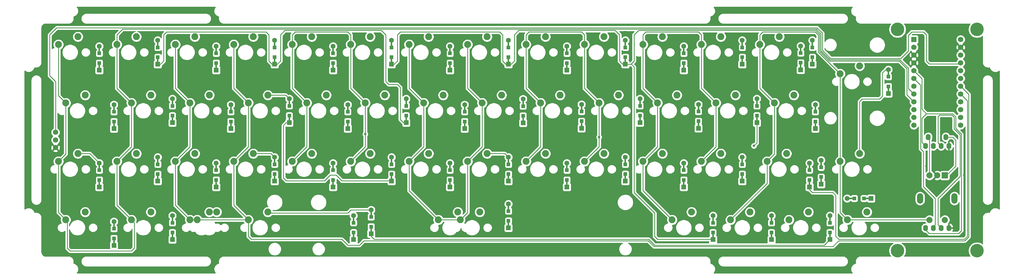
<source format=gtl>
G04 #@! TF.GenerationSoftware,KiCad,Pcbnew,(5.1.10)-1*
G04 #@! TF.CreationDate,2022-03-21T16:41:14+02:00*
G04 #@! TF.ProjectId,Verdantrev01,56657264-616e-4747-9265-7630312e6b69,rev?*
G04 #@! TF.SameCoordinates,Original*
G04 #@! TF.FileFunction,Copper,L1,Top*
G04 #@! TF.FilePolarity,Positive*
%FSLAX46Y46*%
G04 Gerber Fmt 4.6, Leading zero omitted, Abs format (unit mm)*
G04 Created by KiCad (PCBNEW (5.1.10)-1) date 2022-03-21 16:41:14*
%MOMM*%
%LPD*%
G01*
G04 APERTURE LIST*
G04 #@! TA.AperFunction,ComponentPad*
%ADD10O,1.600000X2.000000*%
G04 #@! TD*
G04 #@! TA.AperFunction,ComponentPad*
%ADD11C,2.000000*%
G04 #@! TD*
G04 #@! TA.AperFunction,ComponentPad*
%ADD12O,2.000000X3.400000*%
G04 #@! TD*
G04 #@! TA.AperFunction,ComponentPad*
%ADD13R,2.000000X2.000000*%
G04 #@! TD*
G04 #@! TA.AperFunction,ComponentPad*
%ADD14R,1.752600X1.752600*%
G04 #@! TD*
G04 #@! TA.AperFunction,ComponentPad*
%ADD15C,1.752600*%
G04 #@! TD*
G04 #@! TA.AperFunction,ComponentPad*
%ADD16C,2.250000*%
G04 #@! TD*
G04 #@! TA.AperFunction,SMDPad,CuDef*
%ADD17R,1.200000X1.200000*%
G04 #@! TD*
G04 #@! TA.AperFunction,ComponentPad*
%ADD18R,1.600000X1.600000*%
G04 #@! TD*
G04 #@! TA.AperFunction,ComponentPad*
%ADD19C,1.600000*%
G04 #@! TD*
G04 #@! TA.AperFunction,SMDPad,CuDef*
%ADD20R,0.500000X2.500000*%
G04 #@! TD*
G04 #@! TA.AperFunction,ComponentPad*
%ADD21C,1.750000*%
G04 #@! TD*
G04 #@! TA.AperFunction,ComponentPad*
%ADD22C,4.400000*%
G04 #@! TD*
G04 #@! TA.AperFunction,SMDPad,CuDef*
%ADD23R,2.500000X0.500000*%
G04 #@! TD*
G04 #@! TA.AperFunction,ViaPad*
%ADD24C,0.800000*%
G04 #@! TD*
G04 #@! TA.AperFunction,Conductor*
%ADD25C,0.250000*%
G04 #@! TD*
G04 #@! TA.AperFunction,Conductor*
%ADD26C,0.254000*%
G04 #@! TD*
G04 #@! TA.AperFunction,Conductor*
%ADD27C,0.100000*%
G04 #@! TD*
G04 APERTURE END LIST*
D10*
X302944993Y-49574999D03*
X305484993Y-49574999D03*
X300404993Y-49574999D03*
X297864993Y-49574999D03*
X297864998Y-76324997D03*
X300404998Y-76324997D03*
X305484998Y-76324997D03*
X302944998Y-76324997D03*
D11*
X299174998Y-73674999D03*
X304174998Y-73674999D03*
D12*
X296074998Y-66674999D03*
X307274998Y-66674999D03*
D11*
X299174998Y-59174999D03*
X301674998Y-59174999D03*
D13*
X304174998Y-59174999D03*
D14*
X294054997Y-14859996D03*
D15*
X294054997Y-17399996D03*
X294054997Y-19939996D03*
X294054997Y-22479996D03*
X294054997Y-25019996D03*
X294054997Y-27559996D03*
X294054997Y-30099996D03*
X294054997Y-32639996D03*
X294054997Y-35179996D03*
X294054997Y-37719996D03*
X294054997Y-40259996D03*
X309294997Y-42799996D03*
X309294997Y-40259996D03*
X309294997Y-37719996D03*
X309294997Y-35179996D03*
X309294997Y-32639996D03*
X309294997Y-30099996D03*
X309294997Y-27559996D03*
X309294997Y-25019996D03*
X309294997Y-22479996D03*
X309294997Y-19939996D03*
X309294997Y-17399996D03*
X294054997Y-42799996D03*
X309294997Y-14859996D03*
D16*
X276383750Y-23495000D03*
X270033750Y-26035000D03*
X276383750Y-52070000D03*
X270033750Y-54610000D03*
X15240000Y-16510000D03*
X21590000Y-13970000D03*
D17*
X261937500Y-38430000D03*
X261937500Y-41580000D03*
D18*
X261937500Y-43905000D03*
D19*
X261937500Y-36105000D03*
D20*
X261937500Y-42705000D03*
X261937500Y-37305000D03*
X52387500Y-35400000D03*
X52387500Y-40800000D03*
D19*
X52387500Y-34200000D03*
D18*
X52387500Y-42000000D03*
D17*
X52387500Y-39675000D03*
X52387500Y-36525000D03*
D20*
X111442500Y-73500000D03*
X111442500Y-78900000D03*
D19*
X111442500Y-72300000D03*
D18*
X111442500Y-80100000D03*
D17*
X111442500Y-77775000D03*
X111442500Y-74625000D03*
D20*
X142875000Y-56355000D03*
X142875000Y-61755000D03*
D19*
X142875000Y-55155000D03*
D18*
X142875000Y-62955000D03*
D17*
X142875000Y-60630000D03*
X142875000Y-57480000D03*
D20*
X47625000Y-54450000D03*
X47625000Y-59850000D03*
D19*
X47625000Y-53250000D03*
D18*
X47625000Y-61050000D03*
D17*
X47625000Y-58725000D03*
X47625000Y-55575000D03*
D20*
X228600000Y-73500000D03*
X228600000Y-78900000D03*
D19*
X228600000Y-72300000D03*
D18*
X228600000Y-80100000D03*
D17*
X228600000Y-77775000D03*
X228600000Y-74625000D03*
X104775000Y-57480000D03*
X104775000Y-60630000D03*
D18*
X104775000Y-62955000D03*
D19*
X104775000Y-55155000D03*
D20*
X104775000Y-61755000D03*
X104775000Y-56355000D03*
X238125000Y-16350000D03*
X238125000Y-21750000D03*
D19*
X238125000Y-15150000D03*
D18*
X238125000Y-22950000D03*
D17*
X238125000Y-20625000D03*
X238125000Y-17475000D03*
X200025000Y-55575000D03*
X200025000Y-58725000D03*
D18*
X200025000Y-61050000D03*
D19*
X200025000Y-53250000D03*
D20*
X200025000Y-59850000D03*
X200025000Y-54450000D03*
X33337500Y-75405000D03*
X33337500Y-80805000D03*
D19*
X33337500Y-74205000D03*
D18*
X33337500Y-82005000D03*
D17*
X33337500Y-79680000D03*
X33337500Y-76530000D03*
D20*
X90487500Y-35400000D03*
X90487500Y-40800000D03*
D19*
X90487500Y-34200000D03*
D18*
X90487500Y-42000000D03*
D17*
X90487500Y-39675000D03*
X90487500Y-36525000D03*
D20*
X219075000Y-56355000D03*
X219075000Y-61755000D03*
D19*
X219075000Y-55155000D03*
D18*
X219075000Y-62955000D03*
D17*
X219075000Y-60630000D03*
X219075000Y-57480000D03*
D20*
X247650000Y-73500000D03*
X247650000Y-78900000D03*
D19*
X247650000Y-72300000D03*
D18*
X247650000Y-80100000D03*
D17*
X247650000Y-77775000D03*
X247650000Y-74625000D03*
X85725000Y-17475000D03*
X85725000Y-20625000D03*
D18*
X85725000Y-22950000D03*
D19*
X85725000Y-15150000D03*
D20*
X85725000Y-21750000D03*
X85725000Y-16350000D03*
X260985000Y-16350000D03*
X260985000Y-21750000D03*
D19*
X260985000Y-15150000D03*
D18*
X260985000Y-22950000D03*
D17*
X260985000Y-20625000D03*
X260985000Y-17475000D03*
D20*
X28575000Y-18255000D03*
X28575000Y-23655000D03*
D19*
X28575000Y-17055000D03*
D18*
X28575000Y-24855000D03*
D17*
X28575000Y-22530000D03*
X28575000Y-19380000D03*
X109537500Y-38430000D03*
X109537500Y-41580000D03*
D18*
X109537500Y-43905000D03*
D19*
X109537500Y-36105000D03*
D20*
X109537500Y-42705000D03*
X109537500Y-37305000D03*
X128587500Y-35400000D03*
X128587500Y-40800000D03*
D19*
X128587500Y-34200000D03*
D18*
X128587500Y-42000000D03*
D17*
X128587500Y-39675000D03*
X128587500Y-36525000D03*
X147637500Y-38430000D03*
X147637500Y-41580000D03*
D18*
X147637500Y-43905000D03*
D19*
X147637500Y-36105000D03*
D20*
X147637500Y-42705000D03*
X147637500Y-37305000D03*
X180975000Y-18255000D03*
X180975000Y-23655000D03*
D19*
X180975000Y-17055000D03*
D18*
X180975000Y-24855000D03*
D17*
X180975000Y-22530000D03*
X180975000Y-19380000D03*
D20*
X166687500Y-35468750D03*
X166687500Y-40868750D03*
D19*
X166687500Y-34268750D03*
D18*
X166687500Y-42068750D03*
D17*
X166687500Y-39743750D03*
X166687500Y-36593750D03*
X185737500Y-38340000D03*
X185737500Y-41490000D03*
D18*
X185737500Y-43815000D03*
D19*
X185737500Y-36015000D03*
D20*
X185737500Y-42615000D03*
X185737500Y-37215000D03*
X204787500Y-35400000D03*
X204787500Y-40800000D03*
D19*
X204787500Y-34200000D03*
D18*
X204787500Y-42000000D03*
D17*
X204787500Y-39675000D03*
X204787500Y-36525000D03*
X52387500Y-74625000D03*
X52387500Y-77775000D03*
D18*
X52387500Y-80100000D03*
D19*
X52387500Y-72300000D03*
D20*
X52387500Y-78900000D03*
X52387500Y-73500000D03*
X260032500Y-56355000D03*
X260032500Y-61755000D03*
D19*
X260032500Y-55155000D03*
D18*
X260032500Y-62955000D03*
D17*
X260032500Y-60630000D03*
X260032500Y-57480000D03*
D20*
X180975000Y-56355000D03*
X180975000Y-61755000D03*
D19*
X180975000Y-55155000D03*
D18*
X180975000Y-62955000D03*
D17*
X180975000Y-60630000D03*
X180975000Y-57480000D03*
X161925000Y-55575000D03*
X161925000Y-58725000D03*
D18*
X161925000Y-61050000D03*
D19*
X161925000Y-53250000D03*
D20*
X161925000Y-59850000D03*
X161925000Y-54450000D03*
X200025000Y-16350000D03*
X200025000Y-21750000D03*
D19*
X200025000Y-15150000D03*
D18*
X200025000Y-22950000D03*
D17*
X200025000Y-20625000D03*
X200025000Y-17475000D03*
D20*
X257175000Y-18165000D03*
X257175000Y-23565000D03*
D19*
X257175000Y-16965000D03*
D18*
X257175000Y-24765000D03*
D17*
X257175000Y-22440000D03*
X257175000Y-19290000D03*
D20*
X219075000Y-18255000D03*
X219075000Y-23655000D03*
D19*
X219075000Y-17055000D03*
D18*
X219075000Y-24855000D03*
D17*
X219075000Y-22530000D03*
X219075000Y-19380000D03*
X47625000Y-17475000D03*
X47625000Y-20625000D03*
D18*
X47625000Y-22950000D03*
D19*
X47625000Y-15150000D03*
D20*
X47625000Y-21750000D03*
X47625000Y-16350000D03*
D17*
X242887500Y-36525000D03*
X242887500Y-39675000D03*
D18*
X242887500Y-42000000D03*
D19*
X242887500Y-34200000D03*
D20*
X242887500Y-40800000D03*
X242887500Y-35400000D03*
D17*
X104775000Y-19380000D03*
X104775000Y-22530000D03*
D18*
X104775000Y-24855000D03*
D19*
X104775000Y-17055000D03*
D20*
X104775000Y-23655000D03*
X104775000Y-18255000D03*
D17*
X263842500Y-56527500D03*
X263842500Y-59677500D03*
D18*
X263842500Y-62002500D03*
D19*
X263842500Y-54202500D03*
D20*
X263842500Y-60802500D03*
X263842500Y-55402500D03*
D17*
X71437500Y-38430000D03*
X71437500Y-41580000D03*
D18*
X71437500Y-43905000D03*
D19*
X71437500Y-36105000D03*
D20*
X71437500Y-42705000D03*
X71437500Y-37305000D03*
D17*
X223837500Y-38340000D03*
X223837500Y-41490000D03*
D18*
X223837500Y-43815000D03*
D19*
X223837500Y-36015000D03*
D20*
X223837500Y-42615000D03*
X223837500Y-37215000D03*
D17*
X285750000Y-27000000D03*
X285750000Y-30150000D03*
D18*
X285750000Y-32475000D03*
D19*
X285750000Y-24675000D03*
D20*
X285750000Y-31275000D03*
X285750000Y-25875000D03*
D17*
X28575000Y-57480000D03*
X28575000Y-60630000D03*
D18*
X28575000Y-62955000D03*
D19*
X28575000Y-55155000D03*
D20*
X28575000Y-61755000D03*
X28575000Y-56355000D03*
D17*
X238125000Y-55575000D03*
X238125000Y-58725000D03*
D18*
X238125000Y-61050000D03*
D19*
X238125000Y-53250000D03*
D20*
X238125000Y-59850000D03*
X238125000Y-54450000D03*
D17*
X161925000Y-70815000D03*
X161925000Y-73965000D03*
D18*
X161925000Y-76290000D03*
D19*
X161925000Y-68490000D03*
D20*
X161925000Y-75090000D03*
X161925000Y-69690000D03*
D17*
X123825000Y-17475000D03*
X123825000Y-20625000D03*
D18*
X123825000Y-22950000D03*
D19*
X123825000Y-15150000D03*
D20*
X123825000Y-21750000D03*
X123825000Y-16350000D03*
X33337500Y-37305000D03*
X33337500Y-42705000D03*
D19*
X33337500Y-36105000D03*
D18*
X33337500Y-43905000D03*
D17*
X33337500Y-41580000D03*
X33337500Y-38430000D03*
X161925000Y-17475000D03*
X161925000Y-20625000D03*
D18*
X161925000Y-22950000D03*
D19*
X161925000Y-15150000D03*
D20*
X161925000Y-21750000D03*
X161925000Y-16350000D03*
D17*
X266700000Y-74625000D03*
X266700000Y-77775000D03*
D18*
X266700000Y-80100000D03*
D19*
X266700000Y-72300000D03*
D20*
X266700000Y-78900000D03*
X266700000Y-73500000D03*
X123825000Y-54450000D03*
X123825000Y-59850000D03*
D19*
X123825000Y-53250000D03*
D18*
X123825000Y-61050000D03*
D17*
X123825000Y-58725000D03*
X123825000Y-55575000D03*
X66675000Y-19380000D03*
X66675000Y-22530000D03*
D18*
X66675000Y-24855000D03*
D19*
X66675000Y-17055000D03*
D20*
X66675000Y-23655000D03*
X66675000Y-18255000D03*
X85725000Y-54450000D03*
X85725000Y-59850000D03*
D19*
X85725000Y-53250000D03*
D18*
X85725000Y-61050000D03*
D17*
X85725000Y-58725000D03*
X85725000Y-55575000D03*
X142875000Y-19392500D03*
X142875000Y-22542500D03*
D18*
X142875000Y-24867500D03*
D19*
X142875000Y-17067500D03*
D20*
X142875000Y-23667500D03*
X142875000Y-18267500D03*
D17*
X66675000Y-57480000D03*
X66675000Y-60630000D03*
D18*
X66675000Y-62955000D03*
D19*
X66675000Y-55155000D03*
D20*
X66675000Y-61755000D03*
X66675000Y-56355000D03*
D16*
X254952500Y-33020000D03*
X248602500Y-35560000D03*
X45402500Y-33020000D03*
X39052500Y-35560000D03*
X129540000Y-54610000D03*
X135890000Y-52070000D03*
X40640000Y-52070000D03*
X34290000Y-54610000D03*
X221615000Y-71120000D03*
X215265000Y-73660000D03*
X97790000Y-52070000D03*
X91440000Y-54610000D03*
X224790000Y-16510000D03*
X231140000Y-13970000D03*
X193040000Y-52070000D03*
X186690000Y-54610000D03*
X17621250Y-73660000D03*
X23971250Y-71120000D03*
X83502500Y-33020000D03*
X77152500Y-35560000D03*
X212090000Y-52070000D03*
X205740000Y-54610000D03*
X234315000Y-73660000D03*
X240665000Y-71120000D03*
X72390000Y-16510000D03*
X78740000Y-13970000D03*
X102552500Y-33020000D03*
X96202500Y-35560000D03*
X115252500Y-35560000D03*
X121602500Y-33020000D03*
X140652500Y-33020000D03*
X134302500Y-35560000D03*
X167640000Y-16510000D03*
X173990000Y-13970000D03*
X159702500Y-33020000D03*
X153352500Y-35560000D03*
X172402500Y-35560000D03*
X178752500Y-33020000D03*
X191452500Y-35560000D03*
X197802500Y-33020000D03*
X45402500Y-71120000D03*
X39052500Y-73660000D03*
X246221250Y-54610000D03*
X252571250Y-52070000D03*
X167640000Y-54610000D03*
X173990000Y-52070000D03*
X154940000Y-52070000D03*
X148590000Y-54610000D03*
X186690000Y-16510000D03*
X193040000Y-13970000D03*
X243840000Y-16510000D03*
X250190000Y-13970000D03*
X212090000Y-13970000D03*
X205740000Y-16510000D03*
X34290000Y-16510000D03*
X40640000Y-13970000D03*
X229552500Y-35560000D03*
X235902500Y-33020000D03*
X91440000Y-16510000D03*
X97790000Y-13970000D03*
X272415000Y-73660000D03*
X278765000Y-71120000D03*
X58102500Y-35560000D03*
X64452500Y-33020000D03*
X216852500Y-33020000D03*
X210502500Y-35560000D03*
X21590000Y-52070000D03*
X15240000Y-54610000D03*
X231140000Y-52070000D03*
X224790000Y-54610000D03*
X116840000Y-13970000D03*
X110490000Y-16510000D03*
X23971250Y-33020000D03*
X17621250Y-35560000D03*
X154940000Y-13970000D03*
X148590000Y-16510000D03*
X253365000Y-73660000D03*
X259715000Y-71120000D03*
X116840000Y-52070000D03*
X110490000Y-54610000D03*
X59690000Y-13970000D03*
X53340000Y-16510000D03*
X72390000Y-54610000D03*
X78740000Y-52070000D03*
X129540000Y-16510000D03*
X135890000Y-13970000D03*
X53340000Y-54610000D03*
X59690000Y-52070000D03*
D21*
X14287500Y-50125000D03*
X14287500Y-47625000D03*
X14287500Y-45125000D03*
D22*
X288724999Y-83700003D03*
X314624998Y-11550000D03*
X314624999Y-83700003D03*
X288724998Y-11549997D03*
D17*
X274650000Y-66675000D03*
X277800000Y-66675000D03*
D18*
X280125000Y-66675000D03*
D19*
X272325000Y-66675000D03*
D23*
X278925000Y-66675000D03*
X273525000Y-66675000D03*
D17*
X117157500Y-72720000D03*
X117157500Y-75870000D03*
D18*
X117157500Y-78195000D03*
D19*
X117157500Y-70395000D03*
D20*
X117157500Y-76995000D03*
X117157500Y-71595000D03*
D16*
X58102500Y-73660000D03*
X64452500Y-71120000D03*
X60482500Y-73660000D03*
X66832500Y-71120000D03*
X77152500Y-73660000D03*
X83502500Y-71120000D03*
X139065000Y-73660000D03*
X145415000Y-71120000D03*
X152563000Y-71117500D03*
X146213000Y-73657500D03*
D10*
X298742500Y-46672500D03*
X304457500Y-46672500D03*
D24*
X38100000Y-28575000D03*
X76200000Y-28575000D03*
X114300000Y-28575000D03*
X152400000Y-28575000D03*
X190500000Y-28575000D03*
X228600000Y-28575000D03*
X273367500Y-38100000D03*
X273367500Y-18097500D03*
X61912500Y-41910000D03*
X38100000Y-60960000D03*
X76200000Y-60960000D03*
X119062500Y-54292500D03*
X152400000Y-60960000D03*
X190500000Y-60960000D03*
X228600000Y-60960000D03*
X132397500Y-76200000D03*
X159067500Y-76200000D03*
X157162500Y-41910000D03*
X195262500Y-41910000D03*
X233362500Y-41910000D03*
X252412500Y-60960000D03*
X228600000Y-22860000D03*
X208597500Y-41910000D03*
X200025000Y-12382500D03*
X276225000Y-60960000D03*
X289560000Y-27622500D03*
X302895000Y-19050000D03*
X19050000Y-28575000D03*
X299085000Y-41910000D03*
X303847500Y-41910000D03*
X310515000Y-59055000D03*
X298132500Y-56197500D03*
X292417500Y-47625000D03*
X115252500Y-45720000D03*
X191452500Y-46672500D03*
X241935000Y-49530000D03*
D25*
X276383750Y-52070000D02*
X276383750Y-35083750D01*
X276383750Y-35083750D02*
X277177500Y-34290000D01*
X277177500Y-34290000D02*
X282892500Y-34290000D01*
X282892500Y-34290000D02*
X283845000Y-33337500D01*
X283845000Y-33337500D02*
X283845000Y-25717500D01*
X284887500Y-24675000D02*
X285750000Y-24675000D01*
X283845000Y-25717500D02*
X284887500Y-24675000D01*
X123825000Y-22950000D02*
X124687500Y-22950000D01*
X124687500Y-22950000D02*
X125730000Y-21907500D01*
X161062500Y-22950000D02*
X161925000Y-22950000D01*
X160020000Y-21907500D02*
X161062500Y-22950000D01*
X228059990Y-79559990D02*
X228600000Y-80100000D01*
X210502500Y-80010000D02*
X228510000Y-80010000D01*
X209550000Y-79057500D02*
X210502500Y-80010000D01*
X209550000Y-71437500D02*
X209550000Y-79057500D01*
X228510000Y-80010000D02*
X228600000Y-80100000D01*
X202882500Y-64770000D02*
X209550000Y-71437500D01*
X202882500Y-23812500D02*
X202882500Y-64770000D01*
X202020000Y-22950000D02*
X202882500Y-23812500D01*
X200025000Y-22950000D02*
X202020000Y-22950000D01*
X125730000Y-21907500D02*
X125730000Y-13335000D01*
X125730000Y-13335000D02*
X126682500Y-12382500D01*
X126682500Y-12382500D02*
X159067500Y-12382500D01*
X160020000Y-13335000D02*
X160020000Y-21907500D01*
X159067500Y-12382500D02*
X160020000Y-13335000D01*
X198120000Y-21907500D02*
X199162500Y-22950000D01*
X196717490Y-11932490D02*
X198120000Y-13335000D01*
X165232510Y-11932490D02*
X196717490Y-11932490D01*
X198120000Y-13335000D02*
X198120000Y-21907500D01*
X163830000Y-13335000D02*
X165232510Y-11932490D01*
X163830000Y-21907500D02*
X163830000Y-13335000D01*
X199162500Y-22950000D02*
X200025000Y-22950000D01*
X162787500Y-22950000D02*
X163830000Y-21907500D01*
X161925000Y-22950000D02*
X162787500Y-22950000D01*
X291809990Y-24376400D02*
X291809990Y-32934989D01*
X291809990Y-32934989D02*
X294054997Y-35179996D01*
X263340010Y-18704850D02*
X266542660Y-21907500D01*
X263340010Y-13148600D02*
X263340010Y-18704850D01*
X262123901Y-11932491D02*
X263340010Y-13148600D01*
X266542660Y-21907500D02*
X289341090Y-21907500D01*
X204285010Y-11932490D02*
X262123901Y-11932491D01*
X289341090Y-21907500D02*
X291809990Y-24376400D01*
X202882500Y-13335000D02*
X204285010Y-11932490D01*
X202882500Y-21907500D02*
X202882500Y-13335000D01*
X201840000Y-22950000D02*
X202882500Y-21907500D01*
X200025000Y-22950000D02*
X201840000Y-22950000D01*
X311467500Y-34812499D02*
X309294997Y-32639996D01*
X311467500Y-79057500D02*
X311467500Y-34812499D01*
X269557500Y-80010000D02*
X310515000Y-80010000D01*
X268605000Y-79057500D02*
X269557500Y-80010000D01*
X268605000Y-65722500D02*
X268605000Y-79057500D01*
X267652500Y-64770000D02*
X268605000Y-65722500D01*
X260985000Y-64770000D02*
X267652500Y-64770000D01*
X310515000Y-80010000D02*
X311467500Y-79057500D01*
X260032500Y-63817500D02*
X260985000Y-64770000D01*
X260032500Y-62955000D02*
X260032500Y-63817500D01*
X89307500Y-33020000D02*
X90487500Y-34200000D01*
X83502500Y-33020000D02*
X89307500Y-33020000D01*
X117157500Y-70395000D02*
X110580000Y-70395000D01*
X110580000Y-70395000D02*
X109537500Y-71437500D01*
X83820000Y-71437500D02*
X83502500Y-71120000D01*
X109537500Y-71437500D02*
X83820000Y-71437500D01*
X160745000Y-52070000D02*
X161925000Y-53250000D01*
X154940000Y-52070000D02*
X160745000Y-52070000D01*
X25490000Y-52070000D02*
X28575000Y-55155000D01*
X21590000Y-52070000D02*
X25490000Y-52070000D01*
X84545000Y-52070000D02*
X85725000Y-53250000D01*
X78740000Y-52070000D02*
X84545000Y-52070000D01*
X53340000Y-30797500D02*
X58102500Y-35560000D01*
X53340000Y-16510000D02*
X53340000Y-30797500D01*
X58102500Y-49847500D02*
X53340000Y-54610000D01*
X58102500Y-35560000D02*
X58102500Y-49847500D01*
X53340000Y-68897500D02*
X58102500Y-73660000D01*
X53340000Y-54610000D02*
X53340000Y-68897500D01*
X58102500Y-73660000D02*
X60482500Y-73660000D01*
X60482500Y-73660000D02*
X77152500Y-73660000D01*
X72390000Y-68897500D02*
X77152500Y-73660000D01*
X72390000Y-54610000D02*
X72390000Y-68897500D01*
X77152500Y-49847500D02*
X72390000Y-54610000D01*
X77152500Y-35560000D02*
X77152500Y-49847500D01*
X72390000Y-30797500D02*
X77152500Y-35560000D01*
X72390000Y-16510000D02*
X72390000Y-30797500D01*
X311917510Y-32722509D02*
X309294997Y-30099996D01*
X311917510Y-79243900D02*
X311917510Y-32722509D01*
X77152500Y-73660000D02*
X77152500Y-79057500D01*
X114802490Y-80460010D02*
X207458600Y-80460010D01*
X77152500Y-79057500D02*
X78105000Y-80010000D01*
X207458600Y-80460010D02*
X209363600Y-82365010D01*
X78105000Y-80010000D02*
X107632500Y-80010000D01*
X107632500Y-80010000D02*
X109537500Y-81915000D01*
X113347500Y-81915000D02*
X114802490Y-80460010D01*
X269589990Y-80460010D02*
X283078901Y-80460009D01*
X310701401Y-80460009D02*
X311917510Y-79243900D01*
X209363600Y-82365010D02*
X267684990Y-82365010D01*
X109537500Y-81915000D02*
X113347500Y-81915000D01*
X283078901Y-80460009D02*
X310701401Y-80460009D01*
X267684990Y-82365010D02*
X269589990Y-80460010D01*
X91440000Y-30797500D02*
X96202500Y-35560000D01*
X91440000Y-16510000D02*
X91440000Y-30797500D01*
X96202500Y-49847500D02*
X91440000Y-54610000D01*
X96202500Y-35560000D02*
X96202500Y-49847500D01*
X110490000Y-30797500D02*
X115252500Y-35560000D01*
X110490000Y-16510000D02*
X110490000Y-30797500D01*
X115252500Y-49847500D02*
X110490000Y-54610000D01*
X115252500Y-35560000D02*
X115252500Y-45720000D01*
X115252500Y-45720000D02*
X115252500Y-49847500D01*
X91440000Y-16510000D02*
X91440000Y-13335000D01*
X91440000Y-13335000D02*
X92392500Y-12382500D01*
X92392500Y-12382500D02*
X109537500Y-12382500D01*
X110490000Y-13335000D02*
X110490000Y-16510000D01*
X109537500Y-12382500D02*
X110490000Y-13335000D01*
X243840000Y-30797500D02*
X248602500Y-35560000D01*
X243840000Y-16510000D02*
X243840000Y-30797500D01*
X248602500Y-52228750D02*
X246221250Y-54610000D01*
X248602500Y-35560000D02*
X248602500Y-52228750D01*
X246221250Y-61753750D02*
X234315000Y-73660000D01*
X246221250Y-54610000D02*
X246221250Y-61753750D01*
X270033750Y-71278750D02*
X272415000Y-73660000D01*
X270033750Y-54610000D02*
X270033750Y-71278750D01*
X270033750Y-26035000D02*
X270033750Y-54610000D01*
X270510000Y-25558750D02*
X270033750Y-26035000D01*
X261937500Y-12382500D02*
X262890000Y-13335000D01*
X244792500Y-12382500D02*
X261937500Y-12382500D01*
X243840000Y-13335000D02*
X244792500Y-12382500D01*
X243840000Y-16510000D02*
X243840000Y-13335000D01*
X262890000Y-18891250D02*
X270033750Y-26035000D01*
X262890000Y-13335000D02*
X262890000Y-18891250D01*
X299159999Y-73660000D02*
X299174998Y-73674999D01*
X272415000Y-73660000D02*
X299159999Y-73660000D01*
X167640000Y-30797500D02*
X172402500Y-35560000D01*
X167640000Y-16510000D02*
X167640000Y-30797500D01*
X172402500Y-49847500D02*
X167640000Y-54610000D01*
X172402500Y-35560000D02*
X172402500Y-49847500D01*
X186690000Y-30797500D02*
X191452500Y-35560000D01*
X186690000Y-16510000D02*
X186690000Y-30797500D01*
X191452500Y-49847500D02*
X186690000Y-54610000D01*
X191452500Y-35560000D02*
X191452500Y-46672500D01*
X191452500Y-46672500D02*
X191452500Y-49847500D01*
X167640000Y-16510000D02*
X167640000Y-13335000D01*
X167640000Y-13335000D02*
X168592500Y-12382500D01*
X168592500Y-12382500D02*
X185737500Y-12382500D01*
X186690000Y-13335000D02*
X186690000Y-16510000D01*
X185737500Y-12382500D02*
X186690000Y-13335000D01*
X15240000Y-33178750D02*
X17621250Y-35560000D01*
X15240000Y-16510000D02*
X15240000Y-33178750D01*
X17621250Y-52228750D02*
X15240000Y-54610000D01*
X17621250Y-35560000D02*
X17621250Y-52228750D01*
X15240000Y-71278750D02*
X17621250Y-73660000D01*
X15240000Y-54610000D02*
X15240000Y-71278750D01*
X34290000Y-68897500D02*
X39052500Y-73660000D01*
X34290000Y-54610000D02*
X34290000Y-68897500D01*
X39052500Y-49847500D02*
X34290000Y-54610000D01*
X39052500Y-35560000D02*
X39052500Y-49847500D01*
X34290000Y-30797500D02*
X39052500Y-35560000D01*
X34290000Y-16510000D02*
X34290000Y-30797500D01*
X40005000Y-82867500D02*
X40005000Y-74612500D01*
X40005000Y-74612500D02*
X39052500Y-73660000D01*
X39052500Y-83820000D02*
X40005000Y-82867500D01*
X18097500Y-82867500D02*
X19050000Y-83820000D01*
X18097500Y-74295000D02*
X18097500Y-82867500D01*
X19050000Y-83820000D02*
X39052500Y-83820000D01*
X17621250Y-73818750D02*
X18097500Y-74295000D01*
X17621250Y-73660000D02*
X17621250Y-73818750D01*
X292260000Y-24190000D02*
X292260000Y-30844999D01*
X289527490Y-21457490D02*
X292260000Y-24190000D01*
X266729060Y-21457490D02*
X289527490Y-21457490D01*
X263790020Y-18518450D02*
X266729060Y-21457490D01*
X292260000Y-30844999D02*
X294054997Y-32639996D01*
X263790020Y-12962200D02*
X263790020Y-18518450D01*
X36142519Y-11482481D02*
X262310302Y-11482482D01*
X34290000Y-13335000D02*
X36142519Y-11482481D01*
X262310302Y-11482482D02*
X263790020Y-12962200D01*
X34290000Y-16510000D02*
X34290000Y-13335000D01*
X129540000Y-30797500D02*
X134302500Y-35560000D01*
X129540000Y-16510000D02*
X129540000Y-30797500D01*
X134302500Y-49847500D02*
X129540000Y-54610000D01*
X134302500Y-35560000D02*
X134302500Y-49847500D01*
X129540000Y-64135000D02*
X139065000Y-73660000D01*
X129540000Y-54610000D02*
X129540000Y-64135000D01*
X146210500Y-73660000D02*
X146213000Y-73657500D01*
X139065000Y-73660000D02*
X146210500Y-73660000D01*
X148590000Y-71280500D02*
X146213000Y-73657500D01*
X148590000Y-54610000D02*
X148590000Y-71280500D01*
X153352500Y-49847500D02*
X148590000Y-54610000D01*
X153352500Y-35560000D02*
X153352500Y-49847500D01*
X148590000Y-30797500D02*
X153352500Y-35560000D01*
X148590000Y-16510000D02*
X148590000Y-30797500D01*
X205740000Y-30797500D02*
X210502500Y-35560000D01*
X205740000Y-16510000D02*
X205740000Y-30797500D01*
X210502500Y-49847500D02*
X205740000Y-54610000D01*
X210502500Y-35560000D02*
X210502500Y-49847500D01*
X205740000Y-64135000D02*
X215265000Y-73660000D01*
X205740000Y-54610000D02*
X205740000Y-64135000D01*
X224790000Y-30797500D02*
X229552500Y-35560000D01*
X224790000Y-16510000D02*
X224790000Y-30797500D01*
X229552500Y-49847500D02*
X224790000Y-54610000D01*
X229552500Y-35560000D02*
X229552500Y-49847500D01*
X205740000Y-16510000D02*
X205740000Y-13335000D01*
X205740000Y-13335000D02*
X206692500Y-12382500D01*
X206692500Y-12382500D02*
X223837500Y-12382500D01*
X224790000Y-13335000D02*
X224790000Y-16510000D01*
X223837500Y-12382500D02*
X224790000Y-13335000D01*
X304174998Y-59174999D02*
X304680001Y-59174999D01*
X304680001Y-59174999D02*
X307657500Y-56197500D01*
X307657500Y-56197500D02*
X307657500Y-47625000D01*
X306705000Y-46672500D02*
X304457500Y-46672500D01*
X307657500Y-47625000D02*
X306705000Y-46672500D01*
X299174998Y-47104998D02*
X298742500Y-46672500D01*
X299174998Y-59174999D02*
X299174998Y-47104998D01*
X298132500Y-39052500D02*
X296677510Y-40507490D01*
X306705000Y-39052500D02*
X298132500Y-39052500D01*
X296677510Y-40507490D02*
X296677510Y-48387516D01*
X307657500Y-40005000D02*
X306705000Y-39052500D01*
X307657500Y-43815000D02*
X307657500Y-40005000D01*
X309562500Y-77152500D02*
X309562500Y-45720000D01*
X308610000Y-78105000D02*
X309562500Y-77152500D01*
X299085000Y-78105000D02*
X308610000Y-78105000D01*
X297864998Y-76884998D02*
X299085000Y-78105000D01*
X296677510Y-48387516D02*
X297864993Y-49574999D01*
X309562500Y-45720000D02*
X307657500Y-43815000D01*
X297864998Y-76324997D02*
X297864998Y-76884998D01*
X294054997Y-25019996D02*
X296677510Y-27642509D01*
X296677510Y-37597510D02*
X298132500Y-39052500D01*
X296677510Y-27642509D02*
X296677510Y-37597510D01*
X297180000Y-62865000D02*
X297180000Y-51435000D01*
X300990000Y-75247500D02*
X300990000Y-66675000D01*
X300990000Y-66675000D02*
X297180000Y-62865000D01*
X300404998Y-75832502D02*
X300990000Y-75247500D01*
X300404998Y-76324997D02*
X300404998Y-75832502D01*
X296227500Y-29732499D02*
X294054997Y-27559996D01*
X296227500Y-50482500D02*
X296227500Y-29732499D01*
X297180000Y-51435000D02*
X296227500Y-50482500D01*
X117157500Y-78195000D02*
X117157500Y-79057500D01*
X117157500Y-79057500D02*
X118110000Y-80010000D01*
X264885000Y-81915000D02*
X266700000Y-80100000D01*
X226695000Y-81915000D02*
X264885000Y-81915000D01*
X226695000Y-81915000D02*
X209550000Y-81915000D01*
X209550000Y-81915000D02*
X207645000Y-80010000D01*
X207645000Y-80010000D02*
X118110000Y-80010000D01*
X123735000Y-60960000D02*
X123825000Y-61050000D01*
X105727500Y-59055000D02*
X107632500Y-60960000D01*
X103822500Y-59055000D02*
X105727500Y-59055000D01*
X101917500Y-60960000D02*
X103822500Y-59055000D01*
X89535000Y-60960000D02*
X101917500Y-60960000D01*
X107632500Y-60960000D02*
X123735000Y-60960000D01*
X88582500Y-60007500D02*
X89535000Y-60960000D01*
X88582500Y-42862500D02*
X88582500Y-60007500D01*
X89445000Y-42000000D02*
X88582500Y-42862500D01*
X90487500Y-42000000D02*
X89445000Y-42000000D01*
X241935000Y-49530000D02*
X242887500Y-48577500D01*
X242887500Y-48577500D02*
X242887500Y-42000000D01*
X47625000Y-22950000D02*
X48487500Y-22950000D01*
X48487500Y-22950000D02*
X49530000Y-21907500D01*
X84862500Y-22950000D02*
X85725000Y-22950000D01*
X83820000Y-21907500D02*
X84862500Y-22950000D01*
X85725000Y-22950000D02*
X86587500Y-22950000D01*
X86587500Y-22950000D02*
X87630000Y-21907500D01*
X121920000Y-28575000D02*
X122872500Y-29527500D01*
X122872500Y-29527500D02*
X125730000Y-29527500D01*
X125730000Y-29527500D02*
X126682500Y-30480000D01*
X126682500Y-30480000D02*
X126682500Y-40957500D01*
X127725000Y-42000000D02*
X128587500Y-42000000D01*
X126682500Y-40957500D02*
X127725000Y-42000000D01*
X87630000Y-21907500D02*
X87630000Y-13335000D01*
X87630000Y-13335000D02*
X89032510Y-11932490D01*
X89032510Y-11932490D02*
X120517490Y-11932490D01*
X121920000Y-13335000D02*
X121920000Y-28575000D01*
X120517490Y-11932490D02*
X121920000Y-13335000D01*
X49530000Y-21907500D02*
X49530000Y-13335000D01*
X49530000Y-13335000D02*
X50482500Y-12382500D01*
X50482500Y-12382500D02*
X82867500Y-12382500D01*
X82867500Y-12382500D02*
X83820000Y-13335000D01*
X83820000Y-13335000D02*
X83820000Y-21907500D01*
X298132500Y-21907500D02*
X299085000Y-22860000D01*
X299085000Y-22860000D02*
X308914993Y-22860000D01*
X298132500Y-13335000D02*
X298132500Y-21907500D01*
X297180000Y-12382500D02*
X298132500Y-13335000D01*
X14287500Y-45125000D02*
X14287500Y-28575000D01*
X308914993Y-22860000D02*
X309294997Y-22479996D01*
X266915460Y-21007480D02*
X289812520Y-21007480D01*
X12382500Y-26670000D02*
X12382500Y-13335000D01*
X293370000Y-12382500D02*
X297180000Y-12382500D01*
X12382500Y-13335000D02*
X14685028Y-11032472D01*
X14287500Y-28575000D02*
X12382500Y-26670000D01*
X264240030Y-18332050D02*
X266915460Y-21007480D01*
X289812520Y-21007480D02*
X292260000Y-18560000D01*
X14685028Y-11032472D02*
X262496703Y-11032473D01*
X262496703Y-11032473D02*
X264240030Y-12775800D01*
X292260000Y-13492500D02*
X293370000Y-12382500D01*
X264240030Y-12775800D02*
X264240030Y-18332050D01*
X292260000Y-18560000D02*
X292260000Y-13492500D01*
X302444990Y-39502510D02*
X301942500Y-40005000D01*
X307207490Y-40191400D02*
X306518600Y-39502510D01*
X301942500Y-40005000D02*
X301942500Y-48572506D01*
X309112490Y-45906400D02*
X307207490Y-44001400D01*
X309112490Y-59505010D02*
X309112490Y-45906400D01*
X301942500Y-66675000D02*
X309112490Y-59505010D01*
X306518600Y-39502510D02*
X302444990Y-39502510D01*
X307207490Y-44001400D02*
X307207490Y-40191400D01*
X302944998Y-76324997D02*
X302944998Y-76249998D01*
X301942500Y-75247500D02*
X301942500Y-66675000D01*
X302944998Y-76249998D02*
X301942500Y-75247500D01*
X301942500Y-48572506D02*
X302944993Y-49574999D01*
D26*
X273947694Y-4305716D02*
X273904233Y-4356144D01*
X273898382Y-4364575D01*
X273766215Y-4557917D01*
X273734152Y-4616346D01*
X273701307Y-4674266D01*
X273697206Y-4683673D01*
X273605110Y-4899003D01*
X273585010Y-4962534D01*
X273564037Y-5025742D01*
X273561840Y-5035767D01*
X273513322Y-5264885D01*
X273505945Y-5331105D01*
X273497648Y-5397192D01*
X273497441Y-5407452D01*
X273494350Y-5641629D01*
X273499980Y-5708059D01*
X273504674Y-5774461D01*
X273506463Y-5784566D01*
X273548917Y-6014884D01*
X273567336Y-6078934D01*
X273584842Y-6143174D01*
X273588560Y-6152739D01*
X273674940Y-6370426D01*
X273705453Y-6429686D01*
X273735104Y-6489303D01*
X273740609Y-6497964D01*
X273867627Y-6694726D01*
X273909066Y-6746927D01*
X273949730Y-6799647D01*
X273956812Y-6807074D01*
X274119628Y-6975418D01*
X274170434Y-7018590D01*
X274220551Y-7062397D01*
X274228936Y-7068303D01*
X274228939Y-7068305D01*
X274228941Y-7068306D01*
X274421355Y-7201819D01*
X274479542Y-7234280D01*
X274537249Y-7267539D01*
X274546627Y-7271706D01*
X274761310Y-7365303D01*
X274824724Y-7385854D01*
X274887760Y-7407259D01*
X274897764Y-7409524D01*
X274897770Y-7409526D01*
X274897776Y-7409527D01*
X274989999Y-7429730D01*
X274989998Y-8086110D01*
X274993090Y-8117509D01*
X274993048Y-8123598D01*
X274994049Y-8133812D01*
X275014450Y-8327908D01*
X275027850Y-8393189D01*
X275040329Y-8458603D01*
X275043293Y-8468421D01*
X275043294Y-8468425D01*
X275043295Y-8468427D01*
X275101007Y-8654864D01*
X275126845Y-8716328D01*
X275151777Y-8778038D01*
X275156594Y-8787099D01*
X275249421Y-8958777D01*
X275286691Y-9014032D01*
X275323150Y-9069747D01*
X275329635Y-9077700D01*
X275454038Y-9228077D01*
X275501329Y-9275039D01*
X275547918Y-9322614D01*
X275555825Y-9329156D01*
X275707068Y-9452506D01*
X275762607Y-9489406D01*
X275817519Y-9527005D01*
X275826541Y-9531883D01*
X275826548Y-9531888D01*
X275826556Y-9531891D01*
X275998867Y-9623511D01*
X276060497Y-9648913D01*
X276121689Y-9675140D01*
X276131484Y-9678173D01*
X276131490Y-9678175D01*
X276131496Y-9678176D01*
X276318329Y-9734584D01*
X276383694Y-9747527D01*
X276448840Y-9761373D01*
X276459042Y-9762446D01*
X276459046Y-9762446D01*
X276650209Y-9781189D01*
X276688893Y-9784999D01*
X286494708Y-9784998D01*
X286212654Y-10207121D01*
X285998946Y-10723058D01*
X285889998Y-11270774D01*
X285889998Y-11829220D01*
X285998946Y-12376936D01*
X286212654Y-12892873D01*
X286522910Y-13357204D01*
X286917791Y-13752085D01*
X287382122Y-14062341D01*
X287898059Y-14276049D01*
X288445775Y-14384997D01*
X289004221Y-14384997D01*
X289551937Y-14276049D01*
X290067874Y-14062341D01*
X290532205Y-13752085D01*
X290927086Y-13357204D01*
X291237342Y-12892873D01*
X291451050Y-12376936D01*
X291559998Y-11829220D01*
X291559998Y-11270774D01*
X291451050Y-10723058D01*
X291237342Y-10207121D01*
X290955288Y-9784998D01*
X312394711Y-9784995D01*
X312112654Y-10207124D01*
X311898946Y-10723061D01*
X311789998Y-11270777D01*
X311789998Y-11829223D01*
X311898946Y-12376939D01*
X312112654Y-12892876D01*
X312422910Y-13357207D01*
X312817791Y-13752088D01*
X313282122Y-14062344D01*
X313798059Y-14276052D01*
X314345775Y-14385000D01*
X314904221Y-14385000D01*
X315451937Y-14276052D01*
X315967874Y-14062344D01*
X316389995Y-13780292D01*
X316389998Y-22361109D01*
X316393090Y-22392499D01*
X316393047Y-22398608D01*
X316394048Y-22408821D01*
X316414450Y-22602918D01*
X316427847Y-22668180D01*
X316440327Y-22733604D01*
X316443293Y-22743429D01*
X316501005Y-22929867D01*
X316526832Y-22991306D01*
X316551778Y-23053049D01*
X316556596Y-23062110D01*
X316649423Y-23233787D01*
X316686671Y-23289009D01*
X316723151Y-23344756D01*
X316729637Y-23352709D01*
X316854041Y-23503086D01*
X316901333Y-23550048D01*
X316947919Y-23597620D01*
X316955826Y-23604162D01*
X317107069Y-23727512D01*
X317162622Y-23764421D01*
X317217524Y-23802013D01*
X317226540Y-23806888D01*
X317226549Y-23806894D01*
X317226558Y-23806898D01*
X317398873Y-23898518D01*
X317460494Y-23923916D01*
X317521690Y-23950145D01*
X317531493Y-23953180D01*
X317718329Y-24009589D01*
X317783716Y-24022536D01*
X317848841Y-24036378D01*
X317859041Y-24037450D01*
X317859044Y-24037451D01*
X317859047Y-24037451D01*
X318048190Y-24055996D01*
X318088897Y-24060005D01*
X318744727Y-24060003D01*
X318762151Y-24140993D01*
X318782031Y-24203129D01*
X318800813Y-24265625D01*
X318804778Y-24275090D01*
X318896766Y-24490469D01*
X318928796Y-24548907D01*
X318959986Y-24607746D01*
X318965714Y-24616262D01*
X319097785Y-24809670D01*
X319140555Y-24860772D01*
X319182579Y-24912432D01*
X319189851Y-24919673D01*
X319356972Y-25083745D01*
X319408860Y-25125572D01*
X319460110Y-25168080D01*
X319468650Y-25173769D01*
X319468652Y-25173771D01*
X319468655Y-25173772D01*
X319664459Y-25302258D01*
X319723478Y-25333208D01*
X319782017Y-25364956D01*
X319791500Y-25368879D01*
X320008536Y-25456886D01*
X320072436Y-25475781D01*
X320136028Y-25495554D01*
X320146091Y-25497560D01*
X320146095Y-25497561D01*
X320146099Y-25497561D01*
X320376087Y-25541736D01*
X320442448Y-25547860D01*
X320508664Y-25554905D01*
X320518926Y-25554918D01*
X320518927Y-25554918D01*
X320753122Y-25553580D01*
X320819392Y-25546700D01*
X320885734Y-25540747D01*
X320895795Y-25538768D01*
X320895802Y-25538767D01*
X320895808Y-25538765D01*
X321125280Y-25491964D01*
X321188951Y-25472343D01*
X321252874Y-25453617D01*
X321262367Y-25449719D01*
X321478381Y-25359236D01*
X321537025Y-25327622D01*
X321596090Y-25296840D01*
X321604645Y-25291172D01*
X321798972Y-25160456D01*
X321850409Y-25118013D01*
X321889997Y-25086266D01*
X321890002Y-70165052D01*
X321869288Y-70147698D01*
X321818860Y-70104237D01*
X321810429Y-70098386D01*
X321617087Y-69966219D01*
X321558682Y-69934169D01*
X321500741Y-69901312D01*
X321491334Y-69897211D01*
X321276004Y-69805114D01*
X321212452Y-69785007D01*
X321149261Y-69764040D01*
X321139237Y-69761843D01*
X320910117Y-69713325D01*
X320843906Y-69705949D01*
X320777811Y-69697651D01*
X320767552Y-69697444D01*
X320767551Y-69697444D01*
X320533374Y-69694353D01*
X320466977Y-69699980D01*
X320400543Y-69704676D01*
X320390438Y-69706466D01*
X320160118Y-69748920D01*
X320096069Y-69767339D01*
X320031826Y-69784846D01*
X320022261Y-69788564D01*
X319804575Y-69874944D01*
X319745346Y-69905440D01*
X319685700Y-69935106D01*
X319677039Y-69940611D01*
X319480276Y-70067629D01*
X319428048Y-70109089D01*
X319375354Y-70149733D01*
X319367932Y-70156811D01*
X319367926Y-70156816D01*
X319367922Y-70156821D01*
X319199582Y-70319633D01*
X319156410Y-70370438D01*
X319112603Y-70420556D01*
X319106693Y-70428946D01*
X318973181Y-70621359D01*
X318940732Y-70679524D01*
X318907462Y-70737251D01*
X318903295Y-70746629D01*
X318809697Y-70961312D01*
X318789146Y-71024725D01*
X318767740Y-71087764D01*
X318765473Y-71097773D01*
X318745268Y-71190005D01*
X318088898Y-71190002D01*
X318057499Y-71193095D01*
X318051402Y-71193052D01*
X318041188Y-71194053D01*
X317847091Y-71214454D01*
X317781835Y-71227849D01*
X317716405Y-71240330D01*
X317706581Y-71243296D01*
X317520143Y-71301007D01*
X317458677Y-71326844D01*
X317396960Y-71351780D01*
X317387907Y-71356593D01*
X317387904Y-71356594D01*
X317387903Y-71356595D01*
X317387899Y-71356597D01*
X317216221Y-71449423D01*
X317160951Y-71486704D01*
X317105255Y-71523150D01*
X317097302Y-71529636D01*
X317097299Y-71529638D01*
X317097296Y-71529641D01*
X316946923Y-71654039D01*
X316899945Y-71701346D01*
X316852387Y-71747918D01*
X316845845Y-71755825D01*
X316722494Y-71907068D01*
X316685637Y-71962543D01*
X316647993Y-72017520D01*
X316643112Y-72026547D01*
X316551487Y-72198869D01*
X316526096Y-72260472D01*
X316499858Y-72321690D01*
X316496823Y-72331493D01*
X316440414Y-72518329D01*
X316427466Y-72583721D01*
X316413625Y-72648837D01*
X316412552Y-72659043D01*
X316393507Y-72853277D01*
X316389999Y-72888899D01*
X316390000Y-81469714D01*
X315967875Y-81187659D01*
X315451938Y-80973951D01*
X314904222Y-80865003D01*
X314345776Y-80865003D01*
X313798060Y-80973951D01*
X313282123Y-81187659D01*
X312817792Y-81497915D01*
X312422911Y-81892796D01*
X312112655Y-82357127D01*
X311898947Y-82873064D01*
X311789999Y-83420780D01*
X311789999Y-83979226D01*
X311898947Y-84526942D01*
X312112655Y-85042879D01*
X312394710Y-85465005D01*
X290955288Y-85465004D01*
X291237343Y-85042879D01*
X291451051Y-84526942D01*
X291559999Y-83979226D01*
X291559999Y-83420780D01*
X291451051Y-82873064D01*
X291237343Y-82357127D01*
X290927087Y-81892796D01*
X290532206Y-81497915D01*
X290116290Y-81220009D01*
X310664079Y-81220009D01*
X310701401Y-81223685D01*
X310738723Y-81220009D01*
X310738734Y-81220009D01*
X310850387Y-81209012D01*
X310993648Y-81165555D01*
X311125677Y-81094983D01*
X311241402Y-81000010D01*
X311265205Y-80971006D01*
X312428514Y-79807698D01*
X312457511Y-79783901D01*
X312552484Y-79668176D01*
X312623056Y-79536147D01*
X312666513Y-79392886D01*
X312677510Y-79281233D01*
X312677510Y-79281223D01*
X312681186Y-79243900D01*
X312677510Y-79206577D01*
X312677510Y-67161109D01*
X316389996Y-67161109D01*
X316393089Y-67192508D01*
X316393046Y-67198603D01*
X316394047Y-67208817D01*
X316414448Y-67402913D01*
X316427843Y-67468170D01*
X316440326Y-67533607D01*
X316443292Y-67543431D01*
X316501005Y-67729869D01*
X316526832Y-67791309D01*
X316551775Y-67853044D01*
X316556592Y-67862105D01*
X316649419Y-68033783D01*
X316686680Y-68089025D01*
X316723151Y-68144758D01*
X316729637Y-68152711D01*
X316854042Y-68303088D01*
X316901348Y-68350064D01*
X316947916Y-68397618D01*
X316955823Y-68404160D01*
X317107066Y-68527511D01*
X317162603Y-68564410D01*
X317217523Y-68602014D01*
X317226539Y-68606889D01*
X317226545Y-68606893D01*
X317226550Y-68606895D01*
X317398872Y-68698519D01*
X317460493Y-68723917D01*
X317521689Y-68750146D01*
X317531492Y-68753181D01*
X317718328Y-68809590D01*
X317783715Y-68822537D01*
X317848840Y-68836379D01*
X317859040Y-68837451D01*
X317859043Y-68837452D01*
X317859046Y-68837452D01*
X318053281Y-68856496D01*
X318085383Y-68856496D01*
X318117263Y-68859961D01*
X318127525Y-68859998D01*
X318134509Y-68859974D01*
X318166483Y-68856728D01*
X318198601Y-68856952D01*
X318208814Y-68855951D01*
X318402910Y-68835550D01*
X318468181Y-68822152D01*
X318533600Y-68809672D01*
X318543423Y-68806707D01*
X318543429Y-68806705D01*
X318729862Y-68748995D01*
X318791362Y-68723143D01*
X318853042Y-68698222D01*
X318862096Y-68693409D01*
X318862100Y-68693407D01*
X318862103Y-68693405D01*
X319033779Y-68600579D01*
X319089043Y-68563302D01*
X319144746Y-68526851D01*
X319152699Y-68520366D01*
X319303076Y-68395963D01*
X319350054Y-68348656D01*
X319397611Y-68302085D01*
X319404153Y-68294178D01*
X319527503Y-68142936D01*
X319564379Y-68087432D01*
X319602005Y-68032481D01*
X319606887Y-68023454D01*
X319698510Y-67851133D01*
X319723894Y-67789546D01*
X319750138Y-67728315D01*
X319753173Y-67718512D01*
X319809582Y-67531677D01*
X319822530Y-67466282D01*
X319836371Y-67401164D01*
X319837443Y-67390965D01*
X319837444Y-67390962D01*
X319837444Y-67390958D01*
X319856304Y-67198603D01*
X319859997Y-67161108D01*
X319860001Y-28088900D01*
X319856908Y-28057501D01*
X319856951Y-28051406D01*
X319855950Y-28041192D01*
X319835549Y-27847095D01*
X319822156Y-27781847D01*
X319809672Y-27716406D01*
X319806706Y-27706581D01*
X319748994Y-27520143D01*
X319723169Y-27458708D01*
X319698225Y-27396968D01*
X319693407Y-27387907D01*
X319600582Y-27216229D01*
X319563319Y-27160983D01*
X319526853Y-27105258D01*
X319520367Y-27097305D01*
X319395964Y-26946926D01*
X319348657Y-26899948D01*
X319302085Y-26852390D01*
X319294178Y-26845848D01*
X319142935Y-26722497D01*
X319087460Y-26685640D01*
X319032483Y-26647996D01*
X319023456Y-26643115D01*
X318851134Y-26551490D01*
X318789531Y-26526099D01*
X318728313Y-26499861D01*
X318718510Y-26496826D01*
X318531674Y-26440417D01*
X318466306Y-26427474D01*
X318401165Y-26413628D01*
X318390959Y-26412555D01*
X318196725Y-26393510D01*
X318164618Y-26393510D01*
X318132738Y-26390045D01*
X318122476Y-26390008D01*
X318115492Y-26390032D01*
X318083518Y-26393278D01*
X318051401Y-26393054D01*
X318041187Y-26394055D01*
X317847090Y-26414456D01*
X317781842Y-26427849D01*
X317716401Y-26440333D01*
X317706576Y-26443299D01*
X317520138Y-26501011D01*
X317458703Y-26526836D01*
X317396963Y-26551780D01*
X317387902Y-26556598D01*
X317216224Y-26649423D01*
X317160978Y-26686686D01*
X317105253Y-26723152D01*
X317097300Y-26729638D01*
X316946921Y-26854041D01*
X316899943Y-26901348D01*
X316852385Y-26947920D01*
X316845843Y-26955827D01*
X316722492Y-27107070D01*
X316685635Y-27162545D01*
X316647991Y-27217522D01*
X316643110Y-27226549D01*
X316551485Y-27398871D01*
X316526094Y-27460474D01*
X316499856Y-27521692D01*
X316496821Y-27531495D01*
X316440412Y-27718331D01*
X316427469Y-27783699D01*
X316413623Y-27848840D01*
X316412550Y-27859046D01*
X316393505Y-28053280D01*
X316393505Y-28053300D01*
X316389999Y-28088897D01*
X316389996Y-67161109D01*
X312677510Y-67161109D01*
X312677510Y-32759831D01*
X312681186Y-32722508D01*
X312677510Y-32685185D01*
X312677510Y-32685176D01*
X312666513Y-32573523D01*
X312623056Y-32430262D01*
X312552484Y-32298233D01*
X312496030Y-32229443D01*
X312481309Y-32211505D01*
X312481305Y-32211501D01*
X312457511Y-32182508D01*
X312428518Y-32158714D01*
X310758573Y-30488771D01*
X310806297Y-30248846D01*
X310806297Y-29951146D01*
X310748219Y-29659166D01*
X310634294Y-29384127D01*
X310468901Y-29136598D01*
X310258395Y-28926092D01*
X310114577Y-28829996D01*
X310258395Y-28733900D01*
X310468901Y-28523394D01*
X310634294Y-28275865D01*
X310748219Y-28000826D01*
X310806297Y-27708846D01*
X310806297Y-27411146D01*
X310748219Y-27119166D01*
X310634294Y-26844127D01*
X310468901Y-26596598D01*
X310258395Y-26386092D01*
X310114577Y-26289996D01*
X310258395Y-26193900D01*
X310468901Y-25983394D01*
X310634294Y-25735865D01*
X310748219Y-25460826D01*
X310806297Y-25168846D01*
X310806297Y-24871146D01*
X310748219Y-24579166D01*
X310634294Y-24304127D01*
X310468901Y-24056598D01*
X310258395Y-23846092D01*
X310114577Y-23749996D01*
X310258395Y-23653900D01*
X310468901Y-23443394D01*
X310634294Y-23195865D01*
X310748219Y-22920826D01*
X310806297Y-22628846D01*
X310806297Y-22331146D01*
X310748219Y-22039166D01*
X310634294Y-21764127D01*
X310468901Y-21516598D01*
X310258395Y-21306092D01*
X310114577Y-21209996D01*
X310258395Y-21113900D01*
X310468901Y-20903394D01*
X310634294Y-20655865D01*
X310748219Y-20380826D01*
X310806297Y-20088846D01*
X310806297Y-19791146D01*
X310748219Y-19499166D01*
X310634294Y-19224127D01*
X310468901Y-18976598D01*
X310258395Y-18766092D01*
X310095188Y-18657041D01*
X310162560Y-18447165D01*
X309294997Y-17579601D01*
X308427434Y-18447165D01*
X308494806Y-18657041D01*
X308331599Y-18766092D01*
X308121093Y-18976598D01*
X307955700Y-19224127D01*
X307841775Y-19499166D01*
X307783697Y-19791146D01*
X307783697Y-20088846D01*
X307841775Y-20380826D01*
X307955700Y-20655865D01*
X308121093Y-20903394D01*
X308331599Y-21113900D01*
X308475417Y-21209996D01*
X308331599Y-21306092D01*
X308121093Y-21516598D01*
X307955700Y-21764127D01*
X307841775Y-22039166D01*
X307829674Y-22100000D01*
X299399803Y-22100000D01*
X298892500Y-21592699D01*
X298892500Y-17467487D01*
X307777884Y-17467487D01*
X307820201Y-17762163D01*
X307919195Y-18042923D01*
X307996068Y-18186742D01*
X308247828Y-18267559D01*
X309115392Y-17399996D01*
X309474602Y-17399996D01*
X310342166Y-18267559D01*
X310593926Y-18186742D01*
X310722454Y-17918217D01*
X310796126Y-17629777D01*
X310812110Y-17332505D01*
X310769793Y-17037829D01*
X310670799Y-16757069D01*
X310593926Y-16613250D01*
X310342166Y-16532433D01*
X309474602Y-17399996D01*
X309115392Y-17399996D01*
X308247828Y-16532433D01*
X307996068Y-16613250D01*
X307867540Y-16881775D01*
X307793868Y-17170215D01*
X307777884Y-17467487D01*
X298892500Y-17467487D01*
X298892500Y-14711146D01*
X307783697Y-14711146D01*
X307783697Y-15008846D01*
X307841775Y-15300826D01*
X307955700Y-15575865D01*
X308121093Y-15823394D01*
X308331599Y-16033900D01*
X308494806Y-16142951D01*
X308427434Y-16352827D01*
X309294997Y-17220391D01*
X310162560Y-16352827D01*
X310095188Y-16142951D01*
X310258395Y-16033900D01*
X310468901Y-15823394D01*
X310634294Y-15575865D01*
X310748219Y-15300826D01*
X310806297Y-15008846D01*
X310806297Y-14711146D01*
X310748219Y-14419166D01*
X310634294Y-14144127D01*
X310468901Y-13896598D01*
X310258395Y-13686092D01*
X310010866Y-13520699D01*
X309735827Y-13406774D01*
X309443847Y-13348696D01*
X309146147Y-13348696D01*
X308854167Y-13406774D01*
X308579128Y-13520699D01*
X308331599Y-13686092D01*
X308121093Y-13896598D01*
X307955700Y-14144127D01*
X307841775Y-14419166D01*
X307783697Y-14711146D01*
X298892500Y-14711146D01*
X298892500Y-13372322D01*
X298896176Y-13334999D01*
X298892500Y-13297676D01*
X298892500Y-13297667D01*
X298881503Y-13186014D01*
X298838046Y-13042753D01*
X298767474Y-12910724D01*
X298722853Y-12856353D01*
X298696299Y-12823996D01*
X298696295Y-12823992D01*
X298672501Y-12794999D01*
X298643509Y-12771206D01*
X297743803Y-11871502D01*
X297720001Y-11842499D01*
X297604276Y-11747526D01*
X297472247Y-11676954D01*
X297328986Y-11633497D01*
X297217333Y-11622500D01*
X297217322Y-11622500D01*
X297180000Y-11618824D01*
X297142678Y-11622500D01*
X293407322Y-11622500D01*
X293369999Y-11618824D01*
X293332676Y-11622500D01*
X293332667Y-11622500D01*
X293221014Y-11633497D01*
X293109101Y-11667445D01*
X293077753Y-11676954D01*
X292945723Y-11747526D01*
X292890958Y-11792471D01*
X292829999Y-11842499D01*
X292806201Y-11871497D01*
X291748998Y-12928701D01*
X291720000Y-12952499D01*
X291696202Y-12981497D01*
X291696201Y-12981498D01*
X291625026Y-13068224D01*
X291554454Y-13200254D01*
X291510998Y-13343515D01*
X291496324Y-13492500D01*
X291500001Y-13529832D01*
X291500000Y-18245197D01*
X289497719Y-20247480D01*
X267230263Y-20247480D01*
X265000030Y-18017249D01*
X265000030Y-17741326D01*
X265181746Y-18013282D01*
X265482468Y-18314004D01*
X265836080Y-18550281D01*
X266228993Y-18713030D01*
X266646107Y-18796000D01*
X267071393Y-18796000D01*
X267488507Y-18713030D01*
X267881420Y-18550281D01*
X268235032Y-18314004D01*
X268535754Y-18013282D01*
X268772031Y-17659670D01*
X268934780Y-17266757D01*
X269017750Y-16849643D01*
X269017750Y-16424357D01*
X269008545Y-16378076D01*
X279469850Y-16378076D01*
X279469850Y-16895924D01*
X279570877Y-17403822D01*
X279769049Y-17882251D01*
X280056750Y-18312826D01*
X280422924Y-18679000D01*
X280853499Y-18966701D01*
X281331928Y-19164873D01*
X281839826Y-19265900D01*
X282357674Y-19265900D01*
X282865572Y-19164873D01*
X283344001Y-18966701D01*
X283774576Y-18679000D01*
X284140750Y-18312826D01*
X284428451Y-17882251D01*
X284626623Y-17403822D01*
X284727650Y-16895924D01*
X284727650Y-16378076D01*
X284626623Y-15870178D01*
X284428451Y-15391749D01*
X284140750Y-14961174D01*
X283774576Y-14595000D01*
X283344001Y-14307299D01*
X282865572Y-14109127D01*
X282357674Y-14008100D01*
X281839826Y-14008100D01*
X281331928Y-14109127D01*
X280853499Y-14307299D01*
X280422924Y-14595000D01*
X280056750Y-14961174D01*
X279769049Y-15391749D01*
X279570877Y-15870178D01*
X279469850Y-16378076D01*
X269008545Y-16378076D01*
X268934780Y-16007243D01*
X268772031Y-15614330D01*
X268535754Y-15260718D01*
X268235032Y-14959996D01*
X267881420Y-14723719D01*
X267488507Y-14560970D01*
X267071393Y-14478000D01*
X266646107Y-14478000D01*
X266228993Y-14560970D01*
X265836080Y-14723719D01*
X265482468Y-14959996D01*
X265181746Y-15260718D01*
X265000030Y-15532674D01*
X265000030Y-12813125D01*
X265003706Y-12775800D01*
X265000030Y-12738475D01*
X265000030Y-12738467D01*
X264989033Y-12626814D01*
X264945576Y-12483553D01*
X264875004Y-12351524D01*
X264780031Y-12235799D01*
X264751034Y-12212002D01*
X263060502Y-10521471D01*
X263036704Y-10492473D01*
X263007704Y-10468673D01*
X262920979Y-10397499D01*
X262788949Y-10326927D01*
X262661542Y-10288280D01*
X262645689Y-10283471D01*
X262534036Y-10272474D01*
X262496703Y-10268797D01*
X262459370Y-10272474D01*
X14722350Y-10272472D01*
X14685027Y-10268796D01*
X14647704Y-10272472D01*
X14647696Y-10272472D01*
X14536043Y-10283469D01*
X14392782Y-10326926D01*
X14316570Y-10367663D01*
X14260751Y-10397499D01*
X14174025Y-10468673D01*
X14174021Y-10468677D01*
X14145028Y-10492471D01*
X14121234Y-10521464D01*
X11871498Y-12771201D01*
X11842500Y-12794999D01*
X11818703Y-12823996D01*
X11818701Y-12823998D01*
X11747526Y-12910724D01*
X11676954Y-13042754D01*
X11650033Y-13131503D01*
X11633498Y-13186014D01*
X11626758Y-13254446D01*
X11618824Y-13335000D01*
X11622501Y-13372332D01*
X11622500Y-26632678D01*
X11618824Y-26670000D01*
X11622500Y-26707322D01*
X11622500Y-26707332D01*
X11633497Y-26818985D01*
X11675008Y-26955830D01*
X11676954Y-26962246D01*
X11747526Y-27094276D01*
X11779997Y-27133841D01*
X11842499Y-27210001D01*
X11871503Y-27233804D01*
X13527501Y-28889803D01*
X13527500Y-43816755D01*
X13324931Y-43952107D01*
X13114607Y-44162431D01*
X12949356Y-44409747D01*
X12835529Y-44684549D01*
X12777500Y-44976278D01*
X12777500Y-45273722D01*
X12835529Y-45565451D01*
X12949356Y-45840253D01*
X13114607Y-46087569D01*
X13324931Y-46297893D01*
X13440330Y-46375000D01*
X13324931Y-46452107D01*
X13114607Y-46662431D01*
X12949356Y-46909747D01*
X12835529Y-47184549D01*
X12777500Y-47476278D01*
X12777500Y-47773722D01*
X12835529Y-48065451D01*
X12949356Y-48340253D01*
X13114607Y-48587569D01*
X13324931Y-48797893D01*
X13478093Y-48900232D01*
X13420865Y-49078760D01*
X14287500Y-49945395D01*
X15154135Y-49078760D01*
X15096907Y-48900232D01*
X15250069Y-48797893D01*
X15460393Y-48587569D01*
X15625644Y-48340253D01*
X15739471Y-48065451D01*
X15797500Y-47773722D01*
X15797500Y-47476278D01*
X15739471Y-47184549D01*
X15625644Y-46909747D01*
X15460393Y-46662431D01*
X15250069Y-46452107D01*
X15134670Y-46375000D01*
X15250069Y-46297893D01*
X15460393Y-46087569D01*
X15625644Y-45840253D01*
X15739471Y-45565451D01*
X15797500Y-45273722D01*
X15797500Y-44976278D01*
X15739471Y-44684549D01*
X15625644Y-44409747D01*
X15460393Y-44162431D01*
X15250069Y-43952107D01*
X15047500Y-43816755D01*
X15047500Y-38866727D01*
X15178357Y-39062569D01*
X15388681Y-39272893D01*
X15635997Y-39438144D01*
X15910799Y-39551971D01*
X16202528Y-39610000D01*
X16499972Y-39610000D01*
X16791701Y-39551971D01*
X16861250Y-39523163D01*
X16861251Y-51913947D01*
X15827046Y-52948152D01*
X15753373Y-52917636D01*
X15413345Y-52850000D01*
X15066655Y-52850000D01*
X14726627Y-52917636D01*
X14406327Y-53050308D01*
X14118065Y-53242919D01*
X13872919Y-53488065D01*
X13680308Y-53776327D01*
X13547636Y-54096627D01*
X13480000Y-54436655D01*
X13480000Y-54783345D01*
X13547636Y-55123373D01*
X13680308Y-55443673D01*
X13812638Y-55641719D01*
X13529549Y-55698029D01*
X13254747Y-55811856D01*
X13007431Y-55977107D01*
X12797107Y-56187431D01*
X12631856Y-56434747D01*
X12518029Y-56709549D01*
X12460000Y-57001278D01*
X12460000Y-57298722D01*
X12518029Y-57590451D01*
X12631856Y-57865253D01*
X12797107Y-58112569D01*
X13007431Y-58322893D01*
X13254747Y-58488144D01*
X13529549Y-58601971D01*
X13821278Y-58660000D01*
X14118722Y-58660000D01*
X14410451Y-58601971D01*
X14480000Y-58573163D01*
X14480001Y-71241417D01*
X14476324Y-71278750D01*
X14480001Y-71316083D01*
X14490998Y-71427736D01*
X14503154Y-71467810D01*
X14534454Y-71570996D01*
X14605026Y-71703026D01*
X14676201Y-71789752D01*
X14700000Y-71818751D01*
X14728998Y-71842549D01*
X15959402Y-73072954D01*
X15928886Y-73146627D01*
X15861250Y-73486655D01*
X15861250Y-73833345D01*
X15928886Y-74173373D01*
X16061558Y-74493673D01*
X16193888Y-74691719D01*
X15910799Y-74748029D01*
X15635997Y-74861856D01*
X15388681Y-75027107D01*
X15178357Y-75237431D01*
X15013106Y-75484747D01*
X14899279Y-75759549D01*
X14841250Y-76051278D01*
X14841250Y-76348722D01*
X14899279Y-76640451D01*
X15013106Y-76915253D01*
X15178357Y-77162569D01*
X15388681Y-77372893D01*
X15635997Y-77538144D01*
X15910799Y-77651971D01*
X16202528Y-77710000D01*
X16499972Y-77710000D01*
X16791701Y-77651971D01*
X17066503Y-77538144D01*
X17313819Y-77372893D01*
X17337500Y-77349212D01*
X17337501Y-82830168D01*
X17333824Y-82867500D01*
X17337501Y-82904832D01*
X17337501Y-82904833D01*
X17348498Y-83016486D01*
X17361680Y-83059942D01*
X17391954Y-83159746D01*
X17462526Y-83291776D01*
X17533701Y-83378502D01*
X17557500Y-83407501D01*
X17586498Y-83431299D01*
X18486205Y-84331008D01*
X18509999Y-84360001D01*
X18538992Y-84383795D01*
X18538996Y-84383799D01*
X18609685Y-84441811D01*
X18625724Y-84454974D01*
X18757753Y-84525546D01*
X18901014Y-84569003D01*
X19012667Y-84580000D01*
X19012676Y-84580000D01*
X19049999Y-84583676D01*
X19087322Y-84580000D01*
X39015178Y-84580000D01*
X39052500Y-84583676D01*
X39089822Y-84580000D01*
X39089833Y-84580000D01*
X39201486Y-84569003D01*
X39344747Y-84525546D01*
X39476776Y-84454974D01*
X39592501Y-84360001D01*
X39616303Y-84330998D01*
X40516009Y-83431294D01*
X40545001Y-83407501D01*
X40568795Y-83378508D01*
X40568799Y-83378504D01*
X40639973Y-83291777D01*
X40639974Y-83291776D01*
X40710546Y-83159747D01*
X40754003Y-83016486D01*
X40758349Y-82972357D01*
X83566000Y-82972357D01*
X83566000Y-83397643D01*
X83648970Y-83814757D01*
X83811719Y-84207670D01*
X84047996Y-84561282D01*
X84348718Y-84862004D01*
X84702330Y-85098281D01*
X85095243Y-85261030D01*
X85512357Y-85344000D01*
X85937643Y-85344000D01*
X86354757Y-85261030D01*
X86747670Y-85098281D01*
X87101282Y-84862004D01*
X87402004Y-84561282D01*
X87638281Y-84207670D01*
X87801030Y-83814757D01*
X87884000Y-83397643D01*
X87884000Y-82972357D01*
X87883503Y-82969857D01*
X97864100Y-82969857D01*
X97864100Y-83395143D01*
X97947070Y-83812257D01*
X98109819Y-84205170D01*
X98346096Y-84558782D01*
X98646818Y-84859504D01*
X99000430Y-85095781D01*
X99393343Y-85258530D01*
X99810457Y-85341500D01*
X100235743Y-85341500D01*
X100652857Y-85258530D01*
X101045770Y-85095781D01*
X101399382Y-84859504D01*
X101700104Y-84558782D01*
X101936381Y-84205170D01*
X102099130Y-83812257D01*
X102182100Y-83395143D01*
X102182100Y-82969857D01*
X102099130Y-82552743D01*
X101936381Y-82159830D01*
X101700104Y-81806218D01*
X101399382Y-81505496D01*
X101045770Y-81269219D01*
X100652857Y-81106470D01*
X100235743Y-81023500D01*
X99810457Y-81023500D01*
X99393343Y-81106470D01*
X99000430Y-81269219D01*
X98646818Y-81505496D01*
X98346096Y-81806218D01*
X98109819Y-82159830D01*
X97947070Y-82552743D01*
X97864100Y-82969857D01*
X87883503Y-82969857D01*
X87801030Y-82555243D01*
X87638281Y-82162330D01*
X87402004Y-81808718D01*
X87101282Y-81507996D01*
X86747670Y-81271719D01*
X86354757Y-81108970D01*
X85937643Y-81026000D01*
X85512357Y-81026000D01*
X85095243Y-81108970D01*
X84702330Y-81271719D01*
X84348718Y-81507996D01*
X84047996Y-81808718D01*
X83811719Y-82162330D01*
X83648970Y-82555243D01*
X83566000Y-82972357D01*
X40758349Y-82972357D01*
X40765000Y-82904833D01*
X40765000Y-82904824D01*
X40768676Y-82867501D01*
X40765000Y-82830178D01*
X40765000Y-79300000D01*
X50949428Y-79300000D01*
X50949428Y-80900000D01*
X50961688Y-81024482D01*
X50997998Y-81144180D01*
X51056963Y-81254494D01*
X51136315Y-81351185D01*
X51233006Y-81430537D01*
X51343320Y-81489502D01*
X51463018Y-81525812D01*
X51587500Y-81538072D01*
X53187500Y-81538072D01*
X53311982Y-81525812D01*
X53431680Y-81489502D01*
X53541994Y-81430537D01*
X53638685Y-81351185D01*
X53718037Y-81254494D01*
X53777002Y-81144180D01*
X53813312Y-81024482D01*
X53825572Y-80900000D01*
X53825572Y-79300000D01*
X53813312Y-79175518D01*
X53777002Y-79055820D01*
X53718037Y-78945506D01*
X53638685Y-78848815D01*
X53541994Y-78769463D01*
X53502542Y-78748375D01*
X53518037Y-78729494D01*
X53577002Y-78619180D01*
X53613312Y-78499482D01*
X53625572Y-78375000D01*
X53625572Y-77175000D01*
X53613312Y-77050518D01*
X53577002Y-76930820D01*
X53518037Y-76820506D01*
X53438685Y-76723815D01*
X53341994Y-76644463D01*
X53231680Y-76585498D01*
X53111982Y-76549188D01*
X52987500Y-76536928D01*
X51787500Y-76536928D01*
X51663018Y-76549188D01*
X51543320Y-76585498D01*
X51433006Y-76644463D01*
X51336315Y-76723815D01*
X51256963Y-76820506D01*
X51197998Y-76930820D01*
X51161688Y-77050518D01*
X51149428Y-77175000D01*
X51149428Y-78375000D01*
X51161688Y-78499482D01*
X51197998Y-78619180D01*
X51256963Y-78729494D01*
X51272458Y-78748375D01*
X51233006Y-78769463D01*
X51136315Y-78848815D01*
X51056963Y-78945506D01*
X50997998Y-79055820D01*
X50961688Y-79175518D01*
X50949428Y-79300000D01*
X40765000Y-79300000D01*
X40765000Y-77792764D01*
X40820500Y-77875826D01*
X41186674Y-78242000D01*
X41617249Y-78529701D01*
X42095678Y-78727873D01*
X42603576Y-78828900D01*
X43121424Y-78828900D01*
X43629322Y-78727873D01*
X44107751Y-78529701D01*
X44538326Y-78242000D01*
X44904500Y-77875826D01*
X45192201Y-77445251D01*
X45390373Y-76966822D01*
X45491400Y-76458924D01*
X45491400Y-76051278D01*
X46432500Y-76051278D01*
X46432500Y-76348722D01*
X46490529Y-76640451D01*
X46604356Y-76915253D01*
X46769607Y-77162569D01*
X46979931Y-77372893D01*
X47227247Y-77538144D01*
X47502049Y-77651971D01*
X47793778Y-77710000D01*
X48091222Y-77710000D01*
X48382951Y-77651971D01*
X48657753Y-77538144D01*
X48905069Y-77372893D01*
X49115393Y-77162569D01*
X49280644Y-76915253D01*
X49394471Y-76640451D01*
X49452500Y-76348722D01*
X49452500Y-76051278D01*
X49394471Y-75759549D01*
X49280644Y-75484747D01*
X49115393Y-75237431D01*
X48905069Y-75027107D01*
X48657753Y-74861856D01*
X48382951Y-74748029D01*
X48091222Y-74690000D01*
X47793778Y-74690000D01*
X47502049Y-74748029D01*
X47227247Y-74861856D01*
X46979931Y-75027107D01*
X46769607Y-75237431D01*
X46604356Y-75484747D01*
X46490529Y-75759549D01*
X46432500Y-76051278D01*
X45491400Y-76051278D01*
X45491400Y-75941076D01*
X45390373Y-75433178D01*
X45192201Y-74954749D01*
X44904500Y-74524174D01*
X44538326Y-74158000D01*
X44107751Y-73870299D01*
X43629322Y-73672127D01*
X43121424Y-73571100D01*
X42603576Y-73571100D01*
X42095678Y-73672127D01*
X41617249Y-73870299D01*
X41186674Y-74158000D01*
X40820500Y-74524174D01*
X40767752Y-74603117D01*
X40765000Y-74575176D01*
X40765000Y-74575167D01*
X40754003Y-74463514D01*
X40710546Y-74320253D01*
X40695604Y-74292298D01*
X40744864Y-74173373D01*
X40812500Y-73833345D01*
X40812500Y-73486655D01*
X40744864Y-73146627D01*
X40612192Y-72826327D01*
X40419581Y-72538065D01*
X40174435Y-72292919D01*
X39886173Y-72100308D01*
X39565873Y-71967636D01*
X39225845Y-71900000D01*
X38879155Y-71900000D01*
X38539127Y-71967636D01*
X38465454Y-71998152D01*
X37413957Y-70946655D01*
X43642500Y-70946655D01*
X43642500Y-71293345D01*
X43710136Y-71633373D01*
X43842808Y-71953673D01*
X44035419Y-72241935D01*
X44280565Y-72487081D01*
X44568827Y-72679692D01*
X44889127Y-72812364D01*
X45229155Y-72880000D01*
X45575845Y-72880000D01*
X45915873Y-72812364D01*
X46236173Y-72679692D01*
X46524435Y-72487081D01*
X46769581Y-72241935D01*
X46825220Y-72158665D01*
X50952500Y-72158665D01*
X50952500Y-72441335D01*
X51007647Y-72718574D01*
X51115820Y-72979727D01*
X51272863Y-73214759D01*
X51472741Y-73414637D01*
X51499428Y-73432469D01*
X51499428Y-73458959D01*
X51433006Y-73494463D01*
X51336315Y-73573815D01*
X51256963Y-73670506D01*
X51197998Y-73780820D01*
X51161688Y-73900518D01*
X51149428Y-74025000D01*
X51149428Y-75225000D01*
X51161688Y-75349482D01*
X51197998Y-75469180D01*
X51256963Y-75579494D01*
X51336315Y-75676185D01*
X51433006Y-75755537D01*
X51543320Y-75814502D01*
X51663018Y-75850812D01*
X51787500Y-75863072D01*
X52987500Y-75863072D01*
X53111982Y-75850812D01*
X53231680Y-75814502D01*
X53341994Y-75755537D01*
X53438685Y-75676185D01*
X53518037Y-75579494D01*
X53577002Y-75469180D01*
X53613312Y-75349482D01*
X53625572Y-75225000D01*
X53625572Y-74025000D01*
X53613312Y-73900518D01*
X53577002Y-73780820D01*
X53518037Y-73670506D01*
X53438685Y-73573815D01*
X53341994Y-73494463D01*
X53275572Y-73458959D01*
X53275572Y-73432469D01*
X53302259Y-73414637D01*
X53502137Y-73214759D01*
X53659180Y-72979727D01*
X53767353Y-72718574D01*
X53822500Y-72441335D01*
X53822500Y-72158665D01*
X53767353Y-71881426D01*
X53659180Y-71620273D01*
X53502137Y-71385241D01*
X53302259Y-71185363D01*
X53067227Y-71028320D01*
X52806074Y-70920147D01*
X52528835Y-70865000D01*
X52246165Y-70865000D01*
X51968926Y-70920147D01*
X51707773Y-71028320D01*
X51472741Y-71185363D01*
X51272863Y-71385241D01*
X51115820Y-71620273D01*
X51007647Y-71881426D01*
X50952500Y-72158665D01*
X46825220Y-72158665D01*
X46962192Y-71953673D01*
X47094864Y-71633373D01*
X47162500Y-71293345D01*
X47162500Y-70946655D01*
X47094864Y-70606627D01*
X46962192Y-70286327D01*
X46769581Y-69998065D01*
X46524435Y-69752919D01*
X46236173Y-69560308D01*
X45915873Y-69427636D01*
X45575845Y-69360000D01*
X45229155Y-69360000D01*
X44889127Y-69427636D01*
X44568827Y-69560308D01*
X44280565Y-69752919D01*
X44035419Y-69998065D01*
X43842808Y-70286327D01*
X43710136Y-70606627D01*
X43642500Y-70946655D01*
X37413957Y-70946655D01*
X35050000Y-68582699D01*
X35050000Y-60250000D01*
X46186928Y-60250000D01*
X46186928Y-61850000D01*
X46199188Y-61974482D01*
X46235498Y-62094180D01*
X46294463Y-62204494D01*
X46373815Y-62301185D01*
X46470506Y-62380537D01*
X46580820Y-62439502D01*
X46700518Y-62475812D01*
X46825000Y-62488072D01*
X48425000Y-62488072D01*
X48549482Y-62475812D01*
X48669180Y-62439502D01*
X48779494Y-62380537D01*
X48876185Y-62301185D01*
X48955537Y-62204494D01*
X49014502Y-62094180D01*
X49050812Y-61974482D01*
X49063072Y-61850000D01*
X49063072Y-60250000D01*
X49050812Y-60125518D01*
X49014502Y-60005820D01*
X48955537Y-59895506D01*
X48876185Y-59798815D01*
X48779494Y-59719463D01*
X48740042Y-59698375D01*
X48755537Y-59679494D01*
X48814502Y-59569180D01*
X48850812Y-59449482D01*
X48863072Y-59325000D01*
X48863072Y-58125000D01*
X48850812Y-58000518D01*
X48814502Y-57880820D01*
X48755537Y-57770506D01*
X48676185Y-57673815D01*
X48579494Y-57594463D01*
X48469180Y-57535498D01*
X48349482Y-57499188D01*
X48225000Y-57486928D01*
X47025000Y-57486928D01*
X46900518Y-57499188D01*
X46780820Y-57535498D01*
X46670506Y-57594463D01*
X46573815Y-57673815D01*
X46494463Y-57770506D01*
X46435498Y-57880820D01*
X46399188Y-58000518D01*
X46386928Y-58125000D01*
X46386928Y-59325000D01*
X46399188Y-59449482D01*
X46435498Y-59569180D01*
X46494463Y-59679494D01*
X46509958Y-59698375D01*
X46470506Y-59719463D01*
X46373815Y-59798815D01*
X46294463Y-59895506D01*
X46235498Y-60005820D01*
X46199188Y-60125518D01*
X46186928Y-60250000D01*
X35050000Y-60250000D01*
X35050000Y-56891076D01*
X35471100Y-56891076D01*
X35471100Y-57408924D01*
X35572127Y-57916822D01*
X35770299Y-58395251D01*
X36058000Y-58825826D01*
X36424174Y-59192000D01*
X36854749Y-59479701D01*
X37333178Y-59677873D01*
X37841076Y-59778900D01*
X38358924Y-59778900D01*
X38866822Y-59677873D01*
X39345251Y-59479701D01*
X39775826Y-59192000D01*
X40142000Y-58825826D01*
X40429701Y-58395251D01*
X40627873Y-57916822D01*
X40728900Y-57408924D01*
X40728900Y-57001278D01*
X41670000Y-57001278D01*
X41670000Y-57298722D01*
X41728029Y-57590451D01*
X41841856Y-57865253D01*
X42007107Y-58112569D01*
X42217431Y-58322893D01*
X42464747Y-58488144D01*
X42739549Y-58601971D01*
X43031278Y-58660000D01*
X43328722Y-58660000D01*
X43620451Y-58601971D01*
X43895253Y-58488144D01*
X44142569Y-58322893D01*
X44352893Y-58112569D01*
X44518144Y-57865253D01*
X44631971Y-57590451D01*
X44690000Y-57298722D01*
X44690000Y-57001278D01*
X44631971Y-56709549D01*
X44518144Y-56434747D01*
X44352893Y-56187431D01*
X44142569Y-55977107D01*
X43895253Y-55811856D01*
X43620451Y-55698029D01*
X43328722Y-55640000D01*
X43031278Y-55640000D01*
X42739549Y-55698029D01*
X42464747Y-55811856D01*
X42217431Y-55977107D01*
X42007107Y-56187431D01*
X41841856Y-56434747D01*
X41728029Y-56709549D01*
X41670000Y-57001278D01*
X40728900Y-57001278D01*
X40728900Y-56891076D01*
X40627873Y-56383178D01*
X40429701Y-55904749D01*
X40142000Y-55474174D01*
X39775826Y-55108000D01*
X39345251Y-54820299D01*
X38866822Y-54622127D01*
X38358924Y-54521100D01*
X37841076Y-54521100D01*
X37333178Y-54622127D01*
X36854749Y-54820299D01*
X36424174Y-55108000D01*
X36058000Y-55474174D01*
X35770299Y-55904749D01*
X35572127Y-56383178D01*
X35471100Y-56891076D01*
X35050000Y-56891076D01*
X35050000Y-56200208D01*
X35123673Y-56169692D01*
X35411935Y-55977081D01*
X35657081Y-55731935D01*
X35849692Y-55443673D01*
X35982364Y-55123373D01*
X36050000Y-54783345D01*
X36050000Y-54436655D01*
X35982364Y-54096627D01*
X35951848Y-54022954D01*
X38078147Y-51896655D01*
X38880000Y-51896655D01*
X38880000Y-52243345D01*
X38947636Y-52583373D01*
X39080308Y-52903673D01*
X39272919Y-53191935D01*
X39518065Y-53437081D01*
X39806327Y-53629692D01*
X40126627Y-53762364D01*
X40466655Y-53830000D01*
X40813345Y-53830000D01*
X41153373Y-53762364D01*
X41473673Y-53629692D01*
X41761935Y-53437081D01*
X42007081Y-53191935D01*
X42062720Y-53108665D01*
X46190000Y-53108665D01*
X46190000Y-53391335D01*
X46245147Y-53668574D01*
X46353320Y-53929727D01*
X46510363Y-54164759D01*
X46710241Y-54364637D01*
X46736928Y-54382469D01*
X46736928Y-54408959D01*
X46670506Y-54444463D01*
X46573815Y-54523815D01*
X46494463Y-54620506D01*
X46435498Y-54730820D01*
X46399188Y-54850518D01*
X46386928Y-54975000D01*
X46386928Y-56175000D01*
X46399188Y-56299482D01*
X46435498Y-56419180D01*
X46494463Y-56529494D01*
X46573815Y-56626185D01*
X46670506Y-56705537D01*
X46780820Y-56764502D01*
X46900518Y-56800812D01*
X47025000Y-56813072D01*
X48225000Y-56813072D01*
X48349482Y-56800812D01*
X48469180Y-56764502D01*
X48579494Y-56705537D01*
X48676185Y-56626185D01*
X48755537Y-56529494D01*
X48814502Y-56419180D01*
X48850812Y-56299482D01*
X48863072Y-56175000D01*
X48863072Y-54975000D01*
X48850812Y-54850518D01*
X48814502Y-54730820D01*
X48755537Y-54620506D01*
X48676185Y-54523815D01*
X48579494Y-54444463D01*
X48513072Y-54408959D01*
X48513072Y-54382469D01*
X48539759Y-54364637D01*
X48739637Y-54164759D01*
X48896680Y-53929727D01*
X49004853Y-53668574D01*
X49060000Y-53391335D01*
X49060000Y-53108665D01*
X49004853Y-52831426D01*
X48896680Y-52570273D01*
X48739637Y-52335241D01*
X48539759Y-52135363D01*
X48304727Y-51978320D01*
X48043574Y-51870147D01*
X47766335Y-51815000D01*
X47483665Y-51815000D01*
X47206426Y-51870147D01*
X46945273Y-51978320D01*
X46710241Y-52135363D01*
X46510363Y-52335241D01*
X46353320Y-52570273D01*
X46245147Y-52831426D01*
X46190000Y-53108665D01*
X42062720Y-53108665D01*
X42199692Y-52903673D01*
X42332364Y-52583373D01*
X42400000Y-52243345D01*
X42400000Y-51896655D01*
X42332364Y-51556627D01*
X42199692Y-51236327D01*
X42007081Y-50948065D01*
X41761935Y-50702919D01*
X41473673Y-50510308D01*
X41153373Y-50377636D01*
X40813345Y-50310000D01*
X40466655Y-50310000D01*
X40126627Y-50377636D01*
X39806327Y-50510308D01*
X39518065Y-50702919D01*
X39272919Y-50948065D01*
X39080308Y-51236327D01*
X38947636Y-51556627D01*
X38880000Y-51896655D01*
X38078147Y-51896655D01*
X39563503Y-50411299D01*
X39592501Y-50387501D01*
X39632571Y-50338676D01*
X39687474Y-50271777D01*
X39758046Y-50139747D01*
X39783008Y-50057457D01*
X39801503Y-49996486D01*
X39812500Y-49884833D01*
X39812500Y-49884824D01*
X39816176Y-49847501D01*
X39812500Y-49810178D01*
X39812500Y-41200000D01*
X50949428Y-41200000D01*
X50949428Y-42800000D01*
X50961688Y-42924482D01*
X50997998Y-43044180D01*
X51056963Y-43154494D01*
X51136315Y-43251185D01*
X51233006Y-43330537D01*
X51343320Y-43389502D01*
X51463018Y-43425812D01*
X51587500Y-43438072D01*
X53187500Y-43438072D01*
X53311982Y-43425812D01*
X53431680Y-43389502D01*
X53541994Y-43330537D01*
X53638685Y-43251185D01*
X53718037Y-43154494D01*
X53777002Y-43044180D01*
X53813312Y-42924482D01*
X53825572Y-42800000D01*
X53825572Y-41200000D01*
X53813312Y-41075518D01*
X53777002Y-40955820D01*
X53718037Y-40845506D01*
X53638685Y-40748815D01*
X53541994Y-40669463D01*
X53502542Y-40648375D01*
X53518037Y-40629494D01*
X53577002Y-40519180D01*
X53613312Y-40399482D01*
X53625572Y-40275000D01*
X53625572Y-39075000D01*
X53613312Y-38950518D01*
X53577002Y-38830820D01*
X53518037Y-38720506D01*
X53438685Y-38623815D01*
X53341994Y-38544463D01*
X53231680Y-38485498D01*
X53111982Y-38449188D01*
X52987500Y-38436928D01*
X51787500Y-38436928D01*
X51663018Y-38449188D01*
X51543320Y-38485498D01*
X51433006Y-38544463D01*
X51336315Y-38623815D01*
X51256963Y-38720506D01*
X51197998Y-38830820D01*
X51161688Y-38950518D01*
X51149428Y-39075000D01*
X51149428Y-40275000D01*
X51161688Y-40399482D01*
X51197998Y-40519180D01*
X51256963Y-40629494D01*
X51272458Y-40648375D01*
X51233006Y-40669463D01*
X51136315Y-40748815D01*
X51056963Y-40845506D01*
X50997998Y-40955820D01*
X50961688Y-41075518D01*
X50949428Y-41200000D01*
X39812500Y-41200000D01*
X39812500Y-37841076D01*
X40233600Y-37841076D01*
X40233600Y-38358924D01*
X40334627Y-38866822D01*
X40532799Y-39345251D01*
X40820500Y-39775826D01*
X41186674Y-40142000D01*
X41617249Y-40429701D01*
X42095678Y-40627873D01*
X42603576Y-40728900D01*
X43121424Y-40728900D01*
X43629322Y-40627873D01*
X44107751Y-40429701D01*
X44538326Y-40142000D01*
X44904500Y-39775826D01*
X45192201Y-39345251D01*
X45390373Y-38866822D01*
X45491400Y-38358924D01*
X45491400Y-37951278D01*
X46432500Y-37951278D01*
X46432500Y-38248722D01*
X46490529Y-38540451D01*
X46604356Y-38815253D01*
X46769607Y-39062569D01*
X46979931Y-39272893D01*
X47227247Y-39438144D01*
X47502049Y-39551971D01*
X47793778Y-39610000D01*
X48091222Y-39610000D01*
X48382951Y-39551971D01*
X48657753Y-39438144D01*
X48905069Y-39272893D01*
X49115393Y-39062569D01*
X49280644Y-38815253D01*
X49394471Y-38540451D01*
X49452500Y-38248722D01*
X49452500Y-37951278D01*
X49394471Y-37659549D01*
X49280644Y-37384747D01*
X49115393Y-37137431D01*
X48905069Y-36927107D01*
X48657753Y-36761856D01*
X48382951Y-36648029D01*
X48091222Y-36590000D01*
X47793778Y-36590000D01*
X47502049Y-36648029D01*
X47227247Y-36761856D01*
X46979931Y-36927107D01*
X46769607Y-37137431D01*
X46604356Y-37384747D01*
X46490529Y-37659549D01*
X46432500Y-37951278D01*
X45491400Y-37951278D01*
X45491400Y-37841076D01*
X45390373Y-37333178D01*
X45192201Y-36854749D01*
X44904500Y-36424174D01*
X44538326Y-36058000D01*
X44107751Y-35770299D01*
X43629322Y-35572127D01*
X43121424Y-35471100D01*
X42603576Y-35471100D01*
X42095678Y-35572127D01*
X41617249Y-35770299D01*
X41186674Y-36058000D01*
X40820500Y-36424174D01*
X40532799Y-36854749D01*
X40334627Y-37333178D01*
X40233600Y-37841076D01*
X39812500Y-37841076D01*
X39812500Y-37150208D01*
X39886173Y-37119692D01*
X40174435Y-36927081D01*
X40419581Y-36681935D01*
X40612192Y-36393673D01*
X40744864Y-36073373D01*
X40812500Y-35733345D01*
X40812500Y-35386655D01*
X40744864Y-35046627D01*
X40612192Y-34726327D01*
X40419581Y-34438065D01*
X40174435Y-34192919D01*
X39886173Y-34000308D01*
X39565873Y-33867636D01*
X39225845Y-33800000D01*
X38879155Y-33800000D01*
X38539127Y-33867636D01*
X38465454Y-33898152D01*
X37413957Y-32846655D01*
X43642500Y-32846655D01*
X43642500Y-33193345D01*
X43710136Y-33533373D01*
X43842808Y-33853673D01*
X44035419Y-34141935D01*
X44280565Y-34387081D01*
X44568827Y-34579692D01*
X44889127Y-34712364D01*
X45229155Y-34780000D01*
X45575845Y-34780000D01*
X45915873Y-34712364D01*
X46236173Y-34579692D01*
X46524435Y-34387081D01*
X46769581Y-34141935D01*
X46825220Y-34058665D01*
X50952500Y-34058665D01*
X50952500Y-34341335D01*
X51007647Y-34618574D01*
X51115820Y-34879727D01*
X51272863Y-35114759D01*
X51472741Y-35314637D01*
X51499428Y-35332469D01*
X51499428Y-35358959D01*
X51433006Y-35394463D01*
X51336315Y-35473815D01*
X51256963Y-35570506D01*
X51197998Y-35680820D01*
X51161688Y-35800518D01*
X51149428Y-35925000D01*
X51149428Y-37125000D01*
X51161688Y-37249482D01*
X51197998Y-37369180D01*
X51256963Y-37479494D01*
X51336315Y-37576185D01*
X51433006Y-37655537D01*
X51543320Y-37714502D01*
X51663018Y-37750812D01*
X51787500Y-37763072D01*
X52987500Y-37763072D01*
X53111982Y-37750812D01*
X53231680Y-37714502D01*
X53341994Y-37655537D01*
X53438685Y-37576185D01*
X53518037Y-37479494D01*
X53577002Y-37369180D01*
X53613312Y-37249482D01*
X53625572Y-37125000D01*
X53625572Y-35925000D01*
X53613312Y-35800518D01*
X53577002Y-35680820D01*
X53518037Y-35570506D01*
X53438685Y-35473815D01*
X53341994Y-35394463D01*
X53275572Y-35358959D01*
X53275572Y-35332469D01*
X53302259Y-35314637D01*
X53502137Y-35114759D01*
X53659180Y-34879727D01*
X53767353Y-34618574D01*
X53822500Y-34341335D01*
X53822500Y-34058665D01*
X53767353Y-33781426D01*
X53659180Y-33520273D01*
X53502137Y-33285241D01*
X53302259Y-33085363D01*
X53067227Y-32928320D01*
X52806074Y-32820147D01*
X52528835Y-32765000D01*
X52246165Y-32765000D01*
X51968926Y-32820147D01*
X51707773Y-32928320D01*
X51472741Y-33085363D01*
X51272863Y-33285241D01*
X51115820Y-33520273D01*
X51007647Y-33781426D01*
X50952500Y-34058665D01*
X46825220Y-34058665D01*
X46962192Y-33853673D01*
X47094864Y-33533373D01*
X47162500Y-33193345D01*
X47162500Y-32846655D01*
X47094864Y-32506627D01*
X46962192Y-32186327D01*
X46769581Y-31898065D01*
X46524435Y-31652919D01*
X46236173Y-31460308D01*
X45915873Y-31327636D01*
X45575845Y-31260000D01*
X45229155Y-31260000D01*
X44889127Y-31327636D01*
X44568827Y-31460308D01*
X44280565Y-31652919D01*
X44035419Y-31898065D01*
X43842808Y-32186327D01*
X43710136Y-32506627D01*
X43642500Y-32846655D01*
X37413957Y-32846655D01*
X35050000Y-30482699D01*
X35050000Y-18791076D01*
X35471100Y-18791076D01*
X35471100Y-19308924D01*
X35572127Y-19816822D01*
X35770299Y-20295251D01*
X36058000Y-20725826D01*
X36424174Y-21092000D01*
X36854749Y-21379701D01*
X37333178Y-21577873D01*
X37841076Y-21678900D01*
X38358924Y-21678900D01*
X38866822Y-21577873D01*
X39345251Y-21379701D01*
X39775826Y-21092000D01*
X40142000Y-20725826D01*
X40429701Y-20295251D01*
X40627873Y-19816822D01*
X40728900Y-19308924D01*
X40728900Y-18901278D01*
X41670000Y-18901278D01*
X41670000Y-19198722D01*
X41728029Y-19490451D01*
X41841856Y-19765253D01*
X42007107Y-20012569D01*
X42217431Y-20222893D01*
X42464747Y-20388144D01*
X42739549Y-20501971D01*
X43031278Y-20560000D01*
X43328722Y-20560000D01*
X43620451Y-20501971D01*
X43895253Y-20388144D01*
X44142569Y-20222893D01*
X44352893Y-20012569D01*
X44518144Y-19765253D01*
X44631971Y-19490451D01*
X44690000Y-19198722D01*
X44690000Y-18901278D01*
X44631971Y-18609549D01*
X44518144Y-18334747D01*
X44352893Y-18087431D01*
X44142569Y-17877107D01*
X43895253Y-17711856D01*
X43620451Y-17598029D01*
X43328722Y-17540000D01*
X43031278Y-17540000D01*
X42739549Y-17598029D01*
X42464747Y-17711856D01*
X42217431Y-17877107D01*
X42007107Y-18087431D01*
X41841856Y-18334747D01*
X41728029Y-18609549D01*
X41670000Y-18901278D01*
X40728900Y-18901278D01*
X40728900Y-18791076D01*
X40627873Y-18283178D01*
X40429701Y-17804749D01*
X40142000Y-17374174D01*
X39775826Y-17008000D01*
X39345251Y-16720299D01*
X38866822Y-16522127D01*
X38358924Y-16421100D01*
X37841076Y-16421100D01*
X37333178Y-16522127D01*
X36854749Y-16720299D01*
X36424174Y-17008000D01*
X36058000Y-17374174D01*
X35770299Y-17804749D01*
X35572127Y-18283178D01*
X35471100Y-18791076D01*
X35050000Y-18791076D01*
X35050000Y-18100208D01*
X35123673Y-18069692D01*
X35411935Y-17877081D01*
X35657081Y-17631935D01*
X35849692Y-17343673D01*
X35982364Y-17023373D01*
X36050000Y-16683345D01*
X36050000Y-16336655D01*
X35982364Y-15996627D01*
X35849692Y-15676327D01*
X35657081Y-15388065D01*
X35411935Y-15142919D01*
X35123673Y-14950308D01*
X35050000Y-14919792D01*
X35050000Y-13649801D01*
X36457323Y-12242480D01*
X40303367Y-12242480D01*
X40126627Y-12277636D01*
X39806327Y-12410308D01*
X39518065Y-12602919D01*
X39272919Y-12848065D01*
X39080308Y-13136327D01*
X38947636Y-13456627D01*
X38880000Y-13796655D01*
X38880000Y-14143345D01*
X38947636Y-14483373D01*
X39080308Y-14803673D01*
X39272919Y-15091935D01*
X39518065Y-15337081D01*
X39806327Y-15529692D01*
X40126627Y-15662364D01*
X40466655Y-15730000D01*
X40813345Y-15730000D01*
X41153373Y-15662364D01*
X41473673Y-15529692D01*
X41761935Y-15337081D01*
X42007081Y-15091935D01*
X42199692Y-14803673D01*
X42332364Y-14483373D01*
X42400000Y-14143345D01*
X42400000Y-13796655D01*
X42332364Y-13456627D01*
X42199692Y-13136327D01*
X42007081Y-12848065D01*
X41761935Y-12602919D01*
X41473673Y-12410308D01*
X41153373Y-12277636D01*
X40976633Y-12242480D01*
X49547718Y-12242480D01*
X49018998Y-12771201D01*
X48990000Y-12794999D01*
X48966203Y-12823996D01*
X48966201Y-12823998D01*
X48895026Y-12910724D01*
X48824454Y-13042754D01*
X48797533Y-13131503D01*
X48780998Y-13186014D01*
X48774258Y-13254446D01*
X48766324Y-13335000D01*
X48770001Y-13372332D01*
X48770001Y-14280684D01*
X48739637Y-14235241D01*
X48539759Y-14035363D01*
X48304727Y-13878320D01*
X48043574Y-13770147D01*
X47766335Y-13715000D01*
X47483665Y-13715000D01*
X47206426Y-13770147D01*
X46945273Y-13878320D01*
X46710241Y-14035363D01*
X46510363Y-14235241D01*
X46353320Y-14470273D01*
X46245147Y-14731426D01*
X46190000Y-15008665D01*
X46190000Y-15291335D01*
X46245147Y-15568574D01*
X46353320Y-15829727D01*
X46510363Y-16064759D01*
X46710241Y-16264637D01*
X46736928Y-16282469D01*
X46736928Y-16308959D01*
X46670506Y-16344463D01*
X46573815Y-16423815D01*
X46494463Y-16520506D01*
X46435498Y-16630820D01*
X46399188Y-16750518D01*
X46386928Y-16875000D01*
X46386928Y-18075000D01*
X46399188Y-18199482D01*
X46435498Y-18319180D01*
X46494463Y-18429494D01*
X46573815Y-18526185D01*
X46670506Y-18605537D01*
X46780820Y-18664502D01*
X46900518Y-18700812D01*
X47025000Y-18713072D01*
X48225000Y-18713072D01*
X48349482Y-18700812D01*
X48469180Y-18664502D01*
X48579494Y-18605537D01*
X48676185Y-18526185D01*
X48755537Y-18429494D01*
X48770000Y-18402435D01*
X48770000Y-19697564D01*
X48755537Y-19670506D01*
X48676185Y-19573815D01*
X48579494Y-19494463D01*
X48469180Y-19435498D01*
X48349482Y-19399188D01*
X48225000Y-19386928D01*
X47025000Y-19386928D01*
X46900518Y-19399188D01*
X46780820Y-19435498D01*
X46670506Y-19494463D01*
X46573815Y-19573815D01*
X46494463Y-19670506D01*
X46435498Y-19780820D01*
X46399188Y-19900518D01*
X46386928Y-20025000D01*
X46386928Y-21225000D01*
X46399188Y-21349482D01*
X46435498Y-21469180D01*
X46494463Y-21579494D01*
X46509958Y-21598375D01*
X46470506Y-21619463D01*
X46373815Y-21698815D01*
X46294463Y-21795506D01*
X46235498Y-21905820D01*
X46199188Y-22025518D01*
X46186928Y-22150000D01*
X46186928Y-23750000D01*
X46199188Y-23874482D01*
X46235498Y-23994180D01*
X46294463Y-24104494D01*
X46373815Y-24201185D01*
X46470506Y-24280537D01*
X46580820Y-24339502D01*
X46700518Y-24375812D01*
X46825000Y-24388072D01*
X48425000Y-24388072D01*
X48549482Y-24375812D01*
X48669180Y-24339502D01*
X48779494Y-24280537D01*
X48876185Y-24201185D01*
X48955537Y-24104494D01*
X49014502Y-23994180D01*
X49050812Y-23874482D01*
X49063072Y-23750000D01*
X49063072Y-23449229D01*
X50041004Y-22471298D01*
X50070001Y-22447501D01*
X50164974Y-22331776D01*
X50235546Y-22199747D01*
X50279003Y-22056486D01*
X50290000Y-21944833D01*
X50290000Y-21944825D01*
X50293676Y-21907500D01*
X50290000Y-21870175D01*
X50290000Y-13649801D01*
X50797303Y-13142500D01*
X58127751Y-13142500D01*
X57997636Y-13456627D01*
X57930000Y-13796655D01*
X57930000Y-14143345D01*
X57997636Y-14483373D01*
X58130308Y-14803673D01*
X58322919Y-15091935D01*
X58568065Y-15337081D01*
X58856327Y-15529692D01*
X59176627Y-15662364D01*
X59516655Y-15730000D01*
X59863345Y-15730000D01*
X60203373Y-15662364D01*
X60523673Y-15529692D01*
X60811935Y-15337081D01*
X61057081Y-15091935D01*
X61249692Y-14803673D01*
X61382364Y-14483373D01*
X61450000Y-14143345D01*
X61450000Y-13796655D01*
X61382364Y-13456627D01*
X61252249Y-13142500D01*
X77177751Y-13142500D01*
X77047636Y-13456627D01*
X76980000Y-13796655D01*
X76980000Y-14143345D01*
X77047636Y-14483373D01*
X77180308Y-14803673D01*
X77372919Y-15091935D01*
X77618065Y-15337081D01*
X77906327Y-15529692D01*
X78226627Y-15662364D01*
X78566655Y-15730000D01*
X78913345Y-15730000D01*
X79253373Y-15662364D01*
X79573673Y-15529692D01*
X79861935Y-15337081D01*
X80107081Y-15091935D01*
X80299692Y-14803673D01*
X80432364Y-14483373D01*
X80500000Y-14143345D01*
X80500000Y-13796655D01*
X80432364Y-13456627D01*
X80302249Y-13142500D01*
X82552699Y-13142500D01*
X83060000Y-13649803D01*
X83060001Y-21870168D01*
X83056324Y-21907500D01*
X83060001Y-21944832D01*
X83060001Y-21944833D01*
X83070998Y-22056486D01*
X83072976Y-22063006D01*
X83114454Y-22199746D01*
X83185026Y-22331776D01*
X83255379Y-22417500D01*
X83280000Y-22447501D01*
X83308998Y-22471299D01*
X84286928Y-23449230D01*
X84286928Y-23750000D01*
X84299188Y-23874482D01*
X84335498Y-23994180D01*
X84394463Y-24104494D01*
X84473815Y-24201185D01*
X84570506Y-24280537D01*
X84680820Y-24339502D01*
X84800518Y-24375812D01*
X84925000Y-24388072D01*
X86525000Y-24388072D01*
X86649482Y-24375812D01*
X86769180Y-24339502D01*
X86879494Y-24280537D01*
X86976185Y-24201185D01*
X87055537Y-24104494D01*
X87114502Y-23994180D01*
X87150812Y-23874482D01*
X87163072Y-23750000D01*
X87163072Y-23449229D01*
X88141004Y-22471298D01*
X88170001Y-22447501D01*
X88264974Y-22331776D01*
X88335546Y-22199747D01*
X88379003Y-22056486D01*
X88390000Y-21944833D01*
X88390000Y-21944825D01*
X88393676Y-21907500D01*
X88390000Y-21870175D01*
X88390000Y-13649801D01*
X89347312Y-12692490D01*
X91007709Y-12692490D01*
X90928998Y-12771201D01*
X90900000Y-12794999D01*
X90876203Y-12823996D01*
X90876201Y-12823998D01*
X90805026Y-12910724D01*
X90734454Y-13042754D01*
X90707533Y-13131503D01*
X90690998Y-13186014D01*
X90684258Y-13254446D01*
X90676324Y-13335000D01*
X90680001Y-13372332D01*
X90680001Y-14919792D01*
X90606327Y-14950308D01*
X90318065Y-15142919D01*
X90072919Y-15388065D01*
X89880308Y-15676327D01*
X89747636Y-15996627D01*
X89680000Y-16336655D01*
X89680000Y-16683345D01*
X89747636Y-17023373D01*
X89880308Y-17343673D01*
X90012638Y-17541719D01*
X89729549Y-17598029D01*
X89454747Y-17711856D01*
X89207431Y-17877107D01*
X88997107Y-18087431D01*
X88831856Y-18334747D01*
X88718029Y-18609549D01*
X88660000Y-18901278D01*
X88660000Y-19198722D01*
X88718029Y-19490451D01*
X88831856Y-19765253D01*
X88997107Y-20012569D01*
X89207431Y-20222893D01*
X89454747Y-20388144D01*
X89729549Y-20501971D01*
X90021278Y-20560000D01*
X90318722Y-20560000D01*
X90610451Y-20501971D01*
X90680000Y-20473163D01*
X90680001Y-30760168D01*
X90676324Y-30797500D01*
X90680001Y-30834833D01*
X90686883Y-30904701D01*
X90690998Y-30946485D01*
X90734454Y-31089746D01*
X90805026Y-31221776D01*
X90869797Y-31300699D01*
X90900000Y-31337501D01*
X90928998Y-31361299D01*
X94540652Y-34972954D01*
X94510136Y-35046627D01*
X94442500Y-35386655D01*
X94442500Y-35733345D01*
X94510136Y-36073373D01*
X94642808Y-36393673D01*
X94775138Y-36591719D01*
X94492049Y-36648029D01*
X94217247Y-36761856D01*
X93969931Y-36927107D01*
X93759607Y-37137431D01*
X93594356Y-37384747D01*
X93480529Y-37659549D01*
X93422500Y-37951278D01*
X93422500Y-38248722D01*
X93480529Y-38540451D01*
X93594356Y-38815253D01*
X93759607Y-39062569D01*
X93969931Y-39272893D01*
X94217247Y-39438144D01*
X94492049Y-39551971D01*
X94783778Y-39610000D01*
X95081222Y-39610000D01*
X95372951Y-39551971D01*
X95442500Y-39523163D01*
X95442501Y-49532697D01*
X92027046Y-52948152D01*
X91953373Y-52917636D01*
X91613345Y-52850000D01*
X91266655Y-52850000D01*
X90926627Y-52917636D01*
X90606327Y-53050308D01*
X90318065Y-53242919D01*
X90072919Y-53488065D01*
X89880308Y-53776327D01*
X89747636Y-54096627D01*
X89680000Y-54436655D01*
X89680000Y-54783345D01*
X89747636Y-55123373D01*
X89880308Y-55443673D01*
X90012638Y-55641719D01*
X89729549Y-55698029D01*
X89454747Y-55811856D01*
X89342500Y-55886857D01*
X89342500Y-43335612D01*
X89443320Y-43389502D01*
X89563018Y-43425812D01*
X89687500Y-43438072D01*
X91287500Y-43438072D01*
X91411982Y-43425812D01*
X91531680Y-43389502D01*
X91641994Y-43330537D01*
X91738685Y-43251185D01*
X91818037Y-43154494D01*
X91877002Y-43044180D01*
X91913312Y-42924482D01*
X91925572Y-42800000D01*
X91925572Y-41200000D01*
X91913312Y-41075518D01*
X91877002Y-40955820D01*
X91818037Y-40845506D01*
X91738685Y-40748815D01*
X91641994Y-40669463D01*
X91602542Y-40648375D01*
X91618037Y-40629494D01*
X91677002Y-40519180D01*
X91713312Y-40399482D01*
X91725572Y-40275000D01*
X91725572Y-39075000D01*
X91713312Y-38950518D01*
X91677002Y-38830820D01*
X91618037Y-38720506D01*
X91538685Y-38623815D01*
X91441994Y-38544463D01*
X91331680Y-38485498D01*
X91211982Y-38449188D01*
X91087500Y-38436928D01*
X89887500Y-38436928D01*
X89763018Y-38449188D01*
X89643320Y-38485498D01*
X89533006Y-38544463D01*
X89436315Y-38623815D01*
X89356963Y-38720506D01*
X89297998Y-38830820D01*
X89261688Y-38950518D01*
X89249428Y-39075000D01*
X89249428Y-40275000D01*
X89261688Y-40399482D01*
X89297998Y-40519180D01*
X89356963Y-40629494D01*
X89372458Y-40648375D01*
X89333006Y-40669463D01*
X89236315Y-40748815D01*
X89156963Y-40845506D01*
X89097998Y-40955820D01*
X89061688Y-41075518D01*
X89049428Y-41200000D01*
X89049428Y-41349683D01*
X89020724Y-41365026D01*
X88904999Y-41459999D01*
X88881201Y-41488997D01*
X88071502Y-42298697D01*
X88042499Y-42322499D01*
X87997831Y-42376928D01*
X87947526Y-42438224D01*
X87880404Y-42563799D01*
X87876954Y-42570254D01*
X87833497Y-42713515D01*
X87822500Y-42825168D01*
X87822500Y-42825178D01*
X87818824Y-42862500D01*
X87822500Y-42899822D01*
X87822501Y-59970167D01*
X87818824Y-60007500D01*
X87833498Y-60156485D01*
X87876954Y-60299746D01*
X87947526Y-60431776D01*
X88007620Y-60505000D01*
X88042500Y-60547501D01*
X88071498Y-60571299D01*
X88971205Y-61471008D01*
X88994999Y-61500001D01*
X89023992Y-61523795D01*
X89023996Y-61523799D01*
X89074807Y-61565498D01*
X89110724Y-61594974D01*
X89242753Y-61665546D01*
X89386014Y-61709003D01*
X89497667Y-61720000D01*
X89497676Y-61720000D01*
X89534999Y-61723676D01*
X89572322Y-61720000D01*
X101880178Y-61720000D01*
X101917500Y-61723676D01*
X101954822Y-61720000D01*
X101954833Y-61720000D01*
X102066486Y-61709003D01*
X102209747Y-61665546D01*
X102341776Y-61594974D01*
X102457501Y-61500001D01*
X102481304Y-61470997D01*
X103536928Y-60415374D01*
X103536928Y-61230000D01*
X103549188Y-61354482D01*
X103585498Y-61474180D01*
X103644463Y-61584494D01*
X103659958Y-61603375D01*
X103620506Y-61624463D01*
X103523815Y-61703815D01*
X103444463Y-61800506D01*
X103385498Y-61910820D01*
X103349188Y-62030518D01*
X103336928Y-62155000D01*
X103336928Y-63755000D01*
X103349188Y-63879482D01*
X103385498Y-63999180D01*
X103444463Y-64109494D01*
X103523815Y-64206185D01*
X103620506Y-64285537D01*
X103730820Y-64344502D01*
X103850518Y-64380812D01*
X103975000Y-64393072D01*
X105575000Y-64393072D01*
X105699482Y-64380812D01*
X105819180Y-64344502D01*
X105929494Y-64285537D01*
X106026185Y-64206185D01*
X106105537Y-64109494D01*
X106164502Y-63999180D01*
X106200812Y-63879482D01*
X106213072Y-63755000D01*
X106213072Y-62155000D01*
X106200812Y-62030518D01*
X106164502Y-61910820D01*
X106105537Y-61800506D01*
X106026185Y-61703815D01*
X105929494Y-61624463D01*
X105890042Y-61603375D01*
X105905537Y-61584494D01*
X105964502Y-61474180D01*
X106000812Y-61354482D01*
X106013072Y-61230000D01*
X106013072Y-60415373D01*
X107068700Y-61471002D01*
X107092499Y-61500001D01*
X107208224Y-61594974D01*
X107340253Y-61665546D01*
X107483514Y-61709003D01*
X107595167Y-61720000D01*
X107595177Y-61720000D01*
X107632500Y-61723676D01*
X107669823Y-61720000D01*
X122386928Y-61720000D01*
X122386928Y-61850000D01*
X122399188Y-61974482D01*
X122435498Y-62094180D01*
X122494463Y-62204494D01*
X122573815Y-62301185D01*
X122670506Y-62380537D01*
X122780820Y-62439502D01*
X122900518Y-62475812D01*
X123025000Y-62488072D01*
X124625000Y-62488072D01*
X124749482Y-62475812D01*
X124869180Y-62439502D01*
X124979494Y-62380537D01*
X125076185Y-62301185D01*
X125155537Y-62204494D01*
X125214502Y-62094180D01*
X125250812Y-61974482D01*
X125263072Y-61850000D01*
X125263072Y-60250000D01*
X125250812Y-60125518D01*
X125214502Y-60005820D01*
X125155537Y-59895506D01*
X125076185Y-59798815D01*
X124979494Y-59719463D01*
X124940042Y-59698375D01*
X124955537Y-59679494D01*
X125014502Y-59569180D01*
X125050812Y-59449482D01*
X125063072Y-59325000D01*
X125063072Y-58125000D01*
X125050812Y-58000518D01*
X125014502Y-57880820D01*
X124955537Y-57770506D01*
X124876185Y-57673815D01*
X124779494Y-57594463D01*
X124669180Y-57535498D01*
X124549482Y-57499188D01*
X124425000Y-57486928D01*
X123225000Y-57486928D01*
X123100518Y-57499188D01*
X122980820Y-57535498D01*
X122870506Y-57594463D01*
X122773815Y-57673815D01*
X122694463Y-57770506D01*
X122635498Y-57880820D01*
X122599188Y-58000518D01*
X122586928Y-58125000D01*
X122586928Y-59325000D01*
X122599188Y-59449482D01*
X122635498Y-59569180D01*
X122694463Y-59679494D01*
X122709958Y-59698375D01*
X122670506Y-59719463D01*
X122573815Y-59798815D01*
X122494463Y-59895506D01*
X122435498Y-60005820D01*
X122399188Y-60125518D01*
X122391852Y-60200000D01*
X107947302Y-60200000D01*
X106291304Y-58544003D01*
X106267501Y-58514999D01*
X106151776Y-58420026D01*
X106019747Y-58349454D01*
X105960585Y-58331508D01*
X105964502Y-58324180D01*
X106000812Y-58204482D01*
X106013072Y-58080000D01*
X106013072Y-56880000D01*
X106000812Y-56755518D01*
X105964502Y-56635820D01*
X105905537Y-56525506D01*
X105826185Y-56428815D01*
X105729494Y-56349463D01*
X105663072Y-56313959D01*
X105663072Y-56287469D01*
X105689759Y-56269637D01*
X105889637Y-56069759D01*
X106046680Y-55834727D01*
X106154853Y-55573574D01*
X106210000Y-55296335D01*
X106210000Y-55013665D01*
X106154853Y-54736426D01*
X106046680Y-54475273D01*
X105889637Y-54240241D01*
X105689759Y-54040363D01*
X105454727Y-53883320D01*
X105193574Y-53775147D01*
X104916335Y-53720000D01*
X104633665Y-53720000D01*
X104356426Y-53775147D01*
X104095273Y-53883320D01*
X103860241Y-54040363D01*
X103660363Y-54240241D01*
X103503320Y-54475273D01*
X103395147Y-54736426D01*
X103340000Y-55013665D01*
X103340000Y-55296335D01*
X103395147Y-55573574D01*
X103503320Y-55834727D01*
X103660363Y-56069759D01*
X103860241Y-56269637D01*
X103886928Y-56287469D01*
X103886928Y-56313959D01*
X103820506Y-56349463D01*
X103723815Y-56428815D01*
X103644463Y-56525506D01*
X103585498Y-56635820D01*
X103549188Y-56755518D01*
X103536928Y-56880000D01*
X103536928Y-58080000D01*
X103549188Y-58204482D01*
X103585498Y-58324180D01*
X103589415Y-58331508D01*
X103530253Y-58349454D01*
X103398224Y-58420026D01*
X103282499Y-58514999D01*
X103258701Y-58543997D01*
X101602699Y-60200000D01*
X89849803Y-60200000D01*
X89342500Y-59692699D01*
X89342500Y-58413143D01*
X89454747Y-58488144D01*
X89729549Y-58601971D01*
X90021278Y-58660000D01*
X90318722Y-58660000D01*
X90610451Y-58601971D01*
X90885253Y-58488144D01*
X91132569Y-58322893D01*
X91342893Y-58112569D01*
X91508144Y-57865253D01*
X91621971Y-57590451D01*
X91680000Y-57298722D01*
X91680000Y-57001278D01*
X91658080Y-56891076D01*
X92621100Y-56891076D01*
X92621100Y-57408924D01*
X92722127Y-57916822D01*
X92920299Y-58395251D01*
X93208000Y-58825826D01*
X93574174Y-59192000D01*
X94004749Y-59479701D01*
X94483178Y-59677873D01*
X94991076Y-59778900D01*
X95508924Y-59778900D01*
X96016822Y-59677873D01*
X96495251Y-59479701D01*
X96925826Y-59192000D01*
X97292000Y-58825826D01*
X97579701Y-58395251D01*
X97777873Y-57916822D01*
X97878900Y-57408924D01*
X97878900Y-57001278D01*
X98820000Y-57001278D01*
X98820000Y-57298722D01*
X98878029Y-57590451D01*
X98991856Y-57865253D01*
X99157107Y-58112569D01*
X99367431Y-58322893D01*
X99614747Y-58488144D01*
X99889549Y-58601971D01*
X100181278Y-58660000D01*
X100478722Y-58660000D01*
X100770451Y-58601971D01*
X101045253Y-58488144D01*
X101292569Y-58322893D01*
X101502893Y-58112569D01*
X101668144Y-57865253D01*
X101781971Y-57590451D01*
X101840000Y-57298722D01*
X101840000Y-57001278D01*
X101781971Y-56709549D01*
X101668144Y-56434747D01*
X101502893Y-56187431D01*
X101292569Y-55977107D01*
X101045253Y-55811856D01*
X100770451Y-55698029D01*
X100478722Y-55640000D01*
X100181278Y-55640000D01*
X99889549Y-55698029D01*
X99614747Y-55811856D01*
X99367431Y-55977107D01*
X99157107Y-56187431D01*
X98991856Y-56434747D01*
X98878029Y-56709549D01*
X98820000Y-57001278D01*
X97878900Y-57001278D01*
X97878900Y-56891076D01*
X97777873Y-56383178D01*
X97579701Y-55904749D01*
X97292000Y-55474174D01*
X96925826Y-55108000D01*
X96495251Y-54820299D01*
X96016822Y-54622127D01*
X95508924Y-54521100D01*
X94991076Y-54521100D01*
X94483178Y-54622127D01*
X94004749Y-54820299D01*
X93574174Y-55108000D01*
X93208000Y-55474174D01*
X92920299Y-55904749D01*
X92722127Y-56383178D01*
X92621100Y-56891076D01*
X91658080Y-56891076D01*
X91621971Y-56709549D01*
X91508144Y-56434747D01*
X91464882Y-56370000D01*
X91613345Y-56370000D01*
X91953373Y-56302364D01*
X92273673Y-56169692D01*
X92561935Y-55977081D01*
X92807081Y-55731935D01*
X92999692Y-55443673D01*
X93132364Y-55123373D01*
X93200000Y-54783345D01*
X93200000Y-54436655D01*
X93132364Y-54096627D01*
X93101848Y-54022954D01*
X95228147Y-51896655D01*
X96030000Y-51896655D01*
X96030000Y-52243345D01*
X96097636Y-52583373D01*
X96230308Y-52903673D01*
X96422919Y-53191935D01*
X96668065Y-53437081D01*
X96956327Y-53629692D01*
X97276627Y-53762364D01*
X97616655Y-53830000D01*
X97963345Y-53830000D01*
X98303373Y-53762364D01*
X98623673Y-53629692D01*
X98911935Y-53437081D01*
X99157081Y-53191935D01*
X99349692Y-52903673D01*
X99482364Y-52583373D01*
X99550000Y-52243345D01*
X99550000Y-51896655D01*
X99482364Y-51556627D01*
X99349692Y-51236327D01*
X99157081Y-50948065D01*
X98911935Y-50702919D01*
X98623673Y-50510308D01*
X98303373Y-50377636D01*
X97963345Y-50310000D01*
X97616655Y-50310000D01*
X97276627Y-50377636D01*
X96956327Y-50510308D01*
X96668065Y-50702919D01*
X96422919Y-50948065D01*
X96230308Y-51236327D01*
X96097636Y-51556627D01*
X96030000Y-51896655D01*
X95228147Y-51896655D01*
X96713503Y-50411299D01*
X96742501Y-50387501D01*
X96782571Y-50338676D01*
X96837474Y-50271777D01*
X96908046Y-50139747D01*
X96933008Y-50057457D01*
X96951503Y-49996486D01*
X96962500Y-49884833D01*
X96962500Y-49884824D01*
X96966176Y-49847501D01*
X96962500Y-49810178D01*
X96962500Y-43105000D01*
X108099428Y-43105000D01*
X108099428Y-44705000D01*
X108111688Y-44829482D01*
X108147998Y-44949180D01*
X108206963Y-45059494D01*
X108286315Y-45156185D01*
X108383006Y-45235537D01*
X108493320Y-45294502D01*
X108613018Y-45330812D01*
X108737500Y-45343072D01*
X110337500Y-45343072D01*
X110461982Y-45330812D01*
X110581680Y-45294502D01*
X110691994Y-45235537D01*
X110788685Y-45156185D01*
X110868037Y-45059494D01*
X110927002Y-44949180D01*
X110963312Y-44829482D01*
X110975572Y-44705000D01*
X110975572Y-43105000D01*
X110963312Y-42980518D01*
X110927002Y-42860820D01*
X110868037Y-42750506D01*
X110788685Y-42653815D01*
X110691994Y-42574463D01*
X110652542Y-42553375D01*
X110668037Y-42534494D01*
X110727002Y-42424180D01*
X110763312Y-42304482D01*
X110775572Y-42180000D01*
X110775572Y-40980000D01*
X110763312Y-40855518D01*
X110727002Y-40735820D01*
X110668037Y-40625506D01*
X110588685Y-40528815D01*
X110491994Y-40449463D01*
X110381680Y-40390498D01*
X110261982Y-40354188D01*
X110137500Y-40341928D01*
X108937500Y-40341928D01*
X108813018Y-40354188D01*
X108693320Y-40390498D01*
X108583006Y-40449463D01*
X108486315Y-40528815D01*
X108406963Y-40625506D01*
X108347998Y-40735820D01*
X108311688Y-40855518D01*
X108299428Y-40980000D01*
X108299428Y-42180000D01*
X108311688Y-42304482D01*
X108347998Y-42424180D01*
X108406963Y-42534494D01*
X108422458Y-42553375D01*
X108383006Y-42574463D01*
X108286315Y-42653815D01*
X108206963Y-42750506D01*
X108147998Y-42860820D01*
X108111688Y-42980518D01*
X108099428Y-43105000D01*
X96962500Y-43105000D01*
X96962500Y-37841076D01*
X97383600Y-37841076D01*
X97383600Y-38358924D01*
X97484627Y-38866822D01*
X97682799Y-39345251D01*
X97970500Y-39775826D01*
X98336674Y-40142000D01*
X98767249Y-40429701D01*
X99245678Y-40627873D01*
X99753576Y-40728900D01*
X100271424Y-40728900D01*
X100779322Y-40627873D01*
X101257751Y-40429701D01*
X101688326Y-40142000D01*
X102054500Y-39775826D01*
X102342201Y-39345251D01*
X102540373Y-38866822D01*
X102641400Y-38358924D01*
X102641400Y-37951278D01*
X103582500Y-37951278D01*
X103582500Y-38248722D01*
X103640529Y-38540451D01*
X103754356Y-38815253D01*
X103919607Y-39062569D01*
X104129931Y-39272893D01*
X104377247Y-39438144D01*
X104652049Y-39551971D01*
X104943778Y-39610000D01*
X105241222Y-39610000D01*
X105532951Y-39551971D01*
X105807753Y-39438144D01*
X106055069Y-39272893D01*
X106265393Y-39062569D01*
X106430644Y-38815253D01*
X106544471Y-38540451D01*
X106602500Y-38248722D01*
X106602500Y-37951278D01*
X106544471Y-37659549D01*
X106430644Y-37384747D01*
X106265393Y-37137431D01*
X106055069Y-36927107D01*
X105807753Y-36761856D01*
X105532951Y-36648029D01*
X105241222Y-36590000D01*
X104943778Y-36590000D01*
X104652049Y-36648029D01*
X104377247Y-36761856D01*
X104129931Y-36927107D01*
X103919607Y-37137431D01*
X103754356Y-37384747D01*
X103640529Y-37659549D01*
X103582500Y-37951278D01*
X102641400Y-37951278D01*
X102641400Y-37841076D01*
X102540373Y-37333178D01*
X102342201Y-36854749D01*
X102054500Y-36424174D01*
X101688326Y-36058000D01*
X101547144Y-35963665D01*
X108102500Y-35963665D01*
X108102500Y-36246335D01*
X108157647Y-36523574D01*
X108265820Y-36784727D01*
X108422863Y-37019759D01*
X108622741Y-37219637D01*
X108649428Y-37237469D01*
X108649428Y-37263959D01*
X108583006Y-37299463D01*
X108486315Y-37378815D01*
X108406963Y-37475506D01*
X108347998Y-37585820D01*
X108311688Y-37705518D01*
X108299428Y-37830000D01*
X108299428Y-39030000D01*
X108311688Y-39154482D01*
X108347998Y-39274180D01*
X108406963Y-39384494D01*
X108486315Y-39481185D01*
X108583006Y-39560537D01*
X108693320Y-39619502D01*
X108813018Y-39655812D01*
X108937500Y-39668072D01*
X110137500Y-39668072D01*
X110261982Y-39655812D01*
X110381680Y-39619502D01*
X110491994Y-39560537D01*
X110588685Y-39481185D01*
X110668037Y-39384494D01*
X110727002Y-39274180D01*
X110763312Y-39154482D01*
X110775572Y-39030000D01*
X110775572Y-37830000D01*
X110763312Y-37705518D01*
X110727002Y-37585820D01*
X110668037Y-37475506D01*
X110588685Y-37378815D01*
X110491994Y-37299463D01*
X110425572Y-37263959D01*
X110425572Y-37237469D01*
X110452259Y-37219637D01*
X110652137Y-37019759D01*
X110809180Y-36784727D01*
X110917353Y-36523574D01*
X110972500Y-36246335D01*
X110972500Y-35963665D01*
X110917353Y-35686426D01*
X110809180Y-35425273D01*
X110652137Y-35190241D01*
X110452259Y-34990363D01*
X110217227Y-34833320D01*
X109956074Y-34725147D01*
X109678835Y-34670000D01*
X109396165Y-34670000D01*
X109118926Y-34725147D01*
X108857773Y-34833320D01*
X108622741Y-34990363D01*
X108422863Y-35190241D01*
X108265820Y-35425273D01*
X108157647Y-35686426D01*
X108102500Y-35963665D01*
X101547144Y-35963665D01*
X101257751Y-35770299D01*
X100779322Y-35572127D01*
X100271424Y-35471100D01*
X99753576Y-35471100D01*
X99245678Y-35572127D01*
X98767249Y-35770299D01*
X98336674Y-36058000D01*
X97970500Y-36424174D01*
X97682799Y-36854749D01*
X97484627Y-37333178D01*
X97383600Y-37841076D01*
X96962500Y-37841076D01*
X96962500Y-37150208D01*
X97036173Y-37119692D01*
X97324435Y-36927081D01*
X97569581Y-36681935D01*
X97762192Y-36393673D01*
X97894864Y-36073373D01*
X97962500Y-35733345D01*
X97962500Y-35386655D01*
X97894864Y-35046627D01*
X97762192Y-34726327D01*
X97569581Y-34438065D01*
X97324435Y-34192919D01*
X97036173Y-34000308D01*
X96715873Y-33867636D01*
X96375845Y-33800000D01*
X96029155Y-33800000D01*
X95689127Y-33867636D01*
X95615454Y-33898152D01*
X94563957Y-32846655D01*
X100792500Y-32846655D01*
X100792500Y-33193345D01*
X100860136Y-33533373D01*
X100992808Y-33853673D01*
X101185419Y-34141935D01*
X101430565Y-34387081D01*
X101718827Y-34579692D01*
X102039127Y-34712364D01*
X102379155Y-34780000D01*
X102725845Y-34780000D01*
X103065873Y-34712364D01*
X103386173Y-34579692D01*
X103674435Y-34387081D01*
X103919581Y-34141935D01*
X104112192Y-33853673D01*
X104244864Y-33533373D01*
X104312500Y-33193345D01*
X104312500Y-32846655D01*
X104244864Y-32506627D01*
X104112192Y-32186327D01*
X103919581Y-31898065D01*
X103674435Y-31652919D01*
X103386173Y-31460308D01*
X103065873Y-31327636D01*
X102725845Y-31260000D01*
X102379155Y-31260000D01*
X102039127Y-31327636D01*
X101718827Y-31460308D01*
X101430565Y-31652919D01*
X101185419Y-31898065D01*
X100992808Y-32186327D01*
X100860136Y-32506627D01*
X100792500Y-32846655D01*
X94563957Y-32846655D01*
X92200000Y-30482699D01*
X92200000Y-24055000D01*
X103336928Y-24055000D01*
X103336928Y-25655000D01*
X103349188Y-25779482D01*
X103385498Y-25899180D01*
X103444463Y-26009494D01*
X103523815Y-26106185D01*
X103620506Y-26185537D01*
X103730820Y-26244502D01*
X103850518Y-26280812D01*
X103975000Y-26293072D01*
X105575000Y-26293072D01*
X105699482Y-26280812D01*
X105819180Y-26244502D01*
X105929494Y-26185537D01*
X106026185Y-26106185D01*
X106105537Y-26009494D01*
X106164502Y-25899180D01*
X106200812Y-25779482D01*
X106213072Y-25655000D01*
X106213072Y-24055000D01*
X106200812Y-23930518D01*
X106164502Y-23810820D01*
X106105537Y-23700506D01*
X106026185Y-23603815D01*
X105929494Y-23524463D01*
X105890042Y-23503375D01*
X105905537Y-23484494D01*
X105964502Y-23374180D01*
X106000812Y-23254482D01*
X106013072Y-23130000D01*
X106013072Y-21930000D01*
X106000812Y-21805518D01*
X105964502Y-21685820D01*
X105905537Y-21575506D01*
X105826185Y-21478815D01*
X105729494Y-21399463D01*
X105619180Y-21340498D01*
X105499482Y-21304188D01*
X105375000Y-21291928D01*
X104175000Y-21291928D01*
X104050518Y-21304188D01*
X103930820Y-21340498D01*
X103820506Y-21399463D01*
X103723815Y-21478815D01*
X103644463Y-21575506D01*
X103585498Y-21685820D01*
X103549188Y-21805518D01*
X103536928Y-21930000D01*
X103536928Y-23130000D01*
X103549188Y-23254482D01*
X103585498Y-23374180D01*
X103644463Y-23484494D01*
X103659958Y-23503375D01*
X103620506Y-23524463D01*
X103523815Y-23603815D01*
X103444463Y-23700506D01*
X103385498Y-23810820D01*
X103349188Y-23930518D01*
X103336928Y-24055000D01*
X92200000Y-24055000D01*
X92200000Y-18791076D01*
X92621100Y-18791076D01*
X92621100Y-19308924D01*
X92722127Y-19816822D01*
X92920299Y-20295251D01*
X93208000Y-20725826D01*
X93574174Y-21092000D01*
X94004749Y-21379701D01*
X94483178Y-21577873D01*
X94991076Y-21678900D01*
X95508924Y-21678900D01*
X96016822Y-21577873D01*
X96495251Y-21379701D01*
X96925826Y-21092000D01*
X97292000Y-20725826D01*
X97579701Y-20295251D01*
X97777873Y-19816822D01*
X97878900Y-19308924D01*
X97878900Y-18901278D01*
X98820000Y-18901278D01*
X98820000Y-19198722D01*
X98878029Y-19490451D01*
X98991856Y-19765253D01*
X99157107Y-20012569D01*
X99367431Y-20222893D01*
X99614747Y-20388144D01*
X99889549Y-20501971D01*
X100181278Y-20560000D01*
X100478722Y-20560000D01*
X100770451Y-20501971D01*
X101045253Y-20388144D01*
X101292569Y-20222893D01*
X101502893Y-20012569D01*
X101668144Y-19765253D01*
X101781971Y-19490451D01*
X101840000Y-19198722D01*
X101840000Y-18901278D01*
X101781971Y-18609549D01*
X101668144Y-18334747D01*
X101502893Y-18087431D01*
X101292569Y-17877107D01*
X101045253Y-17711856D01*
X100770451Y-17598029D01*
X100478722Y-17540000D01*
X100181278Y-17540000D01*
X99889549Y-17598029D01*
X99614747Y-17711856D01*
X99367431Y-17877107D01*
X99157107Y-18087431D01*
X98991856Y-18334747D01*
X98878029Y-18609549D01*
X98820000Y-18901278D01*
X97878900Y-18901278D01*
X97878900Y-18791076D01*
X97777873Y-18283178D01*
X97579701Y-17804749D01*
X97292000Y-17374174D01*
X96925826Y-17008000D01*
X96784644Y-16913665D01*
X103340000Y-16913665D01*
X103340000Y-17196335D01*
X103395147Y-17473574D01*
X103503320Y-17734727D01*
X103660363Y-17969759D01*
X103860241Y-18169637D01*
X103886928Y-18187469D01*
X103886928Y-18213959D01*
X103820506Y-18249463D01*
X103723815Y-18328815D01*
X103644463Y-18425506D01*
X103585498Y-18535820D01*
X103549188Y-18655518D01*
X103536928Y-18780000D01*
X103536928Y-19980000D01*
X103549188Y-20104482D01*
X103585498Y-20224180D01*
X103644463Y-20334494D01*
X103723815Y-20431185D01*
X103820506Y-20510537D01*
X103930820Y-20569502D01*
X104050518Y-20605812D01*
X104175000Y-20618072D01*
X105375000Y-20618072D01*
X105499482Y-20605812D01*
X105619180Y-20569502D01*
X105729494Y-20510537D01*
X105826185Y-20431185D01*
X105905537Y-20334494D01*
X105964502Y-20224180D01*
X106000812Y-20104482D01*
X106013072Y-19980000D01*
X106013072Y-18780000D01*
X106000812Y-18655518D01*
X105964502Y-18535820D01*
X105905537Y-18425506D01*
X105826185Y-18328815D01*
X105729494Y-18249463D01*
X105663072Y-18213959D01*
X105663072Y-18187469D01*
X105689759Y-18169637D01*
X105889637Y-17969759D01*
X106046680Y-17734727D01*
X106154853Y-17473574D01*
X106210000Y-17196335D01*
X106210000Y-16913665D01*
X106154853Y-16636426D01*
X106046680Y-16375273D01*
X105889637Y-16140241D01*
X105689759Y-15940363D01*
X105454727Y-15783320D01*
X105193574Y-15675147D01*
X104916335Y-15620000D01*
X104633665Y-15620000D01*
X104356426Y-15675147D01*
X104095273Y-15783320D01*
X103860241Y-15940363D01*
X103660363Y-16140241D01*
X103503320Y-16375273D01*
X103395147Y-16636426D01*
X103340000Y-16913665D01*
X96784644Y-16913665D01*
X96495251Y-16720299D01*
X96016822Y-16522127D01*
X95508924Y-16421100D01*
X94991076Y-16421100D01*
X94483178Y-16522127D01*
X94004749Y-16720299D01*
X93574174Y-17008000D01*
X93208000Y-17374174D01*
X92920299Y-17804749D01*
X92722127Y-18283178D01*
X92621100Y-18791076D01*
X92200000Y-18791076D01*
X92200000Y-18100208D01*
X92273673Y-18069692D01*
X92561935Y-17877081D01*
X92807081Y-17631935D01*
X92999692Y-17343673D01*
X93132364Y-17023373D01*
X93200000Y-16683345D01*
X93200000Y-16336655D01*
X93132364Y-15996627D01*
X92999692Y-15676327D01*
X92807081Y-15388065D01*
X92561935Y-15142919D01*
X92273673Y-14950308D01*
X92200000Y-14919792D01*
X92200000Y-13649801D01*
X92707303Y-13142500D01*
X96227751Y-13142500D01*
X96097636Y-13456627D01*
X96030000Y-13796655D01*
X96030000Y-14143345D01*
X96097636Y-14483373D01*
X96230308Y-14803673D01*
X96422919Y-15091935D01*
X96668065Y-15337081D01*
X96956327Y-15529692D01*
X97276627Y-15662364D01*
X97616655Y-15730000D01*
X97963345Y-15730000D01*
X98303373Y-15662364D01*
X98623673Y-15529692D01*
X98911935Y-15337081D01*
X99157081Y-15091935D01*
X99349692Y-14803673D01*
X99482364Y-14483373D01*
X99550000Y-14143345D01*
X99550000Y-13796655D01*
X99482364Y-13456627D01*
X99352249Y-13142500D01*
X109222699Y-13142500D01*
X109730000Y-13649803D01*
X109730000Y-14919792D01*
X109656327Y-14950308D01*
X109368065Y-15142919D01*
X109122919Y-15388065D01*
X108930308Y-15676327D01*
X108797636Y-15996627D01*
X108730000Y-16336655D01*
X108730000Y-16683345D01*
X108797636Y-17023373D01*
X108930308Y-17343673D01*
X109062638Y-17541719D01*
X108779549Y-17598029D01*
X108504747Y-17711856D01*
X108257431Y-17877107D01*
X108047107Y-18087431D01*
X107881856Y-18334747D01*
X107768029Y-18609549D01*
X107710000Y-18901278D01*
X107710000Y-19198722D01*
X107768029Y-19490451D01*
X107881856Y-19765253D01*
X108047107Y-20012569D01*
X108257431Y-20222893D01*
X108504747Y-20388144D01*
X108779549Y-20501971D01*
X109071278Y-20560000D01*
X109368722Y-20560000D01*
X109660451Y-20501971D01*
X109730000Y-20473163D01*
X109730001Y-30760168D01*
X109726324Y-30797500D01*
X109730001Y-30834833D01*
X109736883Y-30904701D01*
X109740998Y-30946485D01*
X109784454Y-31089746D01*
X109855026Y-31221776D01*
X109919797Y-31300699D01*
X109950000Y-31337501D01*
X109978998Y-31361299D01*
X113590652Y-34972954D01*
X113560136Y-35046627D01*
X113492500Y-35386655D01*
X113492500Y-35733345D01*
X113560136Y-36073373D01*
X113692808Y-36393673D01*
X113825138Y-36591719D01*
X113542049Y-36648029D01*
X113267247Y-36761856D01*
X113019931Y-36927107D01*
X112809607Y-37137431D01*
X112644356Y-37384747D01*
X112530529Y-37659549D01*
X112472500Y-37951278D01*
X112472500Y-38248722D01*
X112530529Y-38540451D01*
X112644356Y-38815253D01*
X112809607Y-39062569D01*
X113019931Y-39272893D01*
X113267247Y-39438144D01*
X113542049Y-39551971D01*
X113833778Y-39610000D01*
X114131222Y-39610000D01*
X114422951Y-39551971D01*
X114492500Y-39523163D01*
X114492501Y-45016288D01*
X114448563Y-45060226D01*
X114335295Y-45229744D01*
X114257274Y-45418102D01*
X114217500Y-45618061D01*
X114217500Y-45821939D01*
X114257274Y-46021898D01*
X114335295Y-46210256D01*
X114448563Y-46379774D01*
X114492500Y-46423711D01*
X114492501Y-49532697D01*
X111077046Y-52948152D01*
X111003373Y-52917636D01*
X110663345Y-52850000D01*
X110316655Y-52850000D01*
X109976627Y-52917636D01*
X109656327Y-53050308D01*
X109368065Y-53242919D01*
X109122919Y-53488065D01*
X108930308Y-53776327D01*
X108797636Y-54096627D01*
X108730000Y-54436655D01*
X108730000Y-54783345D01*
X108797636Y-55123373D01*
X108930308Y-55443673D01*
X109062638Y-55641719D01*
X108779549Y-55698029D01*
X108504747Y-55811856D01*
X108257431Y-55977107D01*
X108047107Y-56187431D01*
X107881856Y-56434747D01*
X107768029Y-56709549D01*
X107710000Y-57001278D01*
X107710000Y-57298722D01*
X107768029Y-57590451D01*
X107881856Y-57865253D01*
X108047107Y-58112569D01*
X108257431Y-58322893D01*
X108504747Y-58488144D01*
X108779549Y-58601971D01*
X109071278Y-58660000D01*
X109368722Y-58660000D01*
X109660451Y-58601971D01*
X109935253Y-58488144D01*
X110182569Y-58322893D01*
X110392893Y-58112569D01*
X110558144Y-57865253D01*
X110671971Y-57590451D01*
X110730000Y-57298722D01*
X110730000Y-57001278D01*
X110708080Y-56891076D01*
X111671100Y-56891076D01*
X111671100Y-57408924D01*
X111772127Y-57916822D01*
X111970299Y-58395251D01*
X112258000Y-58825826D01*
X112624174Y-59192000D01*
X113054749Y-59479701D01*
X113533178Y-59677873D01*
X114041076Y-59778900D01*
X114558924Y-59778900D01*
X115066822Y-59677873D01*
X115545251Y-59479701D01*
X115975826Y-59192000D01*
X116342000Y-58825826D01*
X116629701Y-58395251D01*
X116827873Y-57916822D01*
X116928900Y-57408924D01*
X116928900Y-57001278D01*
X117870000Y-57001278D01*
X117870000Y-57298722D01*
X117928029Y-57590451D01*
X118041856Y-57865253D01*
X118207107Y-58112569D01*
X118417431Y-58322893D01*
X118664747Y-58488144D01*
X118939549Y-58601971D01*
X119231278Y-58660000D01*
X119528722Y-58660000D01*
X119820451Y-58601971D01*
X120095253Y-58488144D01*
X120342569Y-58322893D01*
X120552893Y-58112569D01*
X120718144Y-57865253D01*
X120831971Y-57590451D01*
X120890000Y-57298722D01*
X120890000Y-57001278D01*
X120831971Y-56709549D01*
X120718144Y-56434747D01*
X120552893Y-56187431D01*
X120342569Y-55977107D01*
X120095253Y-55811856D01*
X119820451Y-55698029D01*
X119528722Y-55640000D01*
X119231278Y-55640000D01*
X118939549Y-55698029D01*
X118664747Y-55811856D01*
X118417431Y-55977107D01*
X118207107Y-56187431D01*
X118041856Y-56434747D01*
X117928029Y-56709549D01*
X117870000Y-57001278D01*
X116928900Y-57001278D01*
X116928900Y-56891076D01*
X116827873Y-56383178D01*
X116629701Y-55904749D01*
X116342000Y-55474174D01*
X115975826Y-55108000D01*
X115545251Y-54820299D01*
X115066822Y-54622127D01*
X114558924Y-54521100D01*
X114041076Y-54521100D01*
X113533178Y-54622127D01*
X113054749Y-54820299D01*
X112624174Y-55108000D01*
X112258000Y-55474174D01*
X111970299Y-55904749D01*
X111772127Y-56383178D01*
X111671100Y-56891076D01*
X110708080Y-56891076D01*
X110671971Y-56709549D01*
X110558144Y-56434747D01*
X110514882Y-56370000D01*
X110663345Y-56370000D01*
X111003373Y-56302364D01*
X111323673Y-56169692D01*
X111611935Y-55977081D01*
X111857081Y-55731935D01*
X112049692Y-55443673D01*
X112182364Y-55123373D01*
X112250000Y-54783345D01*
X112250000Y-54436655D01*
X112182364Y-54096627D01*
X112151848Y-54022954D01*
X114278147Y-51896655D01*
X115080000Y-51896655D01*
X115080000Y-52243345D01*
X115147636Y-52583373D01*
X115280308Y-52903673D01*
X115472919Y-53191935D01*
X115718065Y-53437081D01*
X116006327Y-53629692D01*
X116326627Y-53762364D01*
X116666655Y-53830000D01*
X117013345Y-53830000D01*
X117353373Y-53762364D01*
X117673673Y-53629692D01*
X117961935Y-53437081D01*
X118207081Y-53191935D01*
X118262720Y-53108665D01*
X122390000Y-53108665D01*
X122390000Y-53391335D01*
X122445147Y-53668574D01*
X122553320Y-53929727D01*
X122710363Y-54164759D01*
X122910241Y-54364637D01*
X122936928Y-54382469D01*
X122936928Y-54408959D01*
X122870506Y-54444463D01*
X122773815Y-54523815D01*
X122694463Y-54620506D01*
X122635498Y-54730820D01*
X122599188Y-54850518D01*
X122586928Y-54975000D01*
X122586928Y-56175000D01*
X122599188Y-56299482D01*
X122635498Y-56419180D01*
X122694463Y-56529494D01*
X122773815Y-56626185D01*
X122870506Y-56705537D01*
X122980820Y-56764502D01*
X123100518Y-56800812D01*
X123225000Y-56813072D01*
X124425000Y-56813072D01*
X124549482Y-56800812D01*
X124669180Y-56764502D01*
X124779494Y-56705537D01*
X124876185Y-56626185D01*
X124955537Y-56529494D01*
X125014502Y-56419180D01*
X125050812Y-56299482D01*
X125063072Y-56175000D01*
X125063072Y-54975000D01*
X125050812Y-54850518D01*
X125014502Y-54730820D01*
X124955537Y-54620506D01*
X124876185Y-54523815D01*
X124779494Y-54444463D01*
X124713072Y-54408959D01*
X124713072Y-54382469D01*
X124739759Y-54364637D01*
X124939637Y-54164759D01*
X125096680Y-53929727D01*
X125204853Y-53668574D01*
X125260000Y-53391335D01*
X125260000Y-53108665D01*
X125204853Y-52831426D01*
X125096680Y-52570273D01*
X124939637Y-52335241D01*
X124739759Y-52135363D01*
X124504727Y-51978320D01*
X124243574Y-51870147D01*
X123966335Y-51815000D01*
X123683665Y-51815000D01*
X123406426Y-51870147D01*
X123145273Y-51978320D01*
X122910241Y-52135363D01*
X122710363Y-52335241D01*
X122553320Y-52570273D01*
X122445147Y-52831426D01*
X122390000Y-53108665D01*
X118262720Y-53108665D01*
X118399692Y-52903673D01*
X118532364Y-52583373D01*
X118600000Y-52243345D01*
X118600000Y-51896655D01*
X118532364Y-51556627D01*
X118399692Y-51236327D01*
X118207081Y-50948065D01*
X117961935Y-50702919D01*
X117673673Y-50510308D01*
X117353373Y-50377636D01*
X117013345Y-50310000D01*
X116666655Y-50310000D01*
X116326627Y-50377636D01*
X116006327Y-50510308D01*
X115718065Y-50702919D01*
X115472919Y-50948065D01*
X115280308Y-51236327D01*
X115147636Y-51556627D01*
X115080000Y-51896655D01*
X114278147Y-51896655D01*
X115763503Y-50411299D01*
X115792501Y-50387501D01*
X115832571Y-50338676D01*
X115887474Y-50271777D01*
X115958046Y-50139747D01*
X115983008Y-50057457D01*
X116001503Y-49996486D01*
X116012500Y-49884833D01*
X116012500Y-49884824D01*
X116016176Y-49847501D01*
X116012500Y-49810178D01*
X116012500Y-46423711D01*
X116056437Y-46379774D01*
X116169705Y-46210256D01*
X116247726Y-46021898D01*
X116287500Y-45821939D01*
X116287500Y-45618061D01*
X116247726Y-45418102D01*
X116169705Y-45229744D01*
X116056437Y-45060226D01*
X116012500Y-45016289D01*
X116012500Y-37841076D01*
X116433600Y-37841076D01*
X116433600Y-38358924D01*
X116534627Y-38866822D01*
X116732799Y-39345251D01*
X117020500Y-39775826D01*
X117386674Y-40142000D01*
X117817249Y-40429701D01*
X118295678Y-40627873D01*
X118803576Y-40728900D01*
X119321424Y-40728900D01*
X119829322Y-40627873D01*
X120307751Y-40429701D01*
X120738326Y-40142000D01*
X121104500Y-39775826D01*
X121392201Y-39345251D01*
X121590373Y-38866822D01*
X121691400Y-38358924D01*
X121691400Y-37951278D01*
X122632500Y-37951278D01*
X122632500Y-38248722D01*
X122690529Y-38540451D01*
X122804356Y-38815253D01*
X122969607Y-39062569D01*
X123179931Y-39272893D01*
X123427247Y-39438144D01*
X123702049Y-39551971D01*
X123993778Y-39610000D01*
X124291222Y-39610000D01*
X124582951Y-39551971D01*
X124857753Y-39438144D01*
X125105069Y-39272893D01*
X125315393Y-39062569D01*
X125480644Y-38815253D01*
X125594471Y-38540451D01*
X125652500Y-38248722D01*
X125652500Y-37951278D01*
X125594471Y-37659549D01*
X125480644Y-37384747D01*
X125315393Y-37137431D01*
X125105069Y-36927107D01*
X124857753Y-36761856D01*
X124582951Y-36648029D01*
X124291222Y-36590000D01*
X123993778Y-36590000D01*
X123702049Y-36648029D01*
X123427247Y-36761856D01*
X123179931Y-36927107D01*
X122969607Y-37137431D01*
X122804356Y-37384747D01*
X122690529Y-37659549D01*
X122632500Y-37951278D01*
X121691400Y-37951278D01*
X121691400Y-37841076D01*
X121590373Y-37333178D01*
X121392201Y-36854749D01*
X121104500Y-36424174D01*
X120738326Y-36058000D01*
X120307751Y-35770299D01*
X119829322Y-35572127D01*
X119321424Y-35471100D01*
X118803576Y-35471100D01*
X118295678Y-35572127D01*
X117817249Y-35770299D01*
X117386674Y-36058000D01*
X117020500Y-36424174D01*
X116732799Y-36854749D01*
X116534627Y-37333178D01*
X116433600Y-37841076D01*
X116012500Y-37841076D01*
X116012500Y-37150208D01*
X116086173Y-37119692D01*
X116374435Y-36927081D01*
X116619581Y-36681935D01*
X116812192Y-36393673D01*
X116944864Y-36073373D01*
X117012500Y-35733345D01*
X117012500Y-35386655D01*
X116944864Y-35046627D01*
X116812192Y-34726327D01*
X116619581Y-34438065D01*
X116374435Y-34192919D01*
X116086173Y-34000308D01*
X115765873Y-33867636D01*
X115425845Y-33800000D01*
X115079155Y-33800000D01*
X114739127Y-33867636D01*
X114665454Y-33898152D01*
X113613957Y-32846655D01*
X119842500Y-32846655D01*
X119842500Y-33193345D01*
X119910136Y-33533373D01*
X120042808Y-33853673D01*
X120235419Y-34141935D01*
X120480565Y-34387081D01*
X120768827Y-34579692D01*
X121089127Y-34712364D01*
X121429155Y-34780000D01*
X121775845Y-34780000D01*
X122115873Y-34712364D01*
X122436173Y-34579692D01*
X122724435Y-34387081D01*
X122969581Y-34141935D01*
X123162192Y-33853673D01*
X123294864Y-33533373D01*
X123362500Y-33193345D01*
X123362500Y-32846655D01*
X123294864Y-32506627D01*
X123162192Y-32186327D01*
X122969581Y-31898065D01*
X122724435Y-31652919D01*
X122436173Y-31460308D01*
X122115873Y-31327636D01*
X121775845Y-31260000D01*
X121429155Y-31260000D01*
X121089127Y-31327636D01*
X120768827Y-31460308D01*
X120480565Y-31652919D01*
X120235419Y-31898065D01*
X120042808Y-32186327D01*
X119910136Y-32506627D01*
X119842500Y-32846655D01*
X113613957Y-32846655D01*
X111250000Y-30482699D01*
X111250000Y-18791076D01*
X111671100Y-18791076D01*
X111671100Y-19308924D01*
X111772127Y-19816822D01*
X111970299Y-20295251D01*
X112258000Y-20725826D01*
X112624174Y-21092000D01*
X113054749Y-21379701D01*
X113533178Y-21577873D01*
X114041076Y-21678900D01*
X114558924Y-21678900D01*
X115066822Y-21577873D01*
X115545251Y-21379701D01*
X115975826Y-21092000D01*
X116342000Y-20725826D01*
X116629701Y-20295251D01*
X116827873Y-19816822D01*
X116928900Y-19308924D01*
X116928900Y-18901278D01*
X117870000Y-18901278D01*
X117870000Y-19198722D01*
X117928029Y-19490451D01*
X118041856Y-19765253D01*
X118207107Y-20012569D01*
X118417431Y-20222893D01*
X118664747Y-20388144D01*
X118939549Y-20501971D01*
X119231278Y-20560000D01*
X119528722Y-20560000D01*
X119820451Y-20501971D01*
X120095253Y-20388144D01*
X120342569Y-20222893D01*
X120552893Y-20012569D01*
X120718144Y-19765253D01*
X120831971Y-19490451D01*
X120890000Y-19198722D01*
X120890000Y-18901278D01*
X120831971Y-18609549D01*
X120718144Y-18334747D01*
X120552893Y-18087431D01*
X120342569Y-17877107D01*
X120095253Y-17711856D01*
X119820451Y-17598029D01*
X119528722Y-17540000D01*
X119231278Y-17540000D01*
X118939549Y-17598029D01*
X118664747Y-17711856D01*
X118417431Y-17877107D01*
X118207107Y-18087431D01*
X118041856Y-18334747D01*
X117928029Y-18609549D01*
X117870000Y-18901278D01*
X116928900Y-18901278D01*
X116928900Y-18791076D01*
X116827873Y-18283178D01*
X116629701Y-17804749D01*
X116342000Y-17374174D01*
X115975826Y-17008000D01*
X115545251Y-16720299D01*
X115066822Y-16522127D01*
X114558924Y-16421100D01*
X114041076Y-16421100D01*
X113533178Y-16522127D01*
X113054749Y-16720299D01*
X112624174Y-17008000D01*
X112258000Y-17374174D01*
X111970299Y-17804749D01*
X111772127Y-18283178D01*
X111671100Y-18791076D01*
X111250000Y-18791076D01*
X111250000Y-18100208D01*
X111323673Y-18069692D01*
X111611935Y-17877081D01*
X111857081Y-17631935D01*
X112049692Y-17343673D01*
X112182364Y-17023373D01*
X112250000Y-16683345D01*
X112250000Y-16336655D01*
X112182364Y-15996627D01*
X112049692Y-15676327D01*
X111857081Y-15388065D01*
X111611935Y-15142919D01*
X111323673Y-14950308D01*
X111250000Y-14919792D01*
X111250000Y-13372322D01*
X111253676Y-13334999D01*
X111250000Y-13297676D01*
X111250000Y-13297667D01*
X111239003Y-13186014D01*
X111195546Y-13042753D01*
X111124974Y-12910724D01*
X111080353Y-12856353D01*
X111053799Y-12823996D01*
X111053795Y-12823992D01*
X111030001Y-12794999D01*
X111001009Y-12771206D01*
X110922293Y-12692490D01*
X115628494Y-12692490D01*
X115472919Y-12848065D01*
X115280308Y-13136327D01*
X115147636Y-13456627D01*
X115080000Y-13796655D01*
X115080000Y-14143345D01*
X115147636Y-14483373D01*
X115280308Y-14803673D01*
X115472919Y-15091935D01*
X115718065Y-15337081D01*
X116006327Y-15529692D01*
X116326627Y-15662364D01*
X116666655Y-15730000D01*
X117013345Y-15730000D01*
X117353373Y-15662364D01*
X117673673Y-15529692D01*
X117961935Y-15337081D01*
X118207081Y-15091935D01*
X118399692Y-14803673D01*
X118532364Y-14483373D01*
X118600000Y-14143345D01*
X118600000Y-13796655D01*
X118532364Y-13456627D01*
X118399692Y-13136327D01*
X118207081Y-12848065D01*
X118051506Y-12692490D01*
X120202689Y-12692490D01*
X121160000Y-13649802D01*
X121160001Y-28537667D01*
X121156324Y-28575000D01*
X121160001Y-28612333D01*
X121170998Y-28723986D01*
X121175442Y-28738637D01*
X121214454Y-28867246D01*
X121285026Y-28999276D01*
X121344132Y-29071296D01*
X121380000Y-29115001D01*
X121408998Y-29138799D01*
X122308705Y-30038508D01*
X122332499Y-30067501D01*
X122361492Y-30091295D01*
X122361496Y-30091299D01*
X122420173Y-30139453D01*
X122448224Y-30162474D01*
X122580253Y-30233046D01*
X122723514Y-30276503D01*
X122835167Y-30287500D01*
X122835176Y-30287500D01*
X122872499Y-30291176D01*
X122909822Y-30287500D01*
X125415199Y-30287500D01*
X125922500Y-30794803D01*
X125922501Y-40920168D01*
X125918824Y-40957500D01*
X125922501Y-40994833D01*
X125933498Y-41106486D01*
X125944959Y-41144268D01*
X125976954Y-41249746D01*
X126047526Y-41381776D01*
X126090304Y-41433900D01*
X126142500Y-41497501D01*
X126171498Y-41521299D01*
X127149428Y-42499230D01*
X127149428Y-42800000D01*
X127161688Y-42924482D01*
X127197998Y-43044180D01*
X127256963Y-43154494D01*
X127336315Y-43251185D01*
X127433006Y-43330537D01*
X127543320Y-43389502D01*
X127663018Y-43425812D01*
X127787500Y-43438072D01*
X129387500Y-43438072D01*
X129511982Y-43425812D01*
X129631680Y-43389502D01*
X129741994Y-43330537D01*
X129838685Y-43251185D01*
X129918037Y-43154494D01*
X129977002Y-43044180D01*
X130013312Y-42924482D01*
X130025572Y-42800000D01*
X130025572Y-41200000D01*
X130013312Y-41075518D01*
X129977002Y-40955820D01*
X129918037Y-40845506D01*
X129838685Y-40748815D01*
X129741994Y-40669463D01*
X129702542Y-40648375D01*
X129718037Y-40629494D01*
X129777002Y-40519180D01*
X129813312Y-40399482D01*
X129825572Y-40275000D01*
X129825572Y-39075000D01*
X129813312Y-38950518D01*
X129777002Y-38830820D01*
X129718037Y-38720506D01*
X129638685Y-38623815D01*
X129541994Y-38544463D01*
X129431680Y-38485498D01*
X129311982Y-38449188D01*
X129187500Y-38436928D01*
X127987500Y-38436928D01*
X127863018Y-38449188D01*
X127743320Y-38485498D01*
X127633006Y-38544463D01*
X127536315Y-38623815D01*
X127456963Y-38720506D01*
X127442500Y-38747564D01*
X127442500Y-37452436D01*
X127456963Y-37479494D01*
X127536315Y-37576185D01*
X127633006Y-37655537D01*
X127743320Y-37714502D01*
X127863018Y-37750812D01*
X127987500Y-37763072D01*
X129187500Y-37763072D01*
X129311982Y-37750812D01*
X129431680Y-37714502D01*
X129541994Y-37655537D01*
X129638685Y-37576185D01*
X129718037Y-37479494D01*
X129777002Y-37369180D01*
X129813312Y-37249482D01*
X129825572Y-37125000D01*
X129825572Y-35925000D01*
X129813312Y-35800518D01*
X129777002Y-35680820D01*
X129718037Y-35570506D01*
X129638685Y-35473815D01*
X129541994Y-35394463D01*
X129475572Y-35358959D01*
X129475572Y-35332469D01*
X129502259Y-35314637D01*
X129702137Y-35114759D01*
X129859180Y-34879727D01*
X129967353Y-34618574D01*
X130022500Y-34341335D01*
X130022500Y-34058665D01*
X129967353Y-33781426D01*
X129859180Y-33520273D01*
X129702137Y-33285241D01*
X129502259Y-33085363D01*
X129267227Y-32928320D01*
X129006074Y-32820147D01*
X128728835Y-32765000D01*
X128446165Y-32765000D01*
X128168926Y-32820147D01*
X127907773Y-32928320D01*
X127672741Y-33085363D01*
X127472863Y-33285241D01*
X127442500Y-33330683D01*
X127442500Y-30517322D01*
X127446176Y-30479999D01*
X127442500Y-30442676D01*
X127442500Y-30442667D01*
X127431503Y-30331014D01*
X127388046Y-30187753D01*
X127317474Y-30055724D01*
X127293877Y-30026971D01*
X127246299Y-29968996D01*
X127246295Y-29968992D01*
X127222501Y-29939999D01*
X127193509Y-29916206D01*
X126293803Y-29016502D01*
X126270001Y-28987499D01*
X126154276Y-28892526D01*
X126022247Y-28821954D01*
X125878986Y-28778497D01*
X125767333Y-28767500D01*
X125767322Y-28767500D01*
X125730000Y-28763824D01*
X125692678Y-28767500D01*
X123187303Y-28767500D01*
X122680000Y-28260199D01*
X122680000Y-24285612D01*
X122780820Y-24339502D01*
X122900518Y-24375812D01*
X123025000Y-24388072D01*
X124625000Y-24388072D01*
X124749482Y-24375812D01*
X124869180Y-24339502D01*
X124979494Y-24280537D01*
X125076185Y-24201185D01*
X125155537Y-24104494D01*
X125214502Y-23994180D01*
X125250812Y-23874482D01*
X125263072Y-23750000D01*
X125263072Y-23449229D01*
X126241004Y-22471298D01*
X126270001Y-22447501D01*
X126364974Y-22331776D01*
X126435546Y-22199747D01*
X126479003Y-22056486D01*
X126490000Y-21944833D01*
X126490000Y-21944825D01*
X126493676Y-21907500D01*
X126490000Y-21870175D01*
X126490000Y-18901278D01*
X126760000Y-18901278D01*
X126760000Y-19198722D01*
X126818029Y-19490451D01*
X126931856Y-19765253D01*
X127097107Y-20012569D01*
X127307431Y-20222893D01*
X127554747Y-20388144D01*
X127829549Y-20501971D01*
X128121278Y-20560000D01*
X128418722Y-20560000D01*
X128710451Y-20501971D01*
X128780000Y-20473163D01*
X128780001Y-30760168D01*
X128776324Y-30797500D01*
X128780001Y-30834833D01*
X128786883Y-30904701D01*
X128790998Y-30946485D01*
X128834454Y-31089746D01*
X128905026Y-31221776D01*
X128969797Y-31300699D01*
X129000000Y-31337501D01*
X129028998Y-31361299D01*
X132640652Y-34972954D01*
X132610136Y-35046627D01*
X132542500Y-35386655D01*
X132542500Y-35733345D01*
X132610136Y-36073373D01*
X132742808Y-36393673D01*
X132875138Y-36591719D01*
X132592049Y-36648029D01*
X132317247Y-36761856D01*
X132069931Y-36927107D01*
X131859607Y-37137431D01*
X131694356Y-37384747D01*
X131580529Y-37659549D01*
X131522500Y-37951278D01*
X131522500Y-38248722D01*
X131580529Y-38540451D01*
X131694356Y-38815253D01*
X131859607Y-39062569D01*
X132069931Y-39272893D01*
X132317247Y-39438144D01*
X132592049Y-39551971D01*
X132883778Y-39610000D01*
X133181222Y-39610000D01*
X133472951Y-39551971D01*
X133542500Y-39523163D01*
X133542501Y-49532697D01*
X130127046Y-52948152D01*
X130053373Y-52917636D01*
X129713345Y-52850000D01*
X129366655Y-52850000D01*
X129026627Y-52917636D01*
X128706327Y-53050308D01*
X128418065Y-53242919D01*
X128172919Y-53488065D01*
X127980308Y-53776327D01*
X127847636Y-54096627D01*
X127780000Y-54436655D01*
X127780000Y-54783345D01*
X127847636Y-55123373D01*
X127980308Y-55443673D01*
X128112638Y-55641719D01*
X127829549Y-55698029D01*
X127554747Y-55811856D01*
X127307431Y-55977107D01*
X127097107Y-56187431D01*
X126931856Y-56434747D01*
X126818029Y-56709549D01*
X126760000Y-57001278D01*
X126760000Y-57298722D01*
X126818029Y-57590451D01*
X126931856Y-57865253D01*
X127097107Y-58112569D01*
X127307431Y-58322893D01*
X127554747Y-58488144D01*
X127829549Y-58601971D01*
X128121278Y-58660000D01*
X128418722Y-58660000D01*
X128710451Y-58601971D01*
X128780000Y-58573163D01*
X128780001Y-64097668D01*
X128776324Y-64135000D01*
X128780001Y-64172333D01*
X128790998Y-64283986D01*
X128804180Y-64327442D01*
X128834454Y-64427246D01*
X128905026Y-64559276D01*
X128976201Y-64646002D01*
X129000000Y-64675001D01*
X129028998Y-64698799D01*
X137403152Y-73072954D01*
X137372636Y-73146627D01*
X137305000Y-73486655D01*
X137305000Y-73833345D01*
X137372636Y-74173373D01*
X137505308Y-74493673D01*
X137637638Y-74691719D01*
X137354549Y-74748029D01*
X137079747Y-74861856D01*
X136832431Y-75027107D01*
X136622107Y-75237431D01*
X136456856Y-75484747D01*
X136343029Y-75759549D01*
X136285000Y-76051278D01*
X136285000Y-76348722D01*
X136343029Y-76640451D01*
X136456856Y-76915253D01*
X136622107Y-77162569D01*
X136832431Y-77372893D01*
X137079747Y-77538144D01*
X137354549Y-77651971D01*
X137646278Y-77710000D01*
X137943722Y-77710000D01*
X138235451Y-77651971D01*
X138510253Y-77538144D01*
X138757569Y-77372893D01*
X138967893Y-77162569D01*
X139133144Y-76915253D01*
X139246971Y-76640451D01*
X139305000Y-76348722D01*
X139305000Y-76051278D01*
X139246971Y-75759549D01*
X139133144Y-75484747D01*
X139089882Y-75420000D01*
X139238345Y-75420000D01*
X139578373Y-75352364D01*
X139898673Y-75219692D01*
X140186935Y-75027081D01*
X140432081Y-74781935D01*
X140624692Y-74493673D01*
X140655208Y-74420000D01*
X140937174Y-74420000D01*
X140833000Y-74524174D01*
X140545299Y-74954749D01*
X140347127Y-75433178D01*
X140246100Y-75941076D01*
X140246100Y-76458924D01*
X140347127Y-76966822D01*
X140545299Y-77445251D01*
X140833000Y-77875826D01*
X141199174Y-78242000D01*
X141629749Y-78529701D01*
X142108178Y-78727873D01*
X142616076Y-78828900D01*
X143133924Y-78828900D01*
X143641822Y-78727873D01*
X144120251Y-78529701D01*
X144550826Y-78242000D01*
X144917000Y-77875826D01*
X145029472Y-77707500D01*
X145091722Y-77707500D01*
X145383451Y-77649471D01*
X145658253Y-77535644D01*
X145905569Y-77370393D01*
X146115893Y-77160069D01*
X146281144Y-76912753D01*
X146394971Y-76637951D01*
X146448751Y-76367581D01*
X146503029Y-76640451D01*
X146616856Y-76915253D01*
X146782107Y-77162569D01*
X146992431Y-77372893D01*
X147239747Y-77538144D01*
X147514549Y-77651971D01*
X147806278Y-77710000D01*
X147871869Y-77710000D01*
X147981000Y-77873326D01*
X148347174Y-78239500D01*
X148777749Y-78527201D01*
X149256178Y-78725373D01*
X149764076Y-78826400D01*
X150281924Y-78826400D01*
X150789822Y-78725373D01*
X151268251Y-78527201D01*
X151698826Y-78239500D01*
X152065000Y-77873326D01*
X152352701Y-77442751D01*
X152550873Y-76964322D01*
X152651900Y-76456424D01*
X152651900Y-76048778D01*
X153593000Y-76048778D01*
X153593000Y-76346222D01*
X153651029Y-76637951D01*
X153764856Y-76912753D01*
X153930107Y-77160069D01*
X154140431Y-77370393D01*
X154387747Y-77535644D01*
X154662549Y-77649471D01*
X154954278Y-77707500D01*
X155251722Y-77707500D01*
X155543451Y-77649471D01*
X155818253Y-77535644D01*
X156065569Y-77370393D01*
X156275893Y-77160069D01*
X156441144Y-76912753D01*
X156554971Y-76637951D01*
X156613000Y-76346222D01*
X156613000Y-76048778D01*
X156554971Y-75757049D01*
X156444356Y-75490000D01*
X160486928Y-75490000D01*
X160486928Y-77090000D01*
X160499188Y-77214482D01*
X160535498Y-77334180D01*
X160594463Y-77444494D01*
X160673815Y-77541185D01*
X160770506Y-77620537D01*
X160880820Y-77679502D01*
X161000518Y-77715812D01*
X161125000Y-77728072D01*
X162725000Y-77728072D01*
X162849482Y-77715812D01*
X162969180Y-77679502D01*
X163079494Y-77620537D01*
X163176185Y-77541185D01*
X163255537Y-77444494D01*
X163314502Y-77334180D01*
X163350812Y-77214482D01*
X163363072Y-77090000D01*
X163363072Y-75490000D01*
X163350812Y-75365518D01*
X163314502Y-75245820D01*
X163255537Y-75135506D01*
X163176185Y-75038815D01*
X163079494Y-74959463D01*
X163040042Y-74938375D01*
X163055537Y-74919494D01*
X163114502Y-74809180D01*
X163150812Y-74689482D01*
X163163072Y-74565000D01*
X163163072Y-73365000D01*
X163150812Y-73240518D01*
X163114502Y-73120820D01*
X163055537Y-73010506D01*
X162976185Y-72913815D01*
X162879494Y-72834463D01*
X162769180Y-72775498D01*
X162649482Y-72739188D01*
X162525000Y-72726928D01*
X161325000Y-72726928D01*
X161200518Y-72739188D01*
X161080820Y-72775498D01*
X160970506Y-72834463D01*
X160873815Y-72913815D01*
X160794463Y-73010506D01*
X160735498Y-73120820D01*
X160699188Y-73240518D01*
X160686928Y-73365000D01*
X160686928Y-74565000D01*
X160699188Y-74689482D01*
X160735498Y-74809180D01*
X160794463Y-74919494D01*
X160809958Y-74938375D01*
X160770506Y-74959463D01*
X160673815Y-75038815D01*
X160594463Y-75135506D01*
X160535498Y-75245820D01*
X160499188Y-75365518D01*
X160486928Y-75490000D01*
X156444356Y-75490000D01*
X156441144Y-75482247D01*
X156275893Y-75234931D01*
X156065569Y-75024607D01*
X155818253Y-74859356D01*
X155543451Y-74745529D01*
X155251722Y-74687500D01*
X154954278Y-74687500D01*
X154662549Y-74745529D01*
X154387747Y-74859356D01*
X154140431Y-75024607D01*
X153930107Y-75234931D01*
X153764856Y-75482247D01*
X153651029Y-75757049D01*
X153593000Y-76048778D01*
X152651900Y-76048778D01*
X152651900Y-75938576D01*
X152550873Y-75430678D01*
X152352701Y-74952249D01*
X152065000Y-74521674D01*
X151698826Y-74155500D01*
X151268251Y-73867799D01*
X150789822Y-73669627D01*
X150281924Y-73568600D01*
X149764076Y-73568600D01*
X149256178Y-73669627D01*
X148777749Y-73867799D01*
X148347174Y-74155500D01*
X147981000Y-74521674D01*
X147868528Y-74690000D01*
X147806278Y-74690000D01*
X147614327Y-74728182D01*
X147772692Y-74491173D01*
X147905364Y-74170873D01*
X147973000Y-73830845D01*
X147973000Y-73484155D01*
X147905364Y-73144127D01*
X147874848Y-73070454D01*
X149101003Y-71844299D01*
X149130001Y-71820501D01*
X149224974Y-71704776D01*
X149295546Y-71572747D01*
X149339003Y-71429486D01*
X149350000Y-71317833D01*
X149350000Y-71317825D01*
X149353676Y-71280500D01*
X149350000Y-71243175D01*
X149350000Y-70944155D01*
X150803000Y-70944155D01*
X150803000Y-71290845D01*
X150870636Y-71630873D01*
X151003308Y-71951173D01*
X151195919Y-72239435D01*
X151441065Y-72484581D01*
X151729327Y-72677192D01*
X152049627Y-72809864D01*
X152389655Y-72877500D01*
X152736345Y-72877500D01*
X153076373Y-72809864D01*
X153396673Y-72677192D01*
X153684935Y-72484581D01*
X153930081Y-72239435D01*
X154122692Y-71951173D01*
X154255364Y-71630873D01*
X154323000Y-71290845D01*
X154323000Y-70944155D01*
X154255364Y-70604127D01*
X154122692Y-70283827D01*
X153930081Y-69995565D01*
X153684935Y-69750419D01*
X153396673Y-69557808D01*
X153076373Y-69425136D01*
X152736345Y-69357500D01*
X152389655Y-69357500D01*
X152049627Y-69425136D01*
X151729327Y-69557808D01*
X151441065Y-69750419D01*
X151195919Y-69995565D01*
X151003308Y-70283827D01*
X150870636Y-70604127D01*
X150803000Y-70944155D01*
X149350000Y-70944155D01*
X149350000Y-68348665D01*
X160490000Y-68348665D01*
X160490000Y-68631335D01*
X160545147Y-68908574D01*
X160653320Y-69169727D01*
X160810363Y-69404759D01*
X161010241Y-69604637D01*
X161036928Y-69622469D01*
X161036928Y-69648959D01*
X160970506Y-69684463D01*
X160873815Y-69763815D01*
X160794463Y-69860506D01*
X160735498Y-69970820D01*
X160699188Y-70090518D01*
X160686928Y-70215000D01*
X160686928Y-71415000D01*
X160699188Y-71539482D01*
X160735498Y-71659180D01*
X160794463Y-71769494D01*
X160873815Y-71866185D01*
X160970506Y-71945537D01*
X161080820Y-72004502D01*
X161200518Y-72040812D01*
X161325000Y-72053072D01*
X162525000Y-72053072D01*
X162649482Y-72040812D01*
X162769180Y-72004502D01*
X162879494Y-71945537D01*
X162976185Y-71866185D01*
X163055537Y-71769494D01*
X163114502Y-71659180D01*
X163150812Y-71539482D01*
X163163072Y-71415000D01*
X163163072Y-70215000D01*
X163150812Y-70090518D01*
X163114502Y-69970820D01*
X163055537Y-69860506D01*
X162976185Y-69763815D01*
X162879494Y-69684463D01*
X162813072Y-69648959D01*
X162813072Y-69622469D01*
X162839759Y-69604637D01*
X163039637Y-69404759D01*
X163196680Y-69169727D01*
X163304853Y-68908574D01*
X163360000Y-68631335D01*
X163360000Y-68348665D01*
X163304853Y-68071426D01*
X163196680Y-67810273D01*
X163112024Y-67683576D01*
X197394000Y-67683576D01*
X197394000Y-68201424D01*
X197495027Y-68709322D01*
X197693199Y-69187751D01*
X197980900Y-69618326D01*
X197982195Y-69619621D01*
X197983000Y-69620826D01*
X198349174Y-69987000D01*
X198779749Y-70274701D01*
X199258178Y-70472873D01*
X199766076Y-70573900D01*
X200283924Y-70573900D01*
X200791822Y-70472873D01*
X201270251Y-70274701D01*
X201700826Y-69987000D01*
X202067000Y-69620826D01*
X202354701Y-69190251D01*
X202552873Y-68711822D01*
X202653900Y-68203924D01*
X202653900Y-67686076D01*
X202552873Y-67178178D01*
X202354701Y-66699749D01*
X202067000Y-66269174D01*
X202065705Y-66267879D01*
X202064900Y-66266674D01*
X201698726Y-65900500D01*
X201268151Y-65612799D01*
X200789722Y-65414627D01*
X200281824Y-65313600D01*
X199763976Y-65313600D01*
X199256078Y-65414627D01*
X198777649Y-65612799D01*
X198347074Y-65900500D01*
X197980900Y-66266674D01*
X197693199Y-66697249D01*
X197495027Y-67175678D01*
X197394000Y-67683576D01*
X163112024Y-67683576D01*
X163039637Y-67575241D01*
X162839759Y-67375363D01*
X162604727Y-67218320D01*
X162343574Y-67110147D01*
X162066335Y-67055000D01*
X161783665Y-67055000D01*
X161506426Y-67110147D01*
X161245273Y-67218320D01*
X161010241Y-67375363D01*
X160810363Y-67575241D01*
X160653320Y-67810273D01*
X160545147Y-68071426D01*
X160490000Y-68348665D01*
X149350000Y-68348665D01*
X149350000Y-60250000D01*
X160486928Y-60250000D01*
X160486928Y-61850000D01*
X160499188Y-61974482D01*
X160535498Y-62094180D01*
X160594463Y-62204494D01*
X160673815Y-62301185D01*
X160770506Y-62380537D01*
X160880820Y-62439502D01*
X161000518Y-62475812D01*
X161125000Y-62488072D01*
X162725000Y-62488072D01*
X162849482Y-62475812D01*
X162969180Y-62439502D01*
X163079494Y-62380537D01*
X163176185Y-62301185D01*
X163255537Y-62204494D01*
X163281992Y-62155000D01*
X179536928Y-62155000D01*
X179536928Y-63755000D01*
X179549188Y-63879482D01*
X179585498Y-63999180D01*
X179644463Y-64109494D01*
X179723815Y-64206185D01*
X179820506Y-64285537D01*
X179930820Y-64344502D01*
X180050518Y-64380812D01*
X180175000Y-64393072D01*
X181775000Y-64393072D01*
X181899482Y-64380812D01*
X182019180Y-64344502D01*
X182129494Y-64285537D01*
X182226185Y-64206185D01*
X182305537Y-64109494D01*
X182364502Y-63999180D01*
X182400812Y-63879482D01*
X182413072Y-63755000D01*
X182413072Y-62155000D01*
X182400812Y-62030518D01*
X182364502Y-61910820D01*
X182305537Y-61800506D01*
X182226185Y-61703815D01*
X182129494Y-61624463D01*
X182090042Y-61603375D01*
X182105537Y-61584494D01*
X182164502Y-61474180D01*
X182200812Y-61354482D01*
X182213072Y-61230000D01*
X182213072Y-60250000D01*
X198586928Y-60250000D01*
X198586928Y-61850000D01*
X198599188Y-61974482D01*
X198635498Y-62094180D01*
X198694463Y-62204494D01*
X198773815Y-62301185D01*
X198870506Y-62380537D01*
X198980820Y-62439502D01*
X199100518Y-62475812D01*
X199225000Y-62488072D01*
X200825000Y-62488072D01*
X200949482Y-62475812D01*
X201069180Y-62439502D01*
X201179494Y-62380537D01*
X201276185Y-62301185D01*
X201355537Y-62204494D01*
X201414502Y-62094180D01*
X201450812Y-61974482D01*
X201463072Y-61850000D01*
X201463072Y-60250000D01*
X201450812Y-60125518D01*
X201414502Y-60005820D01*
X201355537Y-59895506D01*
X201276185Y-59798815D01*
X201179494Y-59719463D01*
X201140042Y-59698375D01*
X201155537Y-59679494D01*
X201214502Y-59569180D01*
X201250812Y-59449482D01*
X201263072Y-59325000D01*
X201263072Y-58125000D01*
X201250812Y-58000518D01*
X201214502Y-57880820D01*
X201155537Y-57770506D01*
X201076185Y-57673815D01*
X200979494Y-57594463D01*
X200869180Y-57535498D01*
X200749482Y-57499188D01*
X200625000Y-57486928D01*
X199425000Y-57486928D01*
X199300518Y-57499188D01*
X199180820Y-57535498D01*
X199070506Y-57594463D01*
X198973815Y-57673815D01*
X198894463Y-57770506D01*
X198835498Y-57880820D01*
X198799188Y-58000518D01*
X198786928Y-58125000D01*
X198786928Y-59325000D01*
X198799188Y-59449482D01*
X198835498Y-59569180D01*
X198894463Y-59679494D01*
X198909958Y-59698375D01*
X198870506Y-59719463D01*
X198773815Y-59798815D01*
X198694463Y-59895506D01*
X198635498Y-60005820D01*
X198599188Y-60125518D01*
X198586928Y-60250000D01*
X182213072Y-60250000D01*
X182213072Y-60030000D01*
X182200812Y-59905518D01*
X182164502Y-59785820D01*
X182105537Y-59675506D01*
X182026185Y-59578815D01*
X181929494Y-59499463D01*
X181819180Y-59440498D01*
X181699482Y-59404188D01*
X181575000Y-59391928D01*
X180375000Y-59391928D01*
X180250518Y-59404188D01*
X180130820Y-59440498D01*
X180020506Y-59499463D01*
X179923815Y-59578815D01*
X179844463Y-59675506D01*
X179785498Y-59785820D01*
X179749188Y-59905518D01*
X179736928Y-60030000D01*
X179736928Y-61230000D01*
X179749188Y-61354482D01*
X179785498Y-61474180D01*
X179844463Y-61584494D01*
X179859958Y-61603375D01*
X179820506Y-61624463D01*
X179723815Y-61703815D01*
X179644463Y-61800506D01*
X179585498Y-61910820D01*
X179549188Y-62030518D01*
X179536928Y-62155000D01*
X163281992Y-62155000D01*
X163314502Y-62094180D01*
X163350812Y-61974482D01*
X163363072Y-61850000D01*
X163363072Y-60250000D01*
X163350812Y-60125518D01*
X163314502Y-60005820D01*
X163255537Y-59895506D01*
X163176185Y-59798815D01*
X163079494Y-59719463D01*
X163040042Y-59698375D01*
X163055537Y-59679494D01*
X163114502Y-59569180D01*
X163150812Y-59449482D01*
X163163072Y-59325000D01*
X163163072Y-58125000D01*
X163150812Y-58000518D01*
X163114502Y-57880820D01*
X163055537Y-57770506D01*
X162976185Y-57673815D01*
X162879494Y-57594463D01*
X162769180Y-57535498D01*
X162649482Y-57499188D01*
X162525000Y-57486928D01*
X161325000Y-57486928D01*
X161200518Y-57499188D01*
X161080820Y-57535498D01*
X160970506Y-57594463D01*
X160873815Y-57673815D01*
X160794463Y-57770506D01*
X160735498Y-57880820D01*
X160699188Y-58000518D01*
X160686928Y-58125000D01*
X160686928Y-59325000D01*
X160699188Y-59449482D01*
X160735498Y-59569180D01*
X160794463Y-59679494D01*
X160809958Y-59698375D01*
X160770506Y-59719463D01*
X160673815Y-59798815D01*
X160594463Y-59895506D01*
X160535498Y-60005820D01*
X160499188Y-60125518D01*
X160486928Y-60250000D01*
X149350000Y-60250000D01*
X149350000Y-56891076D01*
X149771100Y-56891076D01*
X149771100Y-57408924D01*
X149872127Y-57916822D01*
X150070299Y-58395251D01*
X150358000Y-58825826D01*
X150724174Y-59192000D01*
X151154749Y-59479701D01*
X151633178Y-59677873D01*
X152141076Y-59778900D01*
X152658924Y-59778900D01*
X153166822Y-59677873D01*
X153645251Y-59479701D01*
X154075826Y-59192000D01*
X154442000Y-58825826D01*
X154729701Y-58395251D01*
X154927873Y-57916822D01*
X155028900Y-57408924D01*
X155028900Y-57001278D01*
X155970000Y-57001278D01*
X155970000Y-57298722D01*
X156028029Y-57590451D01*
X156141856Y-57865253D01*
X156307107Y-58112569D01*
X156517431Y-58322893D01*
X156764747Y-58488144D01*
X157039549Y-58601971D01*
X157331278Y-58660000D01*
X157628722Y-58660000D01*
X157920451Y-58601971D01*
X158195253Y-58488144D01*
X158442569Y-58322893D01*
X158652893Y-58112569D01*
X158818144Y-57865253D01*
X158931971Y-57590451D01*
X158990000Y-57298722D01*
X158990000Y-57001278D01*
X158931971Y-56709549D01*
X158818144Y-56434747D01*
X158652893Y-56187431D01*
X158442569Y-55977107D01*
X158195253Y-55811856D01*
X157920451Y-55698029D01*
X157628722Y-55640000D01*
X157331278Y-55640000D01*
X157039549Y-55698029D01*
X156764747Y-55811856D01*
X156517431Y-55977107D01*
X156307107Y-56187431D01*
X156141856Y-56434747D01*
X156028029Y-56709549D01*
X155970000Y-57001278D01*
X155028900Y-57001278D01*
X155028900Y-56891076D01*
X154927873Y-56383178D01*
X154729701Y-55904749D01*
X154442000Y-55474174D01*
X154075826Y-55108000D01*
X153645251Y-54820299D01*
X153166822Y-54622127D01*
X152658924Y-54521100D01*
X152141076Y-54521100D01*
X151633178Y-54622127D01*
X151154749Y-54820299D01*
X150724174Y-55108000D01*
X150358000Y-55474174D01*
X150070299Y-55904749D01*
X149872127Y-56383178D01*
X149771100Y-56891076D01*
X149350000Y-56891076D01*
X149350000Y-56200208D01*
X149423673Y-56169692D01*
X149711935Y-55977081D01*
X149957081Y-55731935D01*
X150149692Y-55443673D01*
X150282364Y-55123373D01*
X150350000Y-54783345D01*
X150350000Y-54436655D01*
X150282364Y-54096627D01*
X150251848Y-54022954D01*
X152378147Y-51896655D01*
X153180000Y-51896655D01*
X153180000Y-52243345D01*
X153247636Y-52583373D01*
X153380308Y-52903673D01*
X153572919Y-53191935D01*
X153818065Y-53437081D01*
X154106327Y-53629692D01*
X154426627Y-53762364D01*
X154766655Y-53830000D01*
X155113345Y-53830000D01*
X155453373Y-53762364D01*
X155773673Y-53629692D01*
X156061935Y-53437081D01*
X156307081Y-53191935D01*
X156499692Y-52903673D01*
X156530208Y-52830000D01*
X160430199Y-52830000D01*
X160526312Y-52926114D01*
X160490000Y-53108665D01*
X160490000Y-53391335D01*
X160545147Y-53668574D01*
X160653320Y-53929727D01*
X160810363Y-54164759D01*
X161010241Y-54364637D01*
X161036928Y-54382469D01*
X161036928Y-54408959D01*
X160970506Y-54444463D01*
X160873815Y-54523815D01*
X160794463Y-54620506D01*
X160735498Y-54730820D01*
X160699188Y-54850518D01*
X160686928Y-54975000D01*
X160686928Y-56175000D01*
X160699188Y-56299482D01*
X160735498Y-56419180D01*
X160794463Y-56529494D01*
X160873815Y-56626185D01*
X160970506Y-56705537D01*
X161080820Y-56764502D01*
X161200518Y-56800812D01*
X161325000Y-56813072D01*
X162525000Y-56813072D01*
X162649482Y-56800812D01*
X162769180Y-56764502D01*
X162879494Y-56705537D01*
X162976185Y-56626185D01*
X163055537Y-56529494D01*
X163114502Y-56419180D01*
X163150812Y-56299482D01*
X163163072Y-56175000D01*
X163163072Y-54975000D01*
X163150812Y-54850518D01*
X163114502Y-54730820D01*
X163055537Y-54620506D01*
X162976185Y-54523815D01*
X162879494Y-54444463D01*
X162813072Y-54408959D01*
X162813072Y-54382469D01*
X162839759Y-54364637D01*
X163039637Y-54164759D01*
X163196680Y-53929727D01*
X163304853Y-53668574D01*
X163360000Y-53391335D01*
X163360000Y-53108665D01*
X163304853Y-52831426D01*
X163196680Y-52570273D01*
X163039637Y-52335241D01*
X162839759Y-52135363D01*
X162604727Y-51978320D01*
X162343574Y-51870147D01*
X162066335Y-51815000D01*
X161783665Y-51815000D01*
X161601114Y-51851312D01*
X161308804Y-51559003D01*
X161285001Y-51529999D01*
X161169276Y-51435026D01*
X161037247Y-51364454D01*
X160893986Y-51320997D01*
X160782333Y-51310000D01*
X160782322Y-51310000D01*
X160745000Y-51306324D01*
X160707678Y-51310000D01*
X156530208Y-51310000D01*
X156499692Y-51236327D01*
X156307081Y-50948065D01*
X156061935Y-50702919D01*
X155773673Y-50510308D01*
X155453373Y-50377636D01*
X155113345Y-50310000D01*
X154766655Y-50310000D01*
X154426627Y-50377636D01*
X154106327Y-50510308D01*
X153818065Y-50702919D01*
X153572919Y-50948065D01*
X153380308Y-51236327D01*
X153247636Y-51556627D01*
X153180000Y-51896655D01*
X152378147Y-51896655D01*
X153863503Y-50411299D01*
X153892501Y-50387501D01*
X153932571Y-50338676D01*
X153987474Y-50271777D01*
X154058046Y-50139747D01*
X154083008Y-50057457D01*
X154101503Y-49996486D01*
X154112500Y-49884833D01*
X154112500Y-49884824D01*
X154116176Y-49847501D01*
X154112500Y-49810178D01*
X154112500Y-41268750D01*
X165249428Y-41268750D01*
X165249428Y-42868750D01*
X165261688Y-42993232D01*
X165297998Y-43112930D01*
X165356963Y-43223244D01*
X165436315Y-43319935D01*
X165533006Y-43399287D01*
X165643320Y-43458252D01*
X165763018Y-43494562D01*
X165887500Y-43506822D01*
X167487500Y-43506822D01*
X167611982Y-43494562D01*
X167731680Y-43458252D01*
X167841994Y-43399287D01*
X167938685Y-43319935D01*
X168018037Y-43223244D01*
X168077002Y-43112930D01*
X168113312Y-42993232D01*
X168125572Y-42868750D01*
X168125572Y-41268750D01*
X168113312Y-41144268D01*
X168077002Y-41024570D01*
X168018037Y-40914256D01*
X167938685Y-40817565D01*
X167841994Y-40738213D01*
X167802542Y-40717125D01*
X167818037Y-40698244D01*
X167877002Y-40587930D01*
X167913312Y-40468232D01*
X167925572Y-40343750D01*
X167925572Y-39143750D01*
X167913312Y-39019268D01*
X167877002Y-38899570D01*
X167818037Y-38789256D01*
X167738685Y-38692565D01*
X167641994Y-38613213D01*
X167531680Y-38554248D01*
X167411982Y-38517938D01*
X167287500Y-38505678D01*
X166087500Y-38505678D01*
X165963018Y-38517938D01*
X165843320Y-38554248D01*
X165733006Y-38613213D01*
X165636315Y-38692565D01*
X165556963Y-38789256D01*
X165497998Y-38899570D01*
X165461688Y-39019268D01*
X165449428Y-39143750D01*
X165449428Y-40343750D01*
X165461688Y-40468232D01*
X165497998Y-40587930D01*
X165556963Y-40698244D01*
X165572458Y-40717125D01*
X165533006Y-40738213D01*
X165436315Y-40817565D01*
X165356963Y-40914256D01*
X165297998Y-41024570D01*
X165261688Y-41144268D01*
X165249428Y-41268750D01*
X154112500Y-41268750D01*
X154112500Y-37841076D01*
X154533600Y-37841076D01*
X154533600Y-38358924D01*
X154634627Y-38866822D01*
X154832799Y-39345251D01*
X155120500Y-39775826D01*
X155486674Y-40142000D01*
X155917249Y-40429701D01*
X156395678Y-40627873D01*
X156903576Y-40728900D01*
X157421424Y-40728900D01*
X157929322Y-40627873D01*
X158407751Y-40429701D01*
X158838326Y-40142000D01*
X159204500Y-39775826D01*
X159492201Y-39345251D01*
X159690373Y-38866822D01*
X159791400Y-38358924D01*
X159791400Y-37951278D01*
X160732500Y-37951278D01*
X160732500Y-38248722D01*
X160790529Y-38540451D01*
X160904356Y-38815253D01*
X161069607Y-39062569D01*
X161279931Y-39272893D01*
X161527247Y-39438144D01*
X161802049Y-39551971D01*
X162093778Y-39610000D01*
X162391222Y-39610000D01*
X162682951Y-39551971D01*
X162957753Y-39438144D01*
X163205069Y-39272893D01*
X163415393Y-39062569D01*
X163580644Y-38815253D01*
X163694471Y-38540451D01*
X163752500Y-38248722D01*
X163752500Y-37951278D01*
X163694471Y-37659549D01*
X163580644Y-37384747D01*
X163415393Y-37137431D01*
X163205069Y-36927107D01*
X162957753Y-36761856D01*
X162682951Y-36648029D01*
X162391222Y-36590000D01*
X162093778Y-36590000D01*
X161802049Y-36648029D01*
X161527247Y-36761856D01*
X161279931Y-36927107D01*
X161069607Y-37137431D01*
X160904356Y-37384747D01*
X160790529Y-37659549D01*
X160732500Y-37951278D01*
X159791400Y-37951278D01*
X159791400Y-37841076D01*
X159690373Y-37333178D01*
X159492201Y-36854749D01*
X159204500Y-36424174D01*
X158838326Y-36058000D01*
X158407751Y-35770299D01*
X157929322Y-35572127D01*
X157421424Y-35471100D01*
X156903576Y-35471100D01*
X156395678Y-35572127D01*
X155917249Y-35770299D01*
X155486674Y-36058000D01*
X155120500Y-36424174D01*
X154832799Y-36854749D01*
X154634627Y-37333178D01*
X154533600Y-37841076D01*
X154112500Y-37841076D01*
X154112500Y-37150208D01*
X154186173Y-37119692D01*
X154474435Y-36927081D01*
X154719581Y-36681935D01*
X154912192Y-36393673D01*
X155044864Y-36073373D01*
X155112500Y-35733345D01*
X155112500Y-35386655D01*
X155044864Y-35046627D01*
X154912192Y-34726327D01*
X154719581Y-34438065D01*
X154474435Y-34192919D01*
X154186173Y-34000308D01*
X153865873Y-33867636D01*
X153525845Y-33800000D01*
X153179155Y-33800000D01*
X152839127Y-33867636D01*
X152765454Y-33898152D01*
X151713957Y-32846655D01*
X157942500Y-32846655D01*
X157942500Y-33193345D01*
X158010136Y-33533373D01*
X158142808Y-33853673D01*
X158335419Y-34141935D01*
X158580565Y-34387081D01*
X158868827Y-34579692D01*
X159189127Y-34712364D01*
X159529155Y-34780000D01*
X159875845Y-34780000D01*
X160215873Y-34712364D01*
X160536173Y-34579692D01*
X160824435Y-34387081D01*
X161069581Y-34141935D01*
X161079282Y-34127415D01*
X165252500Y-34127415D01*
X165252500Y-34410085D01*
X165307647Y-34687324D01*
X165415820Y-34948477D01*
X165572863Y-35183509D01*
X165772741Y-35383387D01*
X165799428Y-35401219D01*
X165799428Y-35427709D01*
X165733006Y-35463213D01*
X165636315Y-35542565D01*
X165556963Y-35639256D01*
X165497998Y-35749570D01*
X165461688Y-35869268D01*
X165449428Y-35993750D01*
X165449428Y-37193750D01*
X165461688Y-37318232D01*
X165497998Y-37437930D01*
X165556963Y-37548244D01*
X165636315Y-37644935D01*
X165733006Y-37724287D01*
X165843320Y-37783252D01*
X165963018Y-37819562D01*
X166087500Y-37831822D01*
X167287500Y-37831822D01*
X167411982Y-37819562D01*
X167531680Y-37783252D01*
X167641994Y-37724287D01*
X167738685Y-37644935D01*
X167818037Y-37548244D01*
X167877002Y-37437930D01*
X167913312Y-37318232D01*
X167925572Y-37193750D01*
X167925572Y-35993750D01*
X167913312Y-35869268D01*
X167877002Y-35749570D01*
X167818037Y-35639256D01*
X167738685Y-35542565D01*
X167641994Y-35463213D01*
X167575572Y-35427709D01*
X167575572Y-35401219D01*
X167602259Y-35383387D01*
X167802137Y-35183509D01*
X167959180Y-34948477D01*
X168067353Y-34687324D01*
X168122500Y-34410085D01*
X168122500Y-34127415D01*
X168067353Y-33850176D01*
X167959180Y-33589023D01*
X167802137Y-33353991D01*
X167602259Y-33154113D01*
X167367227Y-32997070D01*
X167106074Y-32888897D01*
X166828835Y-32833750D01*
X166546165Y-32833750D01*
X166268926Y-32888897D01*
X166007773Y-32997070D01*
X165772741Y-33154113D01*
X165572863Y-33353991D01*
X165415820Y-33589023D01*
X165307647Y-33850176D01*
X165252500Y-34127415D01*
X161079282Y-34127415D01*
X161262192Y-33853673D01*
X161394864Y-33533373D01*
X161462500Y-33193345D01*
X161462500Y-32846655D01*
X161394864Y-32506627D01*
X161262192Y-32186327D01*
X161069581Y-31898065D01*
X160824435Y-31652919D01*
X160536173Y-31460308D01*
X160215873Y-31327636D01*
X159875845Y-31260000D01*
X159529155Y-31260000D01*
X159189127Y-31327636D01*
X158868827Y-31460308D01*
X158580565Y-31652919D01*
X158335419Y-31898065D01*
X158142808Y-32186327D01*
X158010136Y-32506627D01*
X157942500Y-32846655D01*
X151713957Y-32846655D01*
X149350000Y-30482699D01*
X149350000Y-18791076D01*
X149771100Y-18791076D01*
X149771100Y-19308924D01*
X149872127Y-19816822D01*
X150070299Y-20295251D01*
X150358000Y-20725826D01*
X150724174Y-21092000D01*
X151154749Y-21379701D01*
X151633178Y-21577873D01*
X152141076Y-21678900D01*
X152658924Y-21678900D01*
X153166822Y-21577873D01*
X153645251Y-21379701D01*
X154075826Y-21092000D01*
X154442000Y-20725826D01*
X154729701Y-20295251D01*
X154927873Y-19816822D01*
X155028900Y-19308924D01*
X155028900Y-18901278D01*
X155970000Y-18901278D01*
X155970000Y-19198722D01*
X156028029Y-19490451D01*
X156141856Y-19765253D01*
X156307107Y-20012569D01*
X156517431Y-20222893D01*
X156764747Y-20388144D01*
X157039549Y-20501971D01*
X157331278Y-20560000D01*
X157628722Y-20560000D01*
X157920451Y-20501971D01*
X158195253Y-20388144D01*
X158442569Y-20222893D01*
X158652893Y-20012569D01*
X158818144Y-19765253D01*
X158931971Y-19490451D01*
X158990000Y-19198722D01*
X158990000Y-18901278D01*
X158931971Y-18609549D01*
X158818144Y-18334747D01*
X158652893Y-18087431D01*
X158442569Y-17877107D01*
X158195253Y-17711856D01*
X157920451Y-17598029D01*
X157628722Y-17540000D01*
X157331278Y-17540000D01*
X157039549Y-17598029D01*
X156764747Y-17711856D01*
X156517431Y-17877107D01*
X156307107Y-18087431D01*
X156141856Y-18334747D01*
X156028029Y-18609549D01*
X155970000Y-18901278D01*
X155028900Y-18901278D01*
X155028900Y-18791076D01*
X154927873Y-18283178D01*
X154729701Y-17804749D01*
X154442000Y-17374174D01*
X154075826Y-17008000D01*
X153645251Y-16720299D01*
X153166822Y-16522127D01*
X152658924Y-16421100D01*
X152141076Y-16421100D01*
X151633178Y-16522127D01*
X151154749Y-16720299D01*
X150724174Y-17008000D01*
X150358000Y-17374174D01*
X150070299Y-17804749D01*
X149872127Y-18283178D01*
X149771100Y-18791076D01*
X149350000Y-18791076D01*
X149350000Y-18100208D01*
X149423673Y-18069692D01*
X149711935Y-17877081D01*
X149957081Y-17631935D01*
X150149692Y-17343673D01*
X150282364Y-17023373D01*
X150350000Y-16683345D01*
X150350000Y-16336655D01*
X150282364Y-15996627D01*
X150149692Y-15676327D01*
X149957081Y-15388065D01*
X149711935Y-15142919D01*
X149423673Y-14950308D01*
X149103373Y-14817636D01*
X148763345Y-14750000D01*
X148416655Y-14750000D01*
X148076627Y-14817636D01*
X147756327Y-14950308D01*
X147468065Y-15142919D01*
X147222919Y-15388065D01*
X147030308Y-15676327D01*
X146897636Y-15996627D01*
X146830000Y-16336655D01*
X146830000Y-16683345D01*
X146897636Y-17023373D01*
X147030308Y-17343673D01*
X147162638Y-17541719D01*
X146879549Y-17598029D01*
X146604747Y-17711856D01*
X146357431Y-17877107D01*
X146147107Y-18087431D01*
X145981856Y-18334747D01*
X145868029Y-18609549D01*
X145810000Y-18901278D01*
X145810000Y-19198722D01*
X145868029Y-19490451D01*
X145981856Y-19765253D01*
X146147107Y-20012569D01*
X146357431Y-20222893D01*
X146604747Y-20388144D01*
X146879549Y-20501971D01*
X147171278Y-20560000D01*
X147468722Y-20560000D01*
X147760451Y-20501971D01*
X147830000Y-20473163D01*
X147830001Y-30760168D01*
X147826324Y-30797500D01*
X147830001Y-30834833D01*
X147836883Y-30904701D01*
X147840998Y-30946485D01*
X147884454Y-31089746D01*
X147955026Y-31221776D01*
X148019797Y-31300699D01*
X148050000Y-31337501D01*
X148078998Y-31361299D01*
X151690652Y-34972954D01*
X151660136Y-35046627D01*
X151592500Y-35386655D01*
X151592500Y-35733345D01*
X151660136Y-36073373D01*
X151792808Y-36393673D01*
X151925138Y-36591719D01*
X151642049Y-36648029D01*
X151367247Y-36761856D01*
X151119931Y-36927107D01*
X150909607Y-37137431D01*
X150744356Y-37384747D01*
X150630529Y-37659549D01*
X150572500Y-37951278D01*
X150572500Y-38248722D01*
X150630529Y-38540451D01*
X150744356Y-38815253D01*
X150909607Y-39062569D01*
X151119931Y-39272893D01*
X151367247Y-39438144D01*
X151642049Y-39551971D01*
X151933778Y-39610000D01*
X152231222Y-39610000D01*
X152522951Y-39551971D01*
X152592500Y-39523163D01*
X152592501Y-49532697D01*
X149177046Y-52948152D01*
X149103373Y-52917636D01*
X148763345Y-52850000D01*
X148416655Y-52850000D01*
X148076627Y-52917636D01*
X147756327Y-53050308D01*
X147468065Y-53242919D01*
X147222919Y-53488065D01*
X147030308Y-53776327D01*
X146897636Y-54096627D01*
X146830000Y-54436655D01*
X146830000Y-54783345D01*
X146897636Y-55123373D01*
X147030308Y-55443673D01*
X147162638Y-55641719D01*
X146879549Y-55698029D01*
X146604747Y-55811856D01*
X146357431Y-55977107D01*
X146147107Y-56187431D01*
X145981856Y-56434747D01*
X145868029Y-56709549D01*
X145810000Y-57001278D01*
X145810000Y-57298722D01*
X145868029Y-57590451D01*
X145981856Y-57865253D01*
X146147107Y-58112569D01*
X146357431Y-58322893D01*
X146604747Y-58488144D01*
X146879549Y-58601971D01*
X147171278Y-58660000D01*
X147468722Y-58660000D01*
X147760451Y-58601971D01*
X147830000Y-58573163D01*
X147830001Y-70965697D01*
X147068501Y-71727198D01*
X147107364Y-71633373D01*
X147175000Y-71293345D01*
X147175000Y-70946655D01*
X147107364Y-70606627D01*
X146974692Y-70286327D01*
X146782081Y-69998065D01*
X146536935Y-69752919D01*
X146248673Y-69560308D01*
X145928373Y-69427636D01*
X145588345Y-69360000D01*
X145241655Y-69360000D01*
X144901627Y-69427636D01*
X144581327Y-69560308D01*
X144293065Y-69752919D01*
X144047919Y-69998065D01*
X143855308Y-70286327D01*
X143722636Y-70606627D01*
X143655000Y-70946655D01*
X143655000Y-71293345D01*
X143722636Y-71633373D01*
X143855308Y-71953673D01*
X144047919Y-72241935D01*
X144293065Y-72487081D01*
X144581327Y-72679692D01*
X144713136Y-72734289D01*
X144653308Y-72823827D01*
X144621756Y-72900000D01*
X140655208Y-72900000D01*
X140624692Y-72826327D01*
X140432081Y-72538065D01*
X140186935Y-72292919D01*
X139898673Y-72100308D01*
X139578373Y-71967636D01*
X139238345Y-71900000D01*
X138891655Y-71900000D01*
X138551627Y-71967636D01*
X138477954Y-71998152D01*
X130300000Y-63820199D01*
X130300000Y-62155000D01*
X141436928Y-62155000D01*
X141436928Y-63755000D01*
X141449188Y-63879482D01*
X141485498Y-63999180D01*
X141544463Y-64109494D01*
X141623815Y-64206185D01*
X141720506Y-64285537D01*
X141830820Y-64344502D01*
X141950518Y-64380812D01*
X142075000Y-64393072D01*
X143675000Y-64393072D01*
X143799482Y-64380812D01*
X143919180Y-64344502D01*
X144029494Y-64285537D01*
X144126185Y-64206185D01*
X144205537Y-64109494D01*
X144264502Y-63999180D01*
X144300812Y-63879482D01*
X144313072Y-63755000D01*
X144313072Y-62155000D01*
X144300812Y-62030518D01*
X144264502Y-61910820D01*
X144205537Y-61800506D01*
X144126185Y-61703815D01*
X144029494Y-61624463D01*
X143990042Y-61603375D01*
X144005537Y-61584494D01*
X144064502Y-61474180D01*
X144100812Y-61354482D01*
X144113072Y-61230000D01*
X144113072Y-60030000D01*
X144100812Y-59905518D01*
X144064502Y-59785820D01*
X144005537Y-59675506D01*
X143926185Y-59578815D01*
X143829494Y-59499463D01*
X143719180Y-59440498D01*
X143599482Y-59404188D01*
X143475000Y-59391928D01*
X142275000Y-59391928D01*
X142150518Y-59404188D01*
X142030820Y-59440498D01*
X141920506Y-59499463D01*
X141823815Y-59578815D01*
X141744463Y-59675506D01*
X141685498Y-59785820D01*
X141649188Y-59905518D01*
X141636928Y-60030000D01*
X141636928Y-61230000D01*
X141649188Y-61354482D01*
X141685498Y-61474180D01*
X141744463Y-61584494D01*
X141759958Y-61603375D01*
X141720506Y-61624463D01*
X141623815Y-61703815D01*
X141544463Y-61800506D01*
X141485498Y-61910820D01*
X141449188Y-62030518D01*
X141436928Y-62155000D01*
X130300000Y-62155000D01*
X130300000Y-56891076D01*
X130721100Y-56891076D01*
X130721100Y-57408924D01*
X130822127Y-57916822D01*
X131020299Y-58395251D01*
X131308000Y-58825826D01*
X131674174Y-59192000D01*
X132104749Y-59479701D01*
X132583178Y-59677873D01*
X133091076Y-59778900D01*
X133608924Y-59778900D01*
X134116822Y-59677873D01*
X134595251Y-59479701D01*
X135025826Y-59192000D01*
X135392000Y-58825826D01*
X135679701Y-58395251D01*
X135877873Y-57916822D01*
X135978900Y-57408924D01*
X135978900Y-57001278D01*
X136920000Y-57001278D01*
X136920000Y-57298722D01*
X136978029Y-57590451D01*
X137091856Y-57865253D01*
X137257107Y-58112569D01*
X137467431Y-58322893D01*
X137714747Y-58488144D01*
X137989549Y-58601971D01*
X138281278Y-58660000D01*
X138578722Y-58660000D01*
X138870451Y-58601971D01*
X139145253Y-58488144D01*
X139392569Y-58322893D01*
X139602893Y-58112569D01*
X139768144Y-57865253D01*
X139881971Y-57590451D01*
X139940000Y-57298722D01*
X139940000Y-57001278D01*
X139881971Y-56709549D01*
X139768144Y-56434747D01*
X139602893Y-56187431D01*
X139392569Y-55977107D01*
X139145253Y-55811856D01*
X138870451Y-55698029D01*
X138578722Y-55640000D01*
X138281278Y-55640000D01*
X137989549Y-55698029D01*
X137714747Y-55811856D01*
X137467431Y-55977107D01*
X137257107Y-56187431D01*
X137091856Y-56434747D01*
X136978029Y-56709549D01*
X136920000Y-57001278D01*
X135978900Y-57001278D01*
X135978900Y-56891076D01*
X135877873Y-56383178D01*
X135679701Y-55904749D01*
X135392000Y-55474174D01*
X135025826Y-55108000D01*
X134884644Y-55013665D01*
X141440000Y-55013665D01*
X141440000Y-55296335D01*
X141495147Y-55573574D01*
X141603320Y-55834727D01*
X141760363Y-56069759D01*
X141960241Y-56269637D01*
X141986928Y-56287469D01*
X141986928Y-56313959D01*
X141920506Y-56349463D01*
X141823815Y-56428815D01*
X141744463Y-56525506D01*
X141685498Y-56635820D01*
X141649188Y-56755518D01*
X141636928Y-56880000D01*
X141636928Y-58080000D01*
X141649188Y-58204482D01*
X141685498Y-58324180D01*
X141744463Y-58434494D01*
X141823815Y-58531185D01*
X141920506Y-58610537D01*
X142030820Y-58669502D01*
X142150518Y-58705812D01*
X142275000Y-58718072D01*
X143475000Y-58718072D01*
X143599482Y-58705812D01*
X143719180Y-58669502D01*
X143829494Y-58610537D01*
X143926185Y-58531185D01*
X144005537Y-58434494D01*
X144064502Y-58324180D01*
X144100812Y-58204482D01*
X144113072Y-58080000D01*
X144113072Y-56880000D01*
X144100812Y-56755518D01*
X144064502Y-56635820D01*
X144005537Y-56525506D01*
X143926185Y-56428815D01*
X143829494Y-56349463D01*
X143763072Y-56313959D01*
X143763072Y-56287469D01*
X143789759Y-56269637D01*
X143989637Y-56069759D01*
X144146680Y-55834727D01*
X144254853Y-55573574D01*
X144310000Y-55296335D01*
X144310000Y-55013665D01*
X144254853Y-54736426D01*
X144146680Y-54475273D01*
X143989637Y-54240241D01*
X143789759Y-54040363D01*
X143554727Y-53883320D01*
X143293574Y-53775147D01*
X143016335Y-53720000D01*
X142733665Y-53720000D01*
X142456426Y-53775147D01*
X142195273Y-53883320D01*
X141960241Y-54040363D01*
X141760363Y-54240241D01*
X141603320Y-54475273D01*
X141495147Y-54736426D01*
X141440000Y-55013665D01*
X134884644Y-55013665D01*
X134595251Y-54820299D01*
X134116822Y-54622127D01*
X133608924Y-54521100D01*
X133091076Y-54521100D01*
X132583178Y-54622127D01*
X132104749Y-54820299D01*
X131674174Y-55108000D01*
X131308000Y-55474174D01*
X131020299Y-55904749D01*
X130822127Y-56383178D01*
X130721100Y-56891076D01*
X130300000Y-56891076D01*
X130300000Y-56200208D01*
X130373673Y-56169692D01*
X130661935Y-55977081D01*
X130907081Y-55731935D01*
X131099692Y-55443673D01*
X131232364Y-55123373D01*
X131300000Y-54783345D01*
X131300000Y-54436655D01*
X131232364Y-54096627D01*
X131201848Y-54022954D01*
X133328147Y-51896655D01*
X134130000Y-51896655D01*
X134130000Y-52243345D01*
X134197636Y-52583373D01*
X134330308Y-52903673D01*
X134522919Y-53191935D01*
X134768065Y-53437081D01*
X135056327Y-53629692D01*
X135376627Y-53762364D01*
X135716655Y-53830000D01*
X136063345Y-53830000D01*
X136403373Y-53762364D01*
X136723673Y-53629692D01*
X137011935Y-53437081D01*
X137257081Y-53191935D01*
X137449692Y-52903673D01*
X137582364Y-52583373D01*
X137650000Y-52243345D01*
X137650000Y-51896655D01*
X137582364Y-51556627D01*
X137449692Y-51236327D01*
X137257081Y-50948065D01*
X137011935Y-50702919D01*
X136723673Y-50510308D01*
X136403373Y-50377636D01*
X136063345Y-50310000D01*
X135716655Y-50310000D01*
X135376627Y-50377636D01*
X135056327Y-50510308D01*
X134768065Y-50702919D01*
X134522919Y-50948065D01*
X134330308Y-51236327D01*
X134197636Y-51556627D01*
X134130000Y-51896655D01*
X133328147Y-51896655D01*
X134813503Y-50411299D01*
X134842501Y-50387501D01*
X134882571Y-50338676D01*
X134937474Y-50271777D01*
X135008046Y-50139747D01*
X135033008Y-50057457D01*
X135051503Y-49996486D01*
X135062500Y-49884833D01*
X135062500Y-49884824D01*
X135066176Y-49847501D01*
X135062500Y-49810178D01*
X135062500Y-43105000D01*
X146199428Y-43105000D01*
X146199428Y-44705000D01*
X146211688Y-44829482D01*
X146247998Y-44949180D01*
X146306963Y-45059494D01*
X146386315Y-45156185D01*
X146483006Y-45235537D01*
X146593320Y-45294502D01*
X146713018Y-45330812D01*
X146837500Y-45343072D01*
X148437500Y-45343072D01*
X148561982Y-45330812D01*
X148681680Y-45294502D01*
X148791994Y-45235537D01*
X148888685Y-45156185D01*
X148968037Y-45059494D01*
X149027002Y-44949180D01*
X149063312Y-44829482D01*
X149075572Y-44705000D01*
X149075572Y-43105000D01*
X149063312Y-42980518D01*
X149027002Y-42860820D01*
X148968037Y-42750506D01*
X148888685Y-42653815D01*
X148791994Y-42574463D01*
X148752542Y-42553375D01*
X148768037Y-42534494D01*
X148827002Y-42424180D01*
X148863312Y-42304482D01*
X148875572Y-42180000D01*
X148875572Y-40980000D01*
X148863312Y-40855518D01*
X148827002Y-40735820D01*
X148768037Y-40625506D01*
X148688685Y-40528815D01*
X148591994Y-40449463D01*
X148481680Y-40390498D01*
X148361982Y-40354188D01*
X148237500Y-40341928D01*
X147037500Y-40341928D01*
X146913018Y-40354188D01*
X146793320Y-40390498D01*
X146683006Y-40449463D01*
X146586315Y-40528815D01*
X146506963Y-40625506D01*
X146447998Y-40735820D01*
X146411688Y-40855518D01*
X146399428Y-40980000D01*
X146399428Y-42180000D01*
X146411688Y-42304482D01*
X146447998Y-42424180D01*
X146506963Y-42534494D01*
X146522458Y-42553375D01*
X146483006Y-42574463D01*
X146386315Y-42653815D01*
X146306963Y-42750506D01*
X146247998Y-42860820D01*
X146211688Y-42980518D01*
X146199428Y-43105000D01*
X135062500Y-43105000D01*
X135062500Y-37841076D01*
X135483600Y-37841076D01*
X135483600Y-38358924D01*
X135584627Y-38866822D01*
X135782799Y-39345251D01*
X136070500Y-39775826D01*
X136436674Y-40142000D01*
X136867249Y-40429701D01*
X137345678Y-40627873D01*
X137853576Y-40728900D01*
X138371424Y-40728900D01*
X138879322Y-40627873D01*
X139357751Y-40429701D01*
X139788326Y-40142000D01*
X140154500Y-39775826D01*
X140442201Y-39345251D01*
X140640373Y-38866822D01*
X140741400Y-38358924D01*
X140741400Y-37951278D01*
X141682500Y-37951278D01*
X141682500Y-38248722D01*
X141740529Y-38540451D01*
X141854356Y-38815253D01*
X142019607Y-39062569D01*
X142229931Y-39272893D01*
X142477247Y-39438144D01*
X142752049Y-39551971D01*
X143043778Y-39610000D01*
X143341222Y-39610000D01*
X143632951Y-39551971D01*
X143907753Y-39438144D01*
X144155069Y-39272893D01*
X144365393Y-39062569D01*
X144530644Y-38815253D01*
X144644471Y-38540451D01*
X144702500Y-38248722D01*
X144702500Y-37951278D01*
X144644471Y-37659549D01*
X144530644Y-37384747D01*
X144365393Y-37137431D01*
X144155069Y-36927107D01*
X143907753Y-36761856D01*
X143632951Y-36648029D01*
X143341222Y-36590000D01*
X143043778Y-36590000D01*
X142752049Y-36648029D01*
X142477247Y-36761856D01*
X142229931Y-36927107D01*
X142019607Y-37137431D01*
X141854356Y-37384747D01*
X141740529Y-37659549D01*
X141682500Y-37951278D01*
X140741400Y-37951278D01*
X140741400Y-37841076D01*
X140640373Y-37333178D01*
X140442201Y-36854749D01*
X140154500Y-36424174D01*
X139788326Y-36058000D01*
X139647144Y-35963665D01*
X146202500Y-35963665D01*
X146202500Y-36246335D01*
X146257647Y-36523574D01*
X146365820Y-36784727D01*
X146522863Y-37019759D01*
X146722741Y-37219637D01*
X146749428Y-37237469D01*
X146749428Y-37263959D01*
X146683006Y-37299463D01*
X146586315Y-37378815D01*
X146506963Y-37475506D01*
X146447998Y-37585820D01*
X146411688Y-37705518D01*
X146399428Y-37830000D01*
X146399428Y-39030000D01*
X146411688Y-39154482D01*
X146447998Y-39274180D01*
X146506963Y-39384494D01*
X146586315Y-39481185D01*
X146683006Y-39560537D01*
X146793320Y-39619502D01*
X146913018Y-39655812D01*
X147037500Y-39668072D01*
X148237500Y-39668072D01*
X148361982Y-39655812D01*
X148481680Y-39619502D01*
X148591994Y-39560537D01*
X148688685Y-39481185D01*
X148768037Y-39384494D01*
X148827002Y-39274180D01*
X148863312Y-39154482D01*
X148875572Y-39030000D01*
X148875572Y-37830000D01*
X148863312Y-37705518D01*
X148827002Y-37585820D01*
X148768037Y-37475506D01*
X148688685Y-37378815D01*
X148591994Y-37299463D01*
X148525572Y-37263959D01*
X148525572Y-37237469D01*
X148552259Y-37219637D01*
X148752137Y-37019759D01*
X148909180Y-36784727D01*
X149017353Y-36523574D01*
X149072500Y-36246335D01*
X149072500Y-35963665D01*
X149017353Y-35686426D01*
X148909180Y-35425273D01*
X148752137Y-35190241D01*
X148552259Y-34990363D01*
X148317227Y-34833320D01*
X148056074Y-34725147D01*
X147778835Y-34670000D01*
X147496165Y-34670000D01*
X147218926Y-34725147D01*
X146957773Y-34833320D01*
X146722741Y-34990363D01*
X146522863Y-35190241D01*
X146365820Y-35425273D01*
X146257647Y-35686426D01*
X146202500Y-35963665D01*
X139647144Y-35963665D01*
X139357751Y-35770299D01*
X138879322Y-35572127D01*
X138371424Y-35471100D01*
X137853576Y-35471100D01*
X137345678Y-35572127D01*
X136867249Y-35770299D01*
X136436674Y-36058000D01*
X136070500Y-36424174D01*
X135782799Y-36854749D01*
X135584627Y-37333178D01*
X135483600Y-37841076D01*
X135062500Y-37841076D01*
X135062500Y-37150208D01*
X135136173Y-37119692D01*
X135424435Y-36927081D01*
X135669581Y-36681935D01*
X135862192Y-36393673D01*
X135994864Y-36073373D01*
X136062500Y-35733345D01*
X136062500Y-35386655D01*
X135994864Y-35046627D01*
X135862192Y-34726327D01*
X135669581Y-34438065D01*
X135424435Y-34192919D01*
X135136173Y-34000308D01*
X134815873Y-33867636D01*
X134475845Y-33800000D01*
X134129155Y-33800000D01*
X133789127Y-33867636D01*
X133715454Y-33898152D01*
X132663957Y-32846655D01*
X138892500Y-32846655D01*
X138892500Y-33193345D01*
X138960136Y-33533373D01*
X139092808Y-33853673D01*
X139285419Y-34141935D01*
X139530565Y-34387081D01*
X139818827Y-34579692D01*
X140139127Y-34712364D01*
X140479155Y-34780000D01*
X140825845Y-34780000D01*
X141165873Y-34712364D01*
X141486173Y-34579692D01*
X141774435Y-34387081D01*
X142019581Y-34141935D01*
X142212192Y-33853673D01*
X142344864Y-33533373D01*
X142412500Y-33193345D01*
X142412500Y-32846655D01*
X142344864Y-32506627D01*
X142212192Y-32186327D01*
X142019581Y-31898065D01*
X141774435Y-31652919D01*
X141486173Y-31460308D01*
X141165873Y-31327636D01*
X140825845Y-31260000D01*
X140479155Y-31260000D01*
X140139127Y-31327636D01*
X139818827Y-31460308D01*
X139530565Y-31652919D01*
X139285419Y-31898065D01*
X139092808Y-32186327D01*
X138960136Y-32506627D01*
X138892500Y-32846655D01*
X132663957Y-32846655D01*
X130300000Y-30482699D01*
X130300000Y-24067500D01*
X141436928Y-24067500D01*
X141436928Y-25667500D01*
X141449188Y-25791982D01*
X141485498Y-25911680D01*
X141544463Y-26021994D01*
X141623815Y-26118685D01*
X141720506Y-26198037D01*
X141830820Y-26257002D01*
X141950518Y-26293312D01*
X142075000Y-26305572D01*
X143675000Y-26305572D01*
X143799482Y-26293312D01*
X143919180Y-26257002D01*
X144029494Y-26198037D01*
X144126185Y-26118685D01*
X144205537Y-26021994D01*
X144264502Y-25911680D01*
X144300812Y-25791982D01*
X144313072Y-25667500D01*
X144313072Y-24067500D01*
X144300812Y-23943018D01*
X144264502Y-23823320D01*
X144205537Y-23713006D01*
X144126185Y-23616315D01*
X144029494Y-23536963D01*
X143990042Y-23515875D01*
X144005537Y-23496994D01*
X144064502Y-23386680D01*
X144100812Y-23266982D01*
X144113072Y-23142500D01*
X144113072Y-21942500D01*
X144100812Y-21818018D01*
X144064502Y-21698320D01*
X144005537Y-21588006D01*
X143926185Y-21491315D01*
X143829494Y-21411963D01*
X143719180Y-21352998D01*
X143599482Y-21316688D01*
X143475000Y-21304428D01*
X142275000Y-21304428D01*
X142150518Y-21316688D01*
X142030820Y-21352998D01*
X141920506Y-21411963D01*
X141823815Y-21491315D01*
X141744463Y-21588006D01*
X141685498Y-21698320D01*
X141649188Y-21818018D01*
X141636928Y-21942500D01*
X141636928Y-23142500D01*
X141649188Y-23266982D01*
X141685498Y-23386680D01*
X141744463Y-23496994D01*
X141759958Y-23515875D01*
X141720506Y-23536963D01*
X141623815Y-23616315D01*
X141544463Y-23713006D01*
X141485498Y-23823320D01*
X141449188Y-23943018D01*
X141436928Y-24067500D01*
X130300000Y-24067500D01*
X130300000Y-18791076D01*
X130721100Y-18791076D01*
X130721100Y-19308924D01*
X130822127Y-19816822D01*
X131020299Y-20295251D01*
X131308000Y-20725826D01*
X131674174Y-21092000D01*
X132104749Y-21379701D01*
X132583178Y-21577873D01*
X133091076Y-21678900D01*
X133608924Y-21678900D01*
X134116822Y-21577873D01*
X134595251Y-21379701D01*
X135025826Y-21092000D01*
X135392000Y-20725826D01*
X135679701Y-20295251D01*
X135877873Y-19816822D01*
X135978900Y-19308924D01*
X135978900Y-18901278D01*
X136920000Y-18901278D01*
X136920000Y-19198722D01*
X136978029Y-19490451D01*
X137091856Y-19765253D01*
X137257107Y-20012569D01*
X137467431Y-20222893D01*
X137714747Y-20388144D01*
X137989549Y-20501971D01*
X138281278Y-20560000D01*
X138578722Y-20560000D01*
X138870451Y-20501971D01*
X139145253Y-20388144D01*
X139392569Y-20222893D01*
X139602893Y-20012569D01*
X139768144Y-19765253D01*
X139881971Y-19490451D01*
X139940000Y-19198722D01*
X139940000Y-18901278D01*
X139881971Y-18609549D01*
X139768144Y-18334747D01*
X139602893Y-18087431D01*
X139392569Y-17877107D01*
X139145253Y-17711856D01*
X138870451Y-17598029D01*
X138578722Y-17540000D01*
X138281278Y-17540000D01*
X137989549Y-17598029D01*
X137714747Y-17711856D01*
X137467431Y-17877107D01*
X137257107Y-18087431D01*
X137091856Y-18334747D01*
X136978029Y-18609549D01*
X136920000Y-18901278D01*
X135978900Y-18901278D01*
X135978900Y-18791076D01*
X135877873Y-18283178D01*
X135679701Y-17804749D01*
X135392000Y-17374174D01*
X135025826Y-17008000D01*
X134903352Y-16926165D01*
X141440000Y-16926165D01*
X141440000Y-17208835D01*
X141495147Y-17486074D01*
X141603320Y-17747227D01*
X141760363Y-17982259D01*
X141960241Y-18182137D01*
X141986928Y-18199969D01*
X141986928Y-18226459D01*
X141920506Y-18261963D01*
X141823815Y-18341315D01*
X141744463Y-18438006D01*
X141685498Y-18548320D01*
X141649188Y-18668018D01*
X141636928Y-18792500D01*
X141636928Y-19992500D01*
X141649188Y-20116982D01*
X141685498Y-20236680D01*
X141744463Y-20346994D01*
X141823815Y-20443685D01*
X141920506Y-20523037D01*
X142030820Y-20582002D01*
X142150518Y-20618312D01*
X142275000Y-20630572D01*
X143475000Y-20630572D01*
X143599482Y-20618312D01*
X143719180Y-20582002D01*
X143829494Y-20523037D01*
X143926185Y-20443685D01*
X144005537Y-20346994D01*
X144064502Y-20236680D01*
X144100812Y-20116982D01*
X144113072Y-19992500D01*
X144113072Y-18792500D01*
X144100812Y-18668018D01*
X144064502Y-18548320D01*
X144005537Y-18438006D01*
X143926185Y-18341315D01*
X143829494Y-18261963D01*
X143763072Y-18226459D01*
X143763072Y-18199969D01*
X143789759Y-18182137D01*
X143989637Y-17982259D01*
X144146680Y-17747227D01*
X144254853Y-17486074D01*
X144310000Y-17208835D01*
X144310000Y-16926165D01*
X144254853Y-16648926D01*
X144146680Y-16387773D01*
X143989637Y-16152741D01*
X143789759Y-15952863D01*
X143554727Y-15795820D01*
X143293574Y-15687647D01*
X143016335Y-15632500D01*
X142733665Y-15632500D01*
X142456426Y-15687647D01*
X142195273Y-15795820D01*
X141960241Y-15952863D01*
X141760363Y-16152741D01*
X141603320Y-16387773D01*
X141495147Y-16648926D01*
X141440000Y-16926165D01*
X134903352Y-16926165D01*
X134595251Y-16720299D01*
X134116822Y-16522127D01*
X133608924Y-16421100D01*
X133091076Y-16421100D01*
X132583178Y-16522127D01*
X132104749Y-16720299D01*
X131674174Y-17008000D01*
X131308000Y-17374174D01*
X131020299Y-17804749D01*
X130822127Y-18283178D01*
X130721100Y-18791076D01*
X130300000Y-18791076D01*
X130300000Y-18100208D01*
X130373673Y-18069692D01*
X130661935Y-17877081D01*
X130907081Y-17631935D01*
X131099692Y-17343673D01*
X131232364Y-17023373D01*
X131300000Y-16683345D01*
X131300000Y-16336655D01*
X131232364Y-15996627D01*
X131099692Y-15676327D01*
X130907081Y-15388065D01*
X130661935Y-15142919D01*
X130373673Y-14950308D01*
X130053373Y-14817636D01*
X129713345Y-14750000D01*
X129366655Y-14750000D01*
X129026627Y-14817636D01*
X128706327Y-14950308D01*
X128418065Y-15142919D01*
X128172919Y-15388065D01*
X127980308Y-15676327D01*
X127847636Y-15996627D01*
X127780000Y-16336655D01*
X127780000Y-16683345D01*
X127847636Y-17023373D01*
X127980308Y-17343673D01*
X128112638Y-17541719D01*
X127829549Y-17598029D01*
X127554747Y-17711856D01*
X127307431Y-17877107D01*
X127097107Y-18087431D01*
X126931856Y-18334747D01*
X126818029Y-18609549D01*
X126760000Y-18901278D01*
X126490000Y-18901278D01*
X126490000Y-13649801D01*
X126997303Y-13142500D01*
X134327751Y-13142500D01*
X134197636Y-13456627D01*
X134130000Y-13796655D01*
X134130000Y-14143345D01*
X134197636Y-14483373D01*
X134330308Y-14803673D01*
X134522919Y-15091935D01*
X134768065Y-15337081D01*
X135056327Y-15529692D01*
X135376627Y-15662364D01*
X135716655Y-15730000D01*
X136063345Y-15730000D01*
X136403373Y-15662364D01*
X136723673Y-15529692D01*
X137011935Y-15337081D01*
X137257081Y-15091935D01*
X137449692Y-14803673D01*
X137582364Y-14483373D01*
X137650000Y-14143345D01*
X137650000Y-13796655D01*
X137582364Y-13456627D01*
X137452249Y-13142500D01*
X153377751Y-13142500D01*
X153247636Y-13456627D01*
X153180000Y-13796655D01*
X153180000Y-14143345D01*
X153247636Y-14483373D01*
X153380308Y-14803673D01*
X153572919Y-15091935D01*
X153818065Y-15337081D01*
X154106327Y-15529692D01*
X154426627Y-15662364D01*
X154766655Y-15730000D01*
X155113345Y-15730000D01*
X155453373Y-15662364D01*
X155773673Y-15529692D01*
X156061935Y-15337081D01*
X156307081Y-15091935D01*
X156499692Y-14803673D01*
X156632364Y-14483373D01*
X156700000Y-14143345D01*
X156700000Y-13796655D01*
X156632364Y-13456627D01*
X156502249Y-13142500D01*
X158752699Y-13142500D01*
X159260000Y-13649803D01*
X159260001Y-21870168D01*
X159256324Y-21907500D01*
X159260001Y-21944832D01*
X159260001Y-21944833D01*
X159270998Y-22056486D01*
X159272976Y-22063006D01*
X159314454Y-22199746D01*
X159385026Y-22331776D01*
X159455379Y-22417500D01*
X159480000Y-22447501D01*
X159508998Y-22471299D01*
X160486928Y-23449230D01*
X160486928Y-23750000D01*
X160499188Y-23874482D01*
X160535498Y-23994180D01*
X160594463Y-24104494D01*
X160673815Y-24201185D01*
X160770506Y-24280537D01*
X160880820Y-24339502D01*
X161000518Y-24375812D01*
X161125000Y-24388072D01*
X162725000Y-24388072D01*
X162849482Y-24375812D01*
X162969180Y-24339502D01*
X163079494Y-24280537D01*
X163176185Y-24201185D01*
X163255537Y-24104494D01*
X163314502Y-23994180D01*
X163350812Y-23874482D01*
X163363072Y-23750000D01*
X163363072Y-23449229D01*
X164341004Y-22471298D01*
X164370001Y-22447501D01*
X164464974Y-22331776D01*
X164535546Y-22199747D01*
X164579003Y-22056486D01*
X164590000Y-21944833D01*
X164590000Y-21944825D01*
X164593676Y-21907500D01*
X164590000Y-21870175D01*
X164590000Y-13649801D01*
X165547312Y-12692490D01*
X167207709Y-12692490D01*
X167128998Y-12771201D01*
X167100000Y-12794999D01*
X167076203Y-12823996D01*
X167076201Y-12823998D01*
X167005026Y-12910724D01*
X166934454Y-13042754D01*
X166907533Y-13131503D01*
X166890998Y-13186014D01*
X166884258Y-13254446D01*
X166876324Y-13335000D01*
X166880001Y-13372332D01*
X166880001Y-14919792D01*
X166806327Y-14950308D01*
X166518065Y-15142919D01*
X166272919Y-15388065D01*
X166080308Y-15676327D01*
X165947636Y-15996627D01*
X165880000Y-16336655D01*
X165880000Y-16683345D01*
X165947636Y-17023373D01*
X166080308Y-17343673D01*
X166212638Y-17541719D01*
X165929549Y-17598029D01*
X165654747Y-17711856D01*
X165407431Y-17877107D01*
X165197107Y-18087431D01*
X165031856Y-18334747D01*
X164918029Y-18609549D01*
X164860000Y-18901278D01*
X164860000Y-19198722D01*
X164918029Y-19490451D01*
X165031856Y-19765253D01*
X165197107Y-20012569D01*
X165407431Y-20222893D01*
X165654747Y-20388144D01*
X165929549Y-20501971D01*
X166221278Y-20560000D01*
X166518722Y-20560000D01*
X166810451Y-20501971D01*
X166880000Y-20473163D01*
X166880001Y-30760168D01*
X166876324Y-30797500D01*
X166880001Y-30834833D01*
X166886883Y-30904701D01*
X166890998Y-30946485D01*
X166934454Y-31089746D01*
X167005026Y-31221776D01*
X167069797Y-31300699D01*
X167100000Y-31337501D01*
X167128998Y-31361299D01*
X170740652Y-34972954D01*
X170710136Y-35046627D01*
X170642500Y-35386655D01*
X170642500Y-35733345D01*
X170710136Y-36073373D01*
X170842808Y-36393673D01*
X170975138Y-36591719D01*
X170692049Y-36648029D01*
X170417247Y-36761856D01*
X170169931Y-36927107D01*
X169959607Y-37137431D01*
X169794356Y-37384747D01*
X169680529Y-37659549D01*
X169622500Y-37951278D01*
X169622500Y-38248722D01*
X169680529Y-38540451D01*
X169794356Y-38815253D01*
X169959607Y-39062569D01*
X170169931Y-39272893D01*
X170417247Y-39438144D01*
X170692049Y-39551971D01*
X170983778Y-39610000D01*
X171281222Y-39610000D01*
X171572951Y-39551971D01*
X171642500Y-39523163D01*
X171642501Y-49532697D01*
X168227046Y-52948152D01*
X168153373Y-52917636D01*
X167813345Y-52850000D01*
X167466655Y-52850000D01*
X167126627Y-52917636D01*
X166806327Y-53050308D01*
X166518065Y-53242919D01*
X166272919Y-53488065D01*
X166080308Y-53776327D01*
X165947636Y-54096627D01*
X165880000Y-54436655D01*
X165880000Y-54783345D01*
X165947636Y-55123373D01*
X166080308Y-55443673D01*
X166212638Y-55641719D01*
X165929549Y-55698029D01*
X165654747Y-55811856D01*
X165407431Y-55977107D01*
X165197107Y-56187431D01*
X165031856Y-56434747D01*
X164918029Y-56709549D01*
X164860000Y-57001278D01*
X164860000Y-57298722D01*
X164918029Y-57590451D01*
X165031856Y-57865253D01*
X165197107Y-58112569D01*
X165407431Y-58322893D01*
X165654747Y-58488144D01*
X165929549Y-58601971D01*
X166221278Y-58660000D01*
X166518722Y-58660000D01*
X166810451Y-58601971D01*
X167085253Y-58488144D01*
X167332569Y-58322893D01*
X167542893Y-58112569D01*
X167708144Y-57865253D01*
X167821971Y-57590451D01*
X167880000Y-57298722D01*
X167880000Y-57001278D01*
X167858080Y-56891076D01*
X168821100Y-56891076D01*
X168821100Y-57408924D01*
X168922127Y-57916822D01*
X169120299Y-58395251D01*
X169408000Y-58825826D01*
X169774174Y-59192000D01*
X170204749Y-59479701D01*
X170683178Y-59677873D01*
X171191076Y-59778900D01*
X171708924Y-59778900D01*
X172216822Y-59677873D01*
X172695251Y-59479701D01*
X173125826Y-59192000D01*
X173492000Y-58825826D01*
X173779701Y-58395251D01*
X173977873Y-57916822D01*
X174078900Y-57408924D01*
X174078900Y-57001278D01*
X175020000Y-57001278D01*
X175020000Y-57298722D01*
X175078029Y-57590451D01*
X175191856Y-57865253D01*
X175357107Y-58112569D01*
X175567431Y-58322893D01*
X175814747Y-58488144D01*
X176089549Y-58601971D01*
X176381278Y-58660000D01*
X176678722Y-58660000D01*
X176970451Y-58601971D01*
X177245253Y-58488144D01*
X177492569Y-58322893D01*
X177702893Y-58112569D01*
X177868144Y-57865253D01*
X177981971Y-57590451D01*
X178040000Y-57298722D01*
X178040000Y-57001278D01*
X177981971Y-56709549D01*
X177868144Y-56434747D01*
X177702893Y-56187431D01*
X177492569Y-55977107D01*
X177245253Y-55811856D01*
X176970451Y-55698029D01*
X176678722Y-55640000D01*
X176381278Y-55640000D01*
X176089549Y-55698029D01*
X175814747Y-55811856D01*
X175567431Y-55977107D01*
X175357107Y-56187431D01*
X175191856Y-56434747D01*
X175078029Y-56709549D01*
X175020000Y-57001278D01*
X174078900Y-57001278D01*
X174078900Y-56891076D01*
X173977873Y-56383178D01*
X173779701Y-55904749D01*
X173492000Y-55474174D01*
X173125826Y-55108000D01*
X172984644Y-55013665D01*
X179540000Y-55013665D01*
X179540000Y-55296335D01*
X179595147Y-55573574D01*
X179703320Y-55834727D01*
X179860363Y-56069759D01*
X180060241Y-56269637D01*
X180086928Y-56287469D01*
X180086928Y-56313959D01*
X180020506Y-56349463D01*
X179923815Y-56428815D01*
X179844463Y-56525506D01*
X179785498Y-56635820D01*
X179749188Y-56755518D01*
X179736928Y-56880000D01*
X179736928Y-58080000D01*
X179749188Y-58204482D01*
X179785498Y-58324180D01*
X179844463Y-58434494D01*
X179923815Y-58531185D01*
X180020506Y-58610537D01*
X180130820Y-58669502D01*
X180250518Y-58705812D01*
X180375000Y-58718072D01*
X181575000Y-58718072D01*
X181699482Y-58705812D01*
X181819180Y-58669502D01*
X181929494Y-58610537D01*
X182026185Y-58531185D01*
X182105537Y-58434494D01*
X182164502Y-58324180D01*
X182200812Y-58204482D01*
X182213072Y-58080000D01*
X182213072Y-56880000D01*
X182200812Y-56755518D01*
X182164502Y-56635820D01*
X182105537Y-56525506D01*
X182026185Y-56428815D01*
X181929494Y-56349463D01*
X181863072Y-56313959D01*
X181863072Y-56287469D01*
X181889759Y-56269637D01*
X182089637Y-56069759D01*
X182246680Y-55834727D01*
X182354853Y-55573574D01*
X182410000Y-55296335D01*
X182410000Y-55013665D01*
X182354853Y-54736426D01*
X182246680Y-54475273D01*
X182089637Y-54240241D01*
X181889759Y-54040363D01*
X181654727Y-53883320D01*
X181393574Y-53775147D01*
X181116335Y-53720000D01*
X180833665Y-53720000D01*
X180556426Y-53775147D01*
X180295273Y-53883320D01*
X180060241Y-54040363D01*
X179860363Y-54240241D01*
X179703320Y-54475273D01*
X179595147Y-54736426D01*
X179540000Y-55013665D01*
X172984644Y-55013665D01*
X172695251Y-54820299D01*
X172216822Y-54622127D01*
X171708924Y-54521100D01*
X171191076Y-54521100D01*
X170683178Y-54622127D01*
X170204749Y-54820299D01*
X169774174Y-55108000D01*
X169408000Y-55474174D01*
X169120299Y-55904749D01*
X168922127Y-56383178D01*
X168821100Y-56891076D01*
X167858080Y-56891076D01*
X167821971Y-56709549D01*
X167708144Y-56434747D01*
X167664882Y-56370000D01*
X167813345Y-56370000D01*
X168153373Y-56302364D01*
X168473673Y-56169692D01*
X168761935Y-55977081D01*
X169007081Y-55731935D01*
X169199692Y-55443673D01*
X169332364Y-55123373D01*
X169400000Y-54783345D01*
X169400000Y-54436655D01*
X169332364Y-54096627D01*
X169301848Y-54022954D01*
X171428147Y-51896655D01*
X172230000Y-51896655D01*
X172230000Y-52243345D01*
X172297636Y-52583373D01*
X172430308Y-52903673D01*
X172622919Y-53191935D01*
X172868065Y-53437081D01*
X173156327Y-53629692D01*
X173476627Y-53762364D01*
X173816655Y-53830000D01*
X174163345Y-53830000D01*
X174503373Y-53762364D01*
X174823673Y-53629692D01*
X175111935Y-53437081D01*
X175357081Y-53191935D01*
X175549692Y-52903673D01*
X175682364Y-52583373D01*
X175750000Y-52243345D01*
X175750000Y-51896655D01*
X175682364Y-51556627D01*
X175549692Y-51236327D01*
X175357081Y-50948065D01*
X175111935Y-50702919D01*
X174823673Y-50510308D01*
X174503373Y-50377636D01*
X174163345Y-50310000D01*
X173816655Y-50310000D01*
X173476627Y-50377636D01*
X173156327Y-50510308D01*
X172868065Y-50702919D01*
X172622919Y-50948065D01*
X172430308Y-51236327D01*
X172297636Y-51556627D01*
X172230000Y-51896655D01*
X171428147Y-51896655D01*
X172913503Y-50411299D01*
X172942501Y-50387501D01*
X172982571Y-50338676D01*
X173037474Y-50271777D01*
X173108046Y-50139747D01*
X173133008Y-50057457D01*
X173151503Y-49996486D01*
X173162500Y-49884833D01*
X173162500Y-49884824D01*
X173166176Y-49847501D01*
X173162500Y-49810178D01*
X173162500Y-43015000D01*
X184299428Y-43015000D01*
X184299428Y-44615000D01*
X184311688Y-44739482D01*
X184347998Y-44859180D01*
X184406963Y-44969494D01*
X184486315Y-45066185D01*
X184583006Y-45145537D01*
X184693320Y-45204502D01*
X184813018Y-45240812D01*
X184937500Y-45253072D01*
X186537500Y-45253072D01*
X186661982Y-45240812D01*
X186781680Y-45204502D01*
X186891994Y-45145537D01*
X186988685Y-45066185D01*
X187068037Y-44969494D01*
X187127002Y-44859180D01*
X187163312Y-44739482D01*
X187175572Y-44615000D01*
X187175572Y-43015000D01*
X187163312Y-42890518D01*
X187127002Y-42770820D01*
X187068037Y-42660506D01*
X186988685Y-42563815D01*
X186891994Y-42484463D01*
X186852542Y-42463375D01*
X186868037Y-42444494D01*
X186927002Y-42334180D01*
X186963312Y-42214482D01*
X186975572Y-42090000D01*
X186975572Y-40890000D01*
X186963312Y-40765518D01*
X186927002Y-40645820D01*
X186868037Y-40535506D01*
X186788685Y-40438815D01*
X186691994Y-40359463D01*
X186581680Y-40300498D01*
X186461982Y-40264188D01*
X186337500Y-40251928D01*
X185137500Y-40251928D01*
X185013018Y-40264188D01*
X184893320Y-40300498D01*
X184783006Y-40359463D01*
X184686315Y-40438815D01*
X184606963Y-40535506D01*
X184547998Y-40645820D01*
X184511688Y-40765518D01*
X184499428Y-40890000D01*
X184499428Y-42090000D01*
X184511688Y-42214482D01*
X184547998Y-42334180D01*
X184606963Y-42444494D01*
X184622458Y-42463375D01*
X184583006Y-42484463D01*
X184486315Y-42563815D01*
X184406963Y-42660506D01*
X184347998Y-42770820D01*
X184311688Y-42890518D01*
X184299428Y-43015000D01*
X173162500Y-43015000D01*
X173162500Y-37841076D01*
X173583600Y-37841076D01*
X173583600Y-38358924D01*
X173684627Y-38866822D01*
X173882799Y-39345251D01*
X174170500Y-39775826D01*
X174536674Y-40142000D01*
X174967249Y-40429701D01*
X175445678Y-40627873D01*
X175953576Y-40728900D01*
X176471424Y-40728900D01*
X176979322Y-40627873D01*
X177457751Y-40429701D01*
X177888326Y-40142000D01*
X178254500Y-39775826D01*
X178542201Y-39345251D01*
X178740373Y-38866822D01*
X178841400Y-38358924D01*
X178841400Y-37951278D01*
X179782500Y-37951278D01*
X179782500Y-38248722D01*
X179840529Y-38540451D01*
X179954356Y-38815253D01*
X180119607Y-39062569D01*
X180329931Y-39272893D01*
X180577247Y-39438144D01*
X180852049Y-39551971D01*
X181143778Y-39610000D01*
X181441222Y-39610000D01*
X181732951Y-39551971D01*
X182007753Y-39438144D01*
X182255069Y-39272893D01*
X182465393Y-39062569D01*
X182630644Y-38815253D01*
X182744471Y-38540451D01*
X182802500Y-38248722D01*
X182802500Y-37951278D01*
X182744471Y-37659549D01*
X182630644Y-37384747D01*
X182465393Y-37137431D01*
X182255069Y-36927107D01*
X182007753Y-36761856D01*
X181732951Y-36648029D01*
X181441222Y-36590000D01*
X181143778Y-36590000D01*
X180852049Y-36648029D01*
X180577247Y-36761856D01*
X180329931Y-36927107D01*
X180119607Y-37137431D01*
X179954356Y-37384747D01*
X179840529Y-37659549D01*
X179782500Y-37951278D01*
X178841400Y-37951278D01*
X178841400Y-37841076D01*
X178740373Y-37333178D01*
X178542201Y-36854749D01*
X178254500Y-36424174D01*
X177888326Y-36058000D01*
X177612450Y-35873665D01*
X184302500Y-35873665D01*
X184302500Y-36156335D01*
X184357647Y-36433574D01*
X184465820Y-36694727D01*
X184622863Y-36929759D01*
X184822741Y-37129637D01*
X184849428Y-37147469D01*
X184849428Y-37173959D01*
X184783006Y-37209463D01*
X184686315Y-37288815D01*
X184606963Y-37385506D01*
X184547998Y-37495820D01*
X184511688Y-37615518D01*
X184499428Y-37740000D01*
X184499428Y-38940000D01*
X184511688Y-39064482D01*
X184547998Y-39184180D01*
X184606963Y-39294494D01*
X184686315Y-39391185D01*
X184783006Y-39470537D01*
X184893320Y-39529502D01*
X185013018Y-39565812D01*
X185137500Y-39578072D01*
X186337500Y-39578072D01*
X186461982Y-39565812D01*
X186581680Y-39529502D01*
X186691994Y-39470537D01*
X186788685Y-39391185D01*
X186868037Y-39294494D01*
X186927002Y-39184180D01*
X186963312Y-39064482D01*
X186975572Y-38940000D01*
X186975572Y-37740000D01*
X186963312Y-37615518D01*
X186927002Y-37495820D01*
X186868037Y-37385506D01*
X186788685Y-37288815D01*
X186691994Y-37209463D01*
X186625572Y-37173959D01*
X186625572Y-37147469D01*
X186652259Y-37129637D01*
X186852137Y-36929759D01*
X187009180Y-36694727D01*
X187117353Y-36433574D01*
X187172500Y-36156335D01*
X187172500Y-35873665D01*
X187117353Y-35596426D01*
X187009180Y-35335273D01*
X186852137Y-35100241D01*
X186652259Y-34900363D01*
X186417227Y-34743320D01*
X186156074Y-34635147D01*
X185878835Y-34580000D01*
X185596165Y-34580000D01*
X185318926Y-34635147D01*
X185057773Y-34743320D01*
X184822741Y-34900363D01*
X184622863Y-35100241D01*
X184465820Y-35335273D01*
X184357647Y-35596426D01*
X184302500Y-35873665D01*
X177612450Y-35873665D01*
X177457751Y-35770299D01*
X176979322Y-35572127D01*
X176471424Y-35471100D01*
X175953576Y-35471100D01*
X175445678Y-35572127D01*
X174967249Y-35770299D01*
X174536674Y-36058000D01*
X174170500Y-36424174D01*
X173882799Y-36854749D01*
X173684627Y-37333178D01*
X173583600Y-37841076D01*
X173162500Y-37841076D01*
X173162500Y-37150208D01*
X173236173Y-37119692D01*
X173524435Y-36927081D01*
X173769581Y-36681935D01*
X173962192Y-36393673D01*
X174094864Y-36073373D01*
X174162500Y-35733345D01*
X174162500Y-35386655D01*
X174094864Y-35046627D01*
X173962192Y-34726327D01*
X173769581Y-34438065D01*
X173524435Y-34192919D01*
X173236173Y-34000308D01*
X172915873Y-33867636D01*
X172575845Y-33800000D01*
X172229155Y-33800000D01*
X171889127Y-33867636D01*
X171815454Y-33898152D01*
X170763957Y-32846655D01*
X176992500Y-32846655D01*
X176992500Y-33193345D01*
X177060136Y-33533373D01*
X177192808Y-33853673D01*
X177385419Y-34141935D01*
X177630565Y-34387081D01*
X177918827Y-34579692D01*
X178239127Y-34712364D01*
X178579155Y-34780000D01*
X178925845Y-34780000D01*
X179265873Y-34712364D01*
X179586173Y-34579692D01*
X179874435Y-34387081D01*
X180119581Y-34141935D01*
X180312192Y-33853673D01*
X180444864Y-33533373D01*
X180512500Y-33193345D01*
X180512500Y-32846655D01*
X180444864Y-32506627D01*
X180312192Y-32186327D01*
X180119581Y-31898065D01*
X179874435Y-31652919D01*
X179586173Y-31460308D01*
X179265873Y-31327636D01*
X178925845Y-31260000D01*
X178579155Y-31260000D01*
X178239127Y-31327636D01*
X177918827Y-31460308D01*
X177630565Y-31652919D01*
X177385419Y-31898065D01*
X177192808Y-32186327D01*
X177060136Y-32506627D01*
X176992500Y-32846655D01*
X170763957Y-32846655D01*
X168400000Y-30482699D01*
X168400000Y-24055000D01*
X179536928Y-24055000D01*
X179536928Y-25655000D01*
X179549188Y-25779482D01*
X179585498Y-25899180D01*
X179644463Y-26009494D01*
X179723815Y-26106185D01*
X179820506Y-26185537D01*
X179930820Y-26244502D01*
X180050518Y-26280812D01*
X180175000Y-26293072D01*
X181775000Y-26293072D01*
X181899482Y-26280812D01*
X182019180Y-26244502D01*
X182129494Y-26185537D01*
X182226185Y-26106185D01*
X182305537Y-26009494D01*
X182364502Y-25899180D01*
X182400812Y-25779482D01*
X182413072Y-25655000D01*
X182413072Y-24055000D01*
X182400812Y-23930518D01*
X182364502Y-23810820D01*
X182305537Y-23700506D01*
X182226185Y-23603815D01*
X182129494Y-23524463D01*
X182090042Y-23503375D01*
X182105537Y-23484494D01*
X182164502Y-23374180D01*
X182200812Y-23254482D01*
X182213072Y-23130000D01*
X182213072Y-21930000D01*
X182200812Y-21805518D01*
X182164502Y-21685820D01*
X182105537Y-21575506D01*
X182026185Y-21478815D01*
X181929494Y-21399463D01*
X181819180Y-21340498D01*
X181699482Y-21304188D01*
X181575000Y-21291928D01*
X180375000Y-21291928D01*
X180250518Y-21304188D01*
X180130820Y-21340498D01*
X180020506Y-21399463D01*
X179923815Y-21478815D01*
X179844463Y-21575506D01*
X179785498Y-21685820D01*
X179749188Y-21805518D01*
X179736928Y-21930000D01*
X179736928Y-23130000D01*
X179749188Y-23254482D01*
X179785498Y-23374180D01*
X179844463Y-23484494D01*
X179859958Y-23503375D01*
X179820506Y-23524463D01*
X179723815Y-23603815D01*
X179644463Y-23700506D01*
X179585498Y-23810820D01*
X179549188Y-23930518D01*
X179536928Y-24055000D01*
X168400000Y-240
... [736786 chars truncated]
</source>
